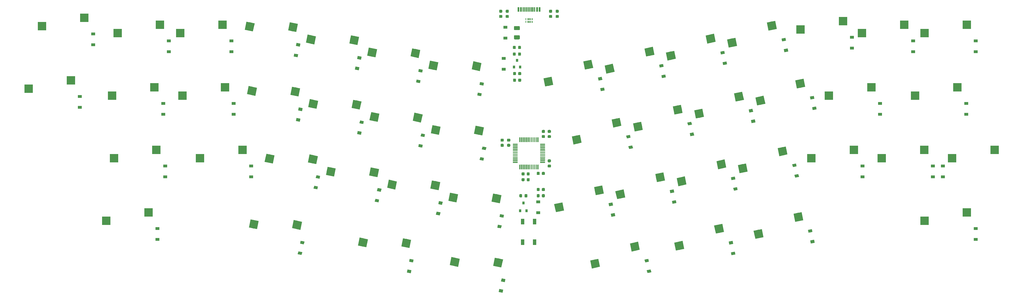
<source format=gbp>
G04 #@! TF.GenerationSoftware,KiCad,Pcbnew,(5.1.4)-1*
G04 #@! TF.CreationDate,2020-05-05T21:19:16+09:00*
G04 #@! TF.ProjectId,Vision,56697369-6f6e-42e6-9b69-6361645f7063,rev?*
G04 #@! TF.SameCoordinates,Original*
G04 #@! TF.FileFunction,Paste,Bot*
G04 #@! TF.FilePolarity,Positive*
%FSLAX46Y46*%
G04 Gerber Fmt 4.6, Leading zero omitted, Abs format (unit mm)*
G04 Created by KiCad (PCBNEW (5.1.4)-1) date 2020-05-05 21:19:16*
%MOMM*%
%LPD*%
G04 APERTURE LIST*
%ADD10C,0.100000*%
%ADD11C,0.875000*%
%ADD12R,2.550000X2.500000*%
%ADD13C,2.500000*%
%ADD14C,0.200000*%
%ADD15C,0.400000*%
%ADD16C,0.300000*%
%ADD17R,0.800000X0.900000*%
%ADD18R,1.100000X1.800000*%
%ADD19C,1.250000*%
%ADD20R,1.200000X0.900000*%
%ADD21C,0.900000*%
%ADD22R,0.300000X1.450000*%
%ADD23R,0.600000X1.450000*%
G04 APERTURE END LIST*
D10*
G36*
X214627691Y-137126053D02*
G01*
X214648926Y-137129203D01*
X214669750Y-137134419D01*
X214689962Y-137141651D01*
X214709368Y-137150830D01*
X214727781Y-137161866D01*
X214745024Y-137174654D01*
X214760930Y-137189070D01*
X214775346Y-137204976D01*
X214788134Y-137222219D01*
X214799170Y-137240632D01*
X214808349Y-137260038D01*
X214815581Y-137280250D01*
X214820797Y-137301074D01*
X214823947Y-137322309D01*
X214825000Y-137343750D01*
X214825000Y-137856250D01*
X214823947Y-137877691D01*
X214820797Y-137898926D01*
X214815581Y-137919750D01*
X214808349Y-137939962D01*
X214799170Y-137959368D01*
X214788134Y-137977781D01*
X214775346Y-137995024D01*
X214760930Y-138010930D01*
X214745024Y-138025346D01*
X214727781Y-138038134D01*
X214709368Y-138049170D01*
X214689962Y-138058349D01*
X214669750Y-138065581D01*
X214648926Y-138070797D01*
X214627691Y-138073947D01*
X214606250Y-138075000D01*
X214168750Y-138075000D01*
X214147309Y-138073947D01*
X214126074Y-138070797D01*
X214105250Y-138065581D01*
X214085038Y-138058349D01*
X214065632Y-138049170D01*
X214047219Y-138038134D01*
X214029976Y-138025346D01*
X214014070Y-138010930D01*
X213999654Y-137995024D01*
X213986866Y-137977781D01*
X213975830Y-137959368D01*
X213966651Y-137939962D01*
X213959419Y-137919750D01*
X213954203Y-137898926D01*
X213951053Y-137877691D01*
X213950000Y-137856250D01*
X213950000Y-137343750D01*
X213951053Y-137322309D01*
X213954203Y-137301074D01*
X213959419Y-137280250D01*
X213966651Y-137260038D01*
X213975830Y-137240632D01*
X213986866Y-137222219D01*
X213999654Y-137204976D01*
X214014070Y-137189070D01*
X214029976Y-137174654D01*
X214047219Y-137161866D01*
X214065632Y-137150830D01*
X214085038Y-137141651D01*
X214105250Y-137134419D01*
X214126074Y-137129203D01*
X214147309Y-137126053D01*
X214168750Y-137125000D01*
X214606250Y-137125000D01*
X214627691Y-137126053D01*
X214627691Y-137126053D01*
G37*
D11*
X214387500Y-137600000D03*
D10*
G36*
X213052691Y-137126053D02*
G01*
X213073926Y-137129203D01*
X213094750Y-137134419D01*
X213114962Y-137141651D01*
X213134368Y-137150830D01*
X213152781Y-137161866D01*
X213170024Y-137174654D01*
X213185930Y-137189070D01*
X213200346Y-137204976D01*
X213213134Y-137222219D01*
X213224170Y-137240632D01*
X213233349Y-137260038D01*
X213240581Y-137280250D01*
X213245797Y-137301074D01*
X213248947Y-137322309D01*
X213250000Y-137343750D01*
X213250000Y-137856250D01*
X213248947Y-137877691D01*
X213245797Y-137898926D01*
X213240581Y-137919750D01*
X213233349Y-137939962D01*
X213224170Y-137959368D01*
X213213134Y-137977781D01*
X213200346Y-137995024D01*
X213185930Y-138010930D01*
X213170024Y-138025346D01*
X213152781Y-138038134D01*
X213134368Y-138049170D01*
X213114962Y-138058349D01*
X213094750Y-138065581D01*
X213073926Y-138070797D01*
X213052691Y-138073947D01*
X213031250Y-138075000D01*
X212593750Y-138075000D01*
X212572309Y-138073947D01*
X212551074Y-138070797D01*
X212530250Y-138065581D01*
X212510038Y-138058349D01*
X212490632Y-138049170D01*
X212472219Y-138038134D01*
X212454976Y-138025346D01*
X212439070Y-138010930D01*
X212424654Y-137995024D01*
X212411866Y-137977781D01*
X212400830Y-137959368D01*
X212391651Y-137939962D01*
X212384419Y-137919750D01*
X212379203Y-137898926D01*
X212376053Y-137877691D01*
X212375000Y-137856250D01*
X212375000Y-137343750D01*
X212376053Y-137322309D01*
X212379203Y-137301074D01*
X212384419Y-137280250D01*
X212391651Y-137260038D01*
X212400830Y-137240632D01*
X212411866Y-137222219D01*
X212424654Y-137204976D01*
X212439070Y-137189070D01*
X212454976Y-137174654D01*
X212472219Y-137161866D01*
X212490632Y-137150830D01*
X212510038Y-137141651D01*
X212530250Y-137134419D01*
X212551074Y-137129203D01*
X212572309Y-137126053D01*
X212593750Y-137125000D01*
X213031250Y-137125000D01*
X213052691Y-137126053D01*
X213052691Y-137126053D01*
G37*
D11*
X212812500Y-137600000D03*
D10*
G36*
X201677691Y-89351053D02*
G01*
X201698926Y-89354203D01*
X201719750Y-89359419D01*
X201739962Y-89366651D01*
X201759368Y-89375830D01*
X201777781Y-89386866D01*
X201795024Y-89399654D01*
X201810930Y-89414070D01*
X201825346Y-89429976D01*
X201838134Y-89447219D01*
X201849170Y-89465632D01*
X201858349Y-89485038D01*
X201865581Y-89505250D01*
X201870797Y-89526074D01*
X201873947Y-89547309D01*
X201875000Y-89568750D01*
X201875000Y-90006250D01*
X201873947Y-90027691D01*
X201870797Y-90048926D01*
X201865581Y-90069750D01*
X201858349Y-90089962D01*
X201849170Y-90109368D01*
X201838134Y-90127781D01*
X201825346Y-90145024D01*
X201810930Y-90160930D01*
X201795024Y-90175346D01*
X201777781Y-90188134D01*
X201759368Y-90199170D01*
X201739962Y-90208349D01*
X201719750Y-90215581D01*
X201698926Y-90220797D01*
X201677691Y-90223947D01*
X201656250Y-90225000D01*
X201143750Y-90225000D01*
X201122309Y-90223947D01*
X201101074Y-90220797D01*
X201080250Y-90215581D01*
X201060038Y-90208349D01*
X201040632Y-90199170D01*
X201022219Y-90188134D01*
X201004976Y-90175346D01*
X200989070Y-90160930D01*
X200974654Y-90145024D01*
X200961866Y-90127781D01*
X200950830Y-90109368D01*
X200941651Y-90089962D01*
X200934419Y-90069750D01*
X200929203Y-90048926D01*
X200926053Y-90027691D01*
X200925000Y-90006250D01*
X200925000Y-89568750D01*
X200926053Y-89547309D01*
X200929203Y-89526074D01*
X200934419Y-89505250D01*
X200941651Y-89485038D01*
X200950830Y-89465632D01*
X200961866Y-89447219D01*
X200974654Y-89429976D01*
X200989070Y-89414070D01*
X201004976Y-89399654D01*
X201022219Y-89386866D01*
X201040632Y-89375830D01*
X201060038Y-89366651D01*
X201080250Y-89359419D01*
X201101074Y-89354203D01*
X201122309Y-89351053D01*
X201143750Y-89350000D01*
X201656250Y-89350000D01*
X201677691Y-89351053D01*
X201677691Y-89351053D01*
G37*
D11*
X201400000Y-89787500D03*
D10*
G36*
X201677691Y-87776053D02*
G01*
X201698926Y-87779203D01*
X201719750Y-87784419D01*
X201739962Y-87791651D01*
X201759368Y-87800830D01*
X201777781Y-87811866D01*
X201795024Y-87824654D01*
X201810930Y-87839070D01*
X201825346Y-87854976D01*
X201838134Y-87872219D01*
X201849170Y-87890632D01*
X201858349Y-87910038D01*
X201865581Y-87930250D01*
X201870797Y-87951074D01*
X201873947Y-87972309D01*
X201875000Y-87993750D01*
X201875000Y-88431250D01*
X201873947Y-88452691D01*
X201870797Y-88473926D01*
X201865581Y-88494750D01*
X201858349Y-88514962D01*
X201849170Y-88534368D01*
X201838134Y-88552781D01*
X201825346Y-88570024D01*
X201810930Y-88585930D01*
X201795024Y-88600346D01*
X201777781Y-88613134D01*
X201759368Y-88624170D01*
X201739962Y-88633349D01*
X201719750Y-88640581D01*
X201698926Y-88645797D01*
X201677691Y-88648947D01*
X201656250Y-88650000D01*
X201143750Y-88650000D01*
X201122309Y-88648947D01*
X201101074Y-88645797D01*
X201080250Y-88640581D01*
X201060038Y-88633349D01*
X201040632Y-88624170D01*
X201022219Y-88613134D01*
X201004976Y-88600346D01*
X200989070Y-88585930D01*
X200974654Y-88570024D01*
X200961866Y-88552781D01*
X200950830Y-88534368D01*
X200941651Y-88514962D01*
X200934419Y-88494750D01*
X200929203Y-88473926D01*
X200926053Y-88452691D01*
X200925000Y-88431250D01*
X200925000Y-87993750D01*
X200926053Y-87972309D01*
X200929203Y-87951074D01*
X200934419Y-87930250D01*
X200941651Y-87910038D01*
X200950830Y-87890632D01*
X200961866Y-87872219D01*
X200974654Y-87854976D01*
X200989070Y-87839070D01*
X201004976Y-87824654D01*
X201022219Y-87811866D01*
X201040632Y-87800830D01*
X201060038Y-87791651D01*
X201080250Y-87784419D01*
X201101074Y-87779203D01*
X201122309Y-87776053D01*
X201143750Y-87775000D01*
X201656250Y-87775000D01*
X201677691Y-87776053D01*
X201677691Y-87776053D01*
G37*
D11*
X201400000Y-88212500D03*
D10*
G36*
X214627691Y-142026053D02*
G01*
X214648926Y-142029203D01*
X214669750Y-142034419D01*
X214689962Y-142041651D01*
X214709368Y-142050830D01*
X214727781Y-142061866D01*
X214745024Y-142074654D01*
X214760930Y-142089070D01*
X214775346Y-142104976D01*
X214788134Y-142122219D01*
X214799170Y-142140632D01*
X214808349Y-142160038D01*
X214815581Y-142180250D01*
X214820797Y-142201074D01*
X214823947Y-142222309D01*
X214825000Y-142243750D01*
X214825000Y-142756250D01*
X214823947Y-142777691D01*
X214820797Y-142798926D01*
X214815581Y-142819750D01*
X214808349Y-142839962D01*
X214799170Y-142859368D01*
X214788134Y-142877781D01*
X214775346Y-142895024D01*
X214760930Y-142910930D01*
X214745024Y-142925346D01*
X214727781Y-142938134D01*
X214709368Y-142949170D01*
X214689962Y-142958349D01*
X214669750Y-142965581D01*
X214648926Y-142970797D01*
X214627691Y-142973947D01*
X214606250Y-142975000D01*
X214168750Y-142975000D01*
X214147309Y-142973947D01*
X214126074Y-142970797D01*
X214105250Y-142965581D01*
X214085038Y-142958349D01*
X214065632Y-142949170D01*
X214047219Y-142938134D01*
X214029976Y-142925346D01*
X214014070Y-142910930D01*
X213999654Y-142895024D01*
X213986866Y-142877781D01*
X213975830Y-142859368D01*
X213966651Y-142839962D01*
X213959419Y-142819750D01*
X213954203Y-142798926D01*
X213951053Y-142777691D01*
X213950000Y-142756250D01*
X213950000Y-142243750D01*
X213951053Y-142222309D01*
X213954203Y-142201074D01*
X213959419Y-142180250D01*
X213966651Y-142160038D01*
X213975830Y-142140632D01*
X213986866Y-142122219D01*
X213999654Y-142104976D01*
X214014070Y-142089070D01*
X214029976Y-142074654D01*
X214047219Y-142061866D01*
X214065632Y-142050830D01*
X214085038Y-142041651D01*
X214105250Y-142034419D01*
X214126074Y-142029203D01*
X214147309Y-142026053D01*
X214168750Y-142025000D01*
X214606250Y-142025000D01*
X214627691Y-142026053D01*
X214627691Y-142026053D01*
G37*
D11*
X214387500Y-142500000D03*
D10*
G36*
X213052691Y-142026053D02*
G01*
X213073926Y-142029203D01*
X213094750Y-142034419D01*
X213114962Y-142041651D01*
X213134368Y-142050830D01*
X213152781Y-142061866D01*
X213170024Y-142074654D01*
X213185930Y-142089070D01*
X213200346Y-142104976D01*
X213213134Y-142122219D01*
X213224170Y-142140632D01*
X213233349Y-142160038D01*
X213240581Y-142180250D01*
X213245797Y-142201074D01*
X213248947Y-142222309D01*
X213250000Y-142243750D01*
X213250000Y-142756250D01*
X213248947Y-142777691D01*
X213245797Y-142798926D01*
X213240581Y-142819750D01*
X213233349Y-142839962D01*
X213224170Y-142859368D01*
X213213134Y-142877781D01*
X213200346Y-142895024D01*
X213185930Y-142910930D01*
X213170024Y-142925346D01*
X213152781Y-142938134D01*
X213134368Y-142949170D01*
X213114962Y-142958349D01*
X213094750Y-142965581D01*
X213073926Y-142970797D01*
X213052691Y-142973947D01*
X213031250Y-142975000D01*
X212593750Y-142975000D01*
X212572309Y-142973947D01*
X212551074Y-142970797D01*
X212530250Y-142965581D01*
X212510038Y-142958349D01*
X212490632Y-142949170D01*
X212472219Y-142938134D01*
X212454976Y-142925346D01*
X212439070Y-142910930D01*
X212424654Y-142895024D01*
X212411866Y-142877781D01*
X212400830Y-142859368D01*
X212391651Y-142839962D01*
X212384419Y-142819750D01*
X212379203Y-142798926D01*
X212376053Y-142777691D01*
X212375000Y-142756250D01*
X212375000Y-142243750D01*
X212376053Y-142222309D01*
X212379203Y-142201074D01*
X212384419Y-142180250D01*
X212391651Y-142160038D01*
X212400830Y-142140632D01*
X212411866Y-142122219D01*
X212424654Y-142104976D01*
X212439070Y-142089070D01*
X212454976Y-142074654D01*
X212472219Y-142061866D01*
X212490632Y-142050830D01*
X212510038Y-142041651D01*
X212530250Y-142034419D01*
X212551074Y-142029203D01*
X212572309Y-142026053D01*
X212593750Y-142025000D01*
X213031250Y-142025000D01*
X213052691Y-142026053D01*
X213052691Y-142026053D01*
G37*
D11*
X212812500Y-142500000D03*
D10*
G36*
X216877691Y-87776053D02*
G01*
X216898926Y-87779203D01*
X216919750Y-87784419D01*
X216939962Y-87791651D01*
X216959368Y-87800830D01*
X216977781Y-87811866D01*
X216995024Y-87824654D01*
X217010930Y-87839070D01*
X217025346Y-87854976D01*
X217038134Y-87872219D01*
X217049170Y-87890632D01*
X217058349Y-87910038D01*
X217065581Y-87930250D01*
X217070797Y-87951074D01*
X217073947Y-87972309D01*
X217075000Y-87993750D01*
X217075000Y-88431250D01*
X217073947Y-88452691D01*
X217070797Y-88473926D01*
X217065581Y-88494750D01*
X217058349Y-88514962D01*
X217049170Y-88534368D01*
X217038134Y-88552781D01*
X217025346Y-88570024D01*
X217010930Y-88585930D01*
X216995024Y-88600346D01*
X216977781Y-88613134D01*
X216959368Y-88624170D01*
X216939962Y-88633349D01*
X216919750Y-88640581D01*
X216898926Y-88645797D01*
X216877691Y-88648947D01*
X216856250Y-88650000D01*
X216343750Y-88650000D01*
X216322309Y-88648947D01*
X216301074Y-88645797D01*
X216280250Y-88640581D01*
X216260038Y-88633349D01*
X216240632Y-88624170D01*
X216222219Y-88613134D01*
X216204976Y-88600346D01*
X216189070Y-88585930D01*
X216174654Y-88570024D01*
X216161866Y-88552781D01*
X216150830Y-88534368D01*
X216141651Y-88514962D01*
X216134419Y-88494750D01*
X216129203Y-88473926D01*
X216126053Y-88452691D01*
X216125000Y-88431250D01*
X216125000Y-87993750D01*
X216126053Y-87972309D01*
X216129203Y-87951074D01*
X216134419Y-87930250D01*
X216141651Y-87910038D01*
X216150830Y-87890632D01*
X216161866Y-87872219D01*
X216174654Y-87854976D01*
X216189070Y-87839070D01*
X216204976Y-87824654D01*
X216222219Y-87811866D01*
X216240632Y-87800830D01*
X216260038Y-87791651D01*
X216280250Y-87784419D01*
X216301074Y-87779203D01*
X216322309Y-87776053D01*
X216343750Y-87775000D01*
X216856250Y-87775000D01*
X216877691Y-87776053D01*
X216877691Y-87776053D01*
G37*
D11*
X216600000Y-88212500D03*
D10*
G36*
X216877691Y-89351053D02*
G01*
X216898926Y-89354203D01*
X216919750Y-89359419D01*
X216939962Y-89366651D01*
X216959368Y-89375830D01*
X216977781Y-89386866D01*
X216995024Y-89399654D01*
X217010930Y-89414070D01*
X217025346Y-89429976D01*
X217038134Y-89447219D01*
X217049170Y-89465632D01*
X217058349Y-89485038D01*
X217065581Y-89505250D01*
X217070797Y-89526074D01*
X217073947Y-89547309D01*
X217075000Y-89568750D01*
X217075000Y-90006250D01*
X217073947Y-90027691D01*
X217070797Y-90048926D01*
X217065581Y-90069750D01*
X217058349Y-90089962D01*
X217049170Y-90109368D01*
X217038134Y-90127781D01*
X217025346Y-90145024D01*
X217010930Y-90160930D01*
X216995024Y-90175346D01*
X216977781Y-90188134D01*
X216959368Y-90199170D01*
X216939962Y-90208349D01*
X216919750Y-90215581D01*
X216898926Y-90220797D01*
X216877691Y-90223947D01*
X216856250Y-90225000D01*
X216343750Y-90225000D01*
X216322309Y-90223947D01*
X216301074Y-90220797D01*
X216280250Y-90215581D01*
X216260038Y-90208349D01*
X216240632Y-90199170D01*
X216222219Y-90188134D01*
X216204976Y-90175346D01*
X216189070Y-90160930D01*
X216174654Y-90145024D01*
X216161866Y-90127781D01*
X216150830Y-90109368D01*
X216141651Y-90089962D01*
X216134419Y-90069750D01*
X216129203Y-90048926D01*
X216126053Y-90027691D01*
X216125000Y-90006250D01*
X216125000Y-89568750D01*
X216126053Y-89547309D01*
X216129203Y-89526074D01*
X216134419Y-89505250D01*
X216141651Y-89485038D01*
X216150830Y-89465632D01*
X216161866Y-89447219D01*
X216174654Y-89429976D01*
X216189070Y-89414070D01*
X216204976Y-89399654D01*
X216222219Y-89386866D01*
X216240632Y-89375830D01*
X216260038Y-89366651D01*
X216280250Y-89359419D01*
X216301074Y-89354203D01*
X216322309Y-89351053D01*
X216343750Y-89350000D01*
X216856250Y-89350000D01*
X216877691Y-89351053D01*
X216877691Y-89351053D01*
G37*
D11*
X216600000Y-89787500D03*
D10*
G36*
X203677691Y-89351053D02*
G01*
X203698926Y-89354203D01*
X203719750Y-89359419D01*
X203739962Y-89366651D01*
X203759368Y-89375830D01*
X203777781Y-89386866D01*
X203795024Y-89399654D01*
X203810930Y-89414070D01*
X203825346Y-89429976D01*
X203838134Y-89447219D01*
X203849170Y-89465632D01*
X203858349Y-89485038D01*
X203865581Y-89505250D01*
X203870797Y-89526074D01*
X203873947Y-89547309D01*
X203875000Y-89568750D01*
X203875000Y-90006250D01*
X203873947Y-90027691D01*
X203870797Y-90048926D01*
X203865581Y-90069750D01*
X203858349Y-90089962D01*
X203849170Y-90109368D01*
X203838134Y-90127781D01*
X203825346Y-90145024D01*
X203810930Y-90160930D01*
X203795024Y-90175346D01*
X203777781Y-90188134D01*
X203759368Y-90199170D01*
X203739962Y-90208349D01*
X203719750Y-90215581D01*
X203698926Y-90220797D01*
X203677691Y-90223947D01*
X203656250Y-90225000D01*
X203143750Y-90225000D01*
X203122309Y-90223947D01*
X203101074Y-90220797D01*
X203080250Y-90215581D01*
X203060038Y-90208349D01*
X203040632Y-90199170D01*
X203022219Y-90188134D01*
X203004976Y-90175346D01*
X202989070Y-90160930D01*
X202974654Y-90145024D01*
X202961866Y-90127781D01*
X202950830Y-90109368D01*
X202941651Y-90089962D01*
X202934419Y-90069750D01*
X202929203Y-90048926D01*
X202926053Y-90027691D01*
X202925000Y-90006250D01*
X202925000Y-89568750D01*
X202926053Y-89547309D01*
X202929203Y-89526074D01*
X202934419Y-89505250D01*
X202941651Y-89485038D01*
X202950830Y-89465632D01*
X202961866Y-89447219D01*
X202974654Y-89429976D01*
X202989070Y-89414070D01*
X203004976Y-89399654D01*
X203022219Y-89386866D01*
X203040632Y-89375830D01*
X203060038Y-89366651D01*
X203080250Y-89359419D01*
X203101074Y-89354203D01*
X203122309Y-89351053D01*
X203143750Y-89350000D01*
X203656250Y-89350000D01*
X203677691Y-89351053D01*
X203677691Y-89351053D01*
G37*
D11*
X203400000Y-89787500D03*
D10*
G36*
X203677691Y-87776053D02*
G01*
X203698926Y-87779203D01*
X203719750Y-87784419D01*
X203739962Y-87791651D01*
X203759368Y-87800830D01*
X203777781Y-87811866D01*
X203795024Y-87824654D01*
X203810930Y-87839070D01*
X203825346Y-87854976D01*
X203838134Y-87872219D01*
X203849170Y-87890632D01*
X203858349Y-87910038D01*
X203865581Y-87930250D01*
X203870797Y-87951074D01*
X203873947Y-87972309D01*
X203875000Y-87993750D01*
X203875000Y-88431250D01*
X203873947Y-88452691D01*
X203870797Y-88473926D01*
X203865581Y-88494750D01*
X203858349Y-88514962D01*
X203849170Y-88534368D01*
X203838134Y-88552781D01*
X203825346Y-88570024D01*
X203810930Y-88585930D01*
X203795024Y-88600346D01*
X203777781Y-88613134D01*
X203759368Y-88624170D01*
X203739962Y-88633349D01*
X203719750Y-88640581D01*
X203698926Y-88645797D01*
X203677691Y-88648947D01*
X203656250Y-88650000D01*
X203143750Y-88650000D01*
X203122309Y-88648947D01*
X203101074Y-88645797D01*
X203080250Y-88640581D01*
X203060038Y-88633349D01*
X203040632Y-88624170D01*
X203022219Y-88613134D01*
X203004976Y-88600346D01*
X202989070Y-88585930D01*
X202974654Y-88570024D01*
X202961866Y-88552781D01*
X202950830Y-88534368D01*
X202941651Y-88514962D01*
X202934419Y-88494750D01*
X202929203Y-88473926D01*
X202926053Y-88452691D01*
X202925000Y-88431250D01*
X202925000Y-87993750D01*
X202926053Y-87972309D01*
X202929203Y-87951074D01*
X202934419Y-87930250D01*
X202941651Y-87910038D01*
X202950830Y-87890632D01*
X202961866Y-87872219D01*
X202974654Y-87854976D01*
X202989070Y-87839070D01*
X203004976Y-87824654D01*
X203022219Y-87811866D01*
X203040632Y-87800830D01*
X203060038Y-87791651D01*
X203080250Y-87784419D01*
X203101074Y-87779203D01*
X203122309Y-87776053D01*
X203143750Y-87775000D01*
X203656250Y-87775000D01*
X203677691Y-87776053D01*
X203677691Y-87776053D01*
G37*
D11*
X203400000Y-88212500D03*
D10*
G36*
X205852691Y-108726053D02*
G01*
X205873926Y-108729203D01*
X205894750Y-108734419D01*
X205914962Y-108741651D01*
X205934368Y-108750830D01*
X205952781Y-108761866D01*
X205970024Y-108774654D01*
X205985930Y-108789070D01*
X206000346Y-108804976D01*
X206013134Y-108822219D01*
X206024170Y-108840632D01*
X206033349Y-108860038D01*
X206040581Y-108880250D01*
X206045797Y-108901074D01*
X206048947Y-108922309D01*
X206050000Y-108943750D01*
X206050000Y-109456250D01*
X206048947Y-109477691D01*
X206045797Y-109498926D01*
X206040581Y-109519750D01*
X206033349Y-109539962D01*
X206024170Y-109559368D01*
X206013134Y-109577781D01*
X206000346Y-109595024D01*
X205985930Y-109610930D01*
X205970024Y-109625346D01*
X205952781Y-109638134D01*
X205934368Y-109649170D01*
X205914962Y-109658349D01*
X205894750Y-109665581D01*
X205873926Y-109670797D01*
X205852691Y-109673947D01*
X205831250Y-109675000D01*
X205393750Y-109675000D01*
X205372309Y-109673947D01*
X205351074Y-109670797D01*
X205330250Y-109665581D01*
X205310038Y-109658349D01*
X205290632Y-109649170D01*
X205272219Y-109638134D01*
X205254976Y-109625346D01*
X205239070Y-109610930D01*
X205224654Y-109595024D01*
X205211866Y-109577781D01*
X205200830Y-109559368D01*
X205191651Y-109539962D01*
X205184419Y-109519750D01*
X205179203Y-109498926D01*
X205176053Y-109477691D01*
X205175000Y-109456250D01*
X205175000Y-108943750D01*
X205176053Y-108922309D01*
X205179203Y-108901074D01*
X205184419Y-108880250D01*
X205191651Y-108860038D01*
X205200830Y-108840632D01*
X205211866Y-108822219D01*
X205224654Y-108804976D01*
X205239070Y-108789070D01*
X205254976Y-108774654D01*
X205272219Y-108761866D01*
X205290632Y-108750830D01*
X205310038Y-108741651D01*
X205330250Y-108734419D01*
X205351074Y-108729203D01*
X205372309Y-108726053D01*
X205393750Y-108725000D01*
X205831250Y-108725000D01*
X205852691Y-108726053D01*
X205852691Y-108726053D01*
G37*
D11*
X205612500Y-109200000D03*
D10*
G36*
X207427691Y-108726053D02*
G01*
X207448926Y-108729203D01*
X207469750Y-108734419D01*
X207489962Y-108741651D01*
X207509368Y-108750830D01*
X207527781Y-108761866D01*
X207545024Y-108774654D01*
X207560930Y-108789070D01*
X207575346Y-108804976D01*
X207588134Y-108822219D01*
X207599170Y-108840632D01*
X207608349Y-108860038D01*
X207615581Y-108880250D01*
X207620797Y-108901074D01*
X207623947Y-108922309D01*
X207625000Y-108943750D01*
X207625000Y-109456250D01*
X207623947Y-109477691D01*
X207620797Y-109498926D01*
X207615581Y-109519750D01*
X207608349Y-109539962D01*
X207599170Y-109559368D01*
X207588134Y-109577781D01*
X207575346Y-109595024D01*
X207560930Y-109610930D01*
X207545024Y-109625346D01*
X207527781Y-109638134D01*
X207509368Y-109649170D01*
X207489962Y-109658349D01*
X207469750Y-109665581D01*
X207448926Y-109670797D01*
X207427691Y-109673947D01*
X207406250Y-109675000D01*
X206968750Y-109675000D01*
X206947309Y-109673947D01*
X206926074Y-109670797D01*
X206905250Y-109665581D01*
X206885038Y-109658349D01*
X206865632Y-109649170D01*
X206847219Y-109638134D01*
X206829976Y-109625346D01*
X206814070Y-109610930D01*
X206799654Y-109595024D01*
X206786866Y-109577781D01*
X206775830Y-109559368D01*
X206766651Y-109539962D01*
X206759419Y-109519750D01*
X206754203Y-109498926D01*
X206751053Y-109477691D01*
X206750000Y-109456250D01*
X206750000Y-108943750D01*
X206751053Y-108922309D01*
X206754203Y-108901074D01*
X206759419Y-108880250D01*
X206766651Y-108860038D01*
X206775830Y-108840632D01*
X206786866Y-108822219D01*
X206799654Y-108804976D01*
X206814070Y-108789070D01*
X206829976Y-108774654D01*
X206847219Y-108761866D01*
X206865632Y-108750830D01*
X206885038Y-108741651D01*
X206905250Y-108734419D01*
X206926074Y-108729203D01*
X206947309Y-108726053D01*
X206968750Y-108725000D01*
X207406250Y-108725000D01*
X207427691Y-108726053D01*
X207427691Y-108726053D01*
G37*
D11*
X207187500Y-109200000D03*
D10*
G36*
X205787693Y-98776646D02*
G01*
X205808928Y-98779796D01*
X205829752Y-98785012D01*
X205849964Y-98792244D01*
X205869370Y-98801423D01*
X205887783Y-98812459D01*
X205905026Y-98825247D01*
X205920932Y-98839663D01*
X205935348Y-98855569D01*
X205948136Y-98872812D01*
X205959172Y-98891225D01*
X205968351Y-98910631D01*
X205975583Y-98930843D01*
X205980799Y-98951667D01*
X205983949Y-98972902D01*
X205985002Y-98994343D01*
X205985002Y-99506843D01*
X205983949Y-99528284D01*
X205980799Y-99549519D01*
X205975583Y-99570343D01*
X205968351Y-99590555D01*
X205959172Y-99609961D01*
X205948136Y-99628374D01*
X205935348Y-99645617D01*
X205920932Y-99661523D01*
X205905026Y-99675939D01*
X205887783Y-99688727D01*
X205869370Y-99699763D01*
X205849964Y-99708942D01*
X205829752Y-99716174D01*
X205808928Y-99721390D01*
X205787693Y-99724540D01*
X205766252Y-99725593D01*
X205328752Y-99725593D01*
X205307311Y-99724540D01*
X205286076Y-99721390D01*
X205265252Y-99716174D01*
X205245040Y-99708942D01*
X205225634Y-99699763D01*
X205207221Y-99688727D01*
X205189978Y-99675939D01*
X205174072Y-99661523D01*
X205159656Y-99645617D01*
X205146868Y-99628374D01*
X205135832Y-99609961D01*
X205126653Y-99590555D01*
X205119421Y-99570343D01*
X205114205Y-99549519D01*
X205111055Y-99528284D01*
X205110002Y-99506843D01*
X205110002Y-98994343D01*
X205111055Y-98972902D01*
X205114205Y-98951667D01*
X205119421Y-98930843D01*
X205126653Y-98910631D01*
X205135832Y-98891225D01*
X205146868Y-98872812D01*
X205159656Y-98855569D01*
X205174072Y-98839663D01*
X205189978Y-98825247D01*
X205207221Y-98812459D01*
X205225634Y-98801423D01*
X205245040Y-98792244D01*
X205265252Y-98785012D01*
X205286076Y-98779796D01*
X205307311Y-98776646D01*
X205328752Y-98775593D01*
X205766252Y-98775593D01*
X205787693Y-98776646D01*
X205787693Y-98776646D01*
G37*
D11*
X205547502Y-99250593D03*
D10*
G36*
X207362693Y-98776646D02*
G01*
X207383928Y-98779796D01*
X207404752Y-98785012D01*
X207424964Y-98792244D01*
X207444370Y-98801423D01*
X207462783Y-98812459D01*
X207480026Y-98825247D01*
X207495932Y-98839663D01*
X207510348Y-98855569D01*
X207523136Y-98872812D01*
X207534172Y-98891225D01*
X207543351Y-98910631D01*
X207550583Y-98930843D01*
X207555799Y-98951667D01*
X207558949Y-98972902D01*
X207560002Y-98994343D01*
X207560002Y-99506843D01*
X207558949Y-99528284D01*
X207555799Y-99549519D01*
X207550583Y-99570343D01*
X207543351Y-99590555D01*
X207534172Y-99609961D01*
X207523136Y-99628374D01*
X207510348Y-99645617D01*
X207495932Y-99661523D01*
X207480026Y-99675939D01*
X207462783Y-99688727D01*
X207444370Y-99699763D01*
X207424964Y-99708942D01*
X207404752Y-99716174D01*
X207383928Y-99721390D01*
X207362693Y-99724540D01*
X207341252Y-99725593D01*
X206903752Y-99725593D01*
X206882311Y-99724540D01*
X206861076Y-99721390D01*
X206840252Y-99716174D01*
X206820040Y-99708942D01*
X206800634Y-99699763D01*
X206782221Y-99688727D01*
X206764978Y-99675939D01*
X206749072Y-99661523D01*
X206734656Y-99645617D01*
X206721868Y-99628374D01*
X206710832Y-99609961D01*
X206701653Y-99590555D01*
X206694421Y-99570343D01*
X206689205Y-99549519D01*
X206686055Y-99528284D01*
X206685002Y-99506843D01*
X206685002Y-98994343D01*
X206686055Y-98972902D01*
X206689205Y-98951667D01*
X206694421Y-98930843D01*
X206701653Y-98910631D01*
X206710832Y-98891225D01*
X206721868Y-98872812D01*
X206734656Y-98855569D01*
X206749072Y-98839663D01*
X206764978Y-98825247D01*
X206782221Y-98812459D01*
X206800634Y-98801423D01*
X206820040Y-98792244D01*
X206840252Y-98785012D01*
X206861076Y-98779796D01*
X206882311Y-98776646D01*
X206903752Y-98775593D01*
X207341252Y-98775593D01*
X207362693Y-98776646D01*
X207362693Y-98776646D01*
G37*
D11*
X207122502Y-99250593D03*
D12*
X122797000Y-130410592D03*
X109870000Y-132950592D03*
D13*
X228042012Y-104489136D03*
D10*
G36*
X227054763Y-105976908D02*
G01*
X226534984Y-103531539D01*
X229029261Y-103001364D01*
X229549040Y-105446733D01*
X227054763Y-105976908D01*
X227054763Y-105976908D01*
G37*
D13*
X215925594Y-109661305D03*
D10*
G36*
X214938345Y-111149077D02*
G01*
X214418566Y-108703708D01*
X216912843Y-108173533D01*
X217432622Y-110618902D01*
X214938345Y-111149077D01*
X214938345Y-111149077D01*
G37*
D13*
X144225530Y-133296222D03*
D10*
G36*
X142718502Y-134253819D02*
G01*
X143238281Y-131808450D01*
X145732558Y-132338625D01*
X145212779Y-134783994D01*
X142718502Y-134253819D01*
X142718502Y-134253819D01*
G37*
D13*
X131052920Y-133093043D03*
D10*
G36*
X129545892Y-134050640D02*
G01*
X130065671Y-131605271D01*
X132559948Y-132135446D01*
X132040169Y-134580815D01*
X129545892Y-134050640D01*
X129545892Y-134050640D01*
G37*
D13*
X267871725Y-154451590D03*
D10*
G36*
X266884476Y-155939362D02*
G01*
X266364697Y-153493993D01*
X268858974Y-152963818D01*
X269378753Y-155409187D01*
X266884476Y-155939362D01*
X266884476Y-155939362D01*
G37*
D13*
X255755307Y-159623759D03*
D10*
G36*
X254768058Y-161111531D02*
G01*
X254248279Y-158666162D01*
X256742556Y-158135987D01*
X257262335Y-160581356D01*
X254768058Y-161111531D01*
X254768058Y-161111531D01*
G37*
D13*
X200604552Y-164755541D03*
D10*
G36*
X199097524Y-165713138D02*
G01*
X199617303Y-163267769D01*
X202111580Y-163797944D01*
X201591801Y-166243313D01*
X199097524Y-165713138D01*
X199097524Y-165713138D01*
G37*
D13*
X187431942Y-164552362D03*
D10*
G36*
X185924914Y-165509959D02*
G01*
X186444693Y-163064590D01*
X188938970Y-163594765D01*
X188419191Y-166040134D01*
X185924914Y-165509959D01*
X185924914Y-165509959D01*
G37*
D13*
X138175531Y-93056222D03*
D10*
G36*
X136668503Y-94013819D02*
G01*
X137188282Y-91568450D01*
X139682559Y-92098625D01*
X139162780Y-94543994D01*
X136668503Y-94013819D01*
X136668503Y-94013819D01*
G37*
D13*
X125002921Y-92853043D03*
D10*
G36*
X123495893Y-93810640D02*
G01*
X124015672Y-91365271D01*
X126509949Y-91895446D01*
X125990170Y-94340815D01*
X123495893Y-93810640D01*
X123495893Y-93810640D01*
G37*
D13*
X181492954Y-141217657D03*
D10*
G36*
X179985926Y-142175254D02*
G01*
X180505705Y-139729885D01*
X182999982Y-140260060D01*
X182480203Y-142705429D01*
X179985926Y-142175254D01*
X179985926Y-142175254D01*
G37*
D13*
X168320344Y-141014478D03*
D10*
G36*
X166813316Y-141972075D02*
G01*
X167333095Y-139526706D01*
X169827372Y-140056881D01*
X169307593Y-142502250D01*
X166813316Y-141972075D01*
X166813316Y-141972075D01*
G37*
D13*
X246675724Y-100528418D03*
D10*
G36*
X245688475Y-102016190D02*
G01*
X245168696Y-99570821D01*
X247662973Y-99040646D01*
X248182752Y-101486015D01*
X245688475Y-102016190D01*
X245688475Y-102016190D01*
G37*
D13*
X234559306Y-105700587D03*
D10*
G36*
X233572057Y-107188359D02*
G01*
X233052278Y-104742990D01*
X235546555Y-104212815D01*
X236066334Y-106658184D01*
X233572057Y-107188359D01*
X233572057Y-107188359D01*
G37*
D12*
X96015751Y-111360593D03*
X83088751Y-113900593D03*
D13*
X194076666Y-104938376D03*
D10*
G36*
X192569638Y-105895973D02*
G01*
X193089417Y-103450604D01*
X195583694Y-103980779D01*
X195063915Y-106426148D01*
X192569638Y-105895973D01*
X192569638Y-105895973D01*
G37*
D13*
X180904056Y-104735197D03*
D10*
G36*
X179397028Y-105692794D02*
G01*
X179916807Y-103247425D01*
X182411084Y-103777600D01*
X181891305Y-106222969D01*
X179397028Y-105692794D01*
X179397028Y-105692794D01*
G37*
D13*
X242250372Y-159897577D03*
D10*
G36*
X241263123Y-161385349D02*
G01*
X240743344Y-158939980D01*
X243237621Y-158409805D01*
X243757400Y-160855174D01*
X241263123Y-161385349D01*
X241263123Y-161385349D01*
G37*
D13*
X230133954Y-165069746D03*
D10*
G36*
X229146705Y-166557518D02*
G01*
X228626926Y-164112149D01*
X231121203Y-163581974D01*
X231640982Y-166027343D01*
X229146705Y-166557518D01*
X229146705Y-166557518D01*
G37*
D13*
X172653980Y-158814463D03*
D10*
G36*
X171146952Y-159772060D02*
G01*
X171666731Y-157326691D01*
X174161008Y-157856866D01*
X173641229Y-160302235D01*
X171146952Y-159772060D01*
X171146952Y-159772060D01*
G37*
D13*
X159481370Y-158611284D03*
D10*
G36*
X157974342Y-159568881D02*
G01*
X158494121Y-157123512D01*
X160988398Y-157653687D01*
X160468619Y-160099056D01*
X157974342Y-159568881D01*
X157974342Y-159568881D01*
G37*
D12*
X330318251Y-130410592D03*
X317391251Y-132950592D03*
X96603251Y-130410592D03*
X83676251Y-132950592D03*
D13*
X138875529Y-112686223D03*
D10*
G36*
X137368501Y-113643820D02*
G01*
X137888280Y-111198451D01*
X140382557Y-111728626D01*
X139862778Y-114173995D01*
X137368501Y-113643820D01*
X137368501Y-113643820D01*
G37*
D13*
X125702919Y-112483044D03*
D10*
G36*
X124195891Y-113440641D02*
G01*
X124715670Y-110995272D01*
X127209947Y-111525447D01*
X126690168Y-113970816D01*
X124195891Y-113440641D01*
X124195891Y-113440641D01*
G37*
D13*
X175442954Y-100977658D03*
D10*
G36*
X173935926Y-101935255D02*
G01*
X174455705Y-99489886D01*
X176949982Y-100020061D01*
X176430203Y-102465430D01*
X173935926Y-101935255D01*
X173935926Y-101935255D01*
G37*
D13*
X162270344Y-100774479D03*
D10*
G36*
X160763316Y-101732076D02*
G01*
X161283095Y-99286707D01*
X163777372Y-99816882D01*
X163257593Y-102262251D01*
X160763316Y-101732076D01*
X160763316Y-101732076D01*
G37*
D12*
X116747000Y-92310592D03*
X103820000Y-94850592D03*
X61750002Y-92710593D03*
X74677002Y-90170593D03*
X70607000Y-109220593D03*
X57680000Y-111760593D03*
X305627001Y-91250593D03*
X292700001Y-93790593D03*
D13*
X283943148Y-92606983D03*
D10*
G36*
X282955899Y-94094755D02*
G01*
X282436120Y-91649386D01*
X284930397Y-91119211D01*
X285450176Y-93564580D01*
X282955899Y-94094755D01*
X282955899Y-94094755D01*
G37*
D13*
X271826730Y-97779152D03*
D10*
G36*
X270839481Y-99266924D02*
G01*
X270319702Y-96821555D01*
X272813979Y-96291380D01*
X273333758Y-98736749D01*
X270839481Y-99266924D01*
X270839481Y-99266924D01*
G37*
D13*
X249935724Y-138788417D03*
D10*
G36*
X248948475Y-140276189D02*
G01*
X248428696Y-137830820D01*
X250922973Y-137300645D01*
X251442752Y-139746014D01*
X248948475Y-140276189D01*
X248948475Y-140276189D01*
G37*
D13*
X237819306Y-143960586D03*
D10*
G36*
X236832057Y-145448358D02*
G01*
X236312278Y-143002989D01*
X238806555Y-142472814D01*
X239326334Y-144918183D01*
X236832057Y-145448358D01*
X236832057Y-145448358D01*
G37*
D13*
X268569435Y-134827699D03*
D10*
G36*
X267582186Y-136315471D02*
G01*
X267062407Y-133870102D01*
X269556684Y-133339927D01*
X270076463Y-135785296D01*
X267582186Y-136315471D01*
X267582186Y-136315471D01*
G37*
D13*
X256453017Y-139999868D03*
D10*
G36*
X255465768Y-141487640D02*
G01*
X254945989Y-139042271D01*
X257440266Y-138512096D01*
X257960045Y-140957465D01*
X255465768Y-141487640D01*
X255465768Y-141487640D01*
G37*
D13*
X292563147Y-110256983D03*
D10*
G36*
X291575898Y-111744755D02*
G01*
X291056119Y-109299386D01*
X293550396Y-108769211D01*
X294070175Y-111214580D01*
X291575898Y-111744755D01*
X291575898Y-111744755D01*
G37*
D13*
X280446729Y-115429152D03*
D10*
G36*
X279459480Y-116916924D02*
G01*
X278939701Y-114471555D01*
X281433978Y-113941380D01*
X281953757Y-116386749D01*
X279459480Y-116916924D01*
X279459480Y-116916924D01*
G37*
D13*
X273929436Y-114217700D03*
D10*
G36*
X272942187Y-115705472D02*
G01*
X272422408Y-113260103D01*
X274916685Y-112729928D01*
X275436464Y-115175297D01*
X272942187Y-115705472D01*
X272942187Y-115705472D01*
G37*
D13*
X261813018Y-119389869D03*
D10*
G36*
X260825769Y-120877641D02*
G01*
X260305990Y-118432272D01*
X262800267Y-117902097D01*
X263320046Y-120347466D01*
X260825769Y-120877641D01*
X260825769Y-120877641D01*
G37*
D13*
X255295724Y-118178418D03*
D10*
G36*
X254308475Y-119666190D02*
G01*
X253788696Y-117220821D01*
X256282973Y-116690646D01*
X256802752Y-119136015D01*
X254308475Y-119666190D01*
X254308475Y-119666190D01*
G37*
D13*
X243179306Y-123350587D03*
D10*
G36*
X242192057Y-124838359D02*
G01*
X241672278Y-122392990D01*
X244166555Y-121862815D01*
X244686334Y-124308184D01*
X242192057Y-124838359D01*
X242192057Y-124838359D01*
G37*
D13*
X265309436Y-96567700D03*
D10*
G36*
X264322187Y-98055472D02*
G01*
X263802408Y-95610103D01*
X266296685Y-95079928D01*
X266816464Y-97525297D01*
X264322187Y-98055472D01*
X264322187Y-98055472D01*
G37*
D13*
X253193018Y-101739869D03*
D10*
G36*
X252205769Y-103227641D02*
G01*
X251685990Y-100782272D01*
X254180267Y-100252097D01*
X254700046Y-102697466D01*
X252205769Y-103227641D01*
X252205769Y-103227641D01*
G37*
D13*
X236662012Y-122139134D03*
D10*
G36*
X235674763Y-123626906D02*
G01*
X235154984Y-121181537D01*
X237649261Y-120651362D01*
X238169040Y-123096731D01*
X235674763Y-123626906D01*
X235674763Y-123626906D01*
G37*
D13*
X224545594Y-127311303D03*
D10*
G36*
X223558345Y-128799075D02*
G01*
X223038566Y-126353706D01*
X225532843Y-125823531D01*
X226052622Y-128268900D01*
X223558345Y-128799075D01*
X223558345Y-128799075D01*
G37*
D13*
X194776666Y-124568374D03*
D10*
G36*
X193269638Y-125525971D02*
G01*
X193789417Y-123080602D01*
X196283694Y-123610777D01*
X195763915Y-126056146D01*
X193269638Y-125525971D01*
X193269638Y-125525971D01*
G37*
D13*
X181604056Y-124365195D03*
D10*
G36*
X180097028Y-125322792D02*
G01*
X180616807Y-122877423D01*
X183111084Y-123407598D01*
X182591305Y-125852967D01*
X180097028Y-125322792D01*
X180097028Y-125322792D01*
G37*
D12*
X351749501Y-130410592D03*
X338822501Y-132950592D03*
D13*
X176142954Y-120607658D03*
D10*
G36*
X174635926Y-121565255D02*
G01*
X175155705Y-119119886D01*
X177649982Y-119650061D01*
X177130203Y-122095430D01*
X174635926Y-121565255D01*
X174635926Y-121565255D01*
G37*
D13*
X162970344Y-120404479D03*
D10*
G36*
X161463316Y-121362076D02*
G01*
X161983095Y-118916707D01*
X164477372Y-119446882D01*
X163957593Y-121892251D01*
X161463316Y-121362076D01*
X161463316Y-121362076D01*
G37*
D12*
X97697001Y-92310593D03*
X84770001Y-94850593D03*
X340440751Y-111360593D03*
X327513751Y-113900593D03*
D13*
X156809242Y-97016940D03*
D10*
G36*
X155302214Y-97974537D02*
G01*
X155821993Y-95529168D01*
X158316270Y-96059343D01*
X157796491Y-98504712D01*
X155302214Y-97974537D01*
X155302214Y-97974537D01*
G37*
D13*
X143636632Y-96813761D03*
D10*
G36*
X142129604Y-97771358D02*
G01*
X142649383Y-95325989D01*
X145143660Y-95856164D01*
X144623881Y-98301533D01*
X142129604Y-97771358D01*
X142129604Y-97771358D01*
G37*
D12*
X343307001Y-92310593D03*
X330380001Y-94850593D03*
D13*
X157509242Y-116646940D03*
D10*
G36*
X156002214Y-117604537D02*
G01*
X156521993Y-115159168D01*
X159016270Y-115689343D01*
X158496491Y-118134712D01*
X156002214Y-117604537D01*
X156002214Y-117604537D01*
G37*
D13*
X144336632Y-116443761D03*
D10*
G36*
X142829604Y-117401358D02*
G01*
X143349383Y-114955989D01*
X145843660Y-115486164D01*
X145323881Y-117931533D01*
X142829604Y-117401358D01*
X142829604Y-117401358D01*
G37*
D12*
X343306500Y-149460591D03*
X330379500Y-152000591D03*
X94222001Y-149460592D03*
X81295001Y-152000592D03*
D13*
X162859242Y-137256939D03*
D10*
G36*
X161352214Y-138214536D02*
G01*
X161871993Y-135769167D01*
X164366270Y-136299342D01*
X163846491Y-138744711D01*
X161352214Y-138214536D01*
X161352214Y-138214536D01*
G37*
D13*
X149686632Y-137053760D03*
D10*
G36*
X148179604Y-138011357D02*
G01*
X148699383Y-135565988D01*
X151193660Y-136096163D01*
X150673881Y-138541532D01*
X148179604Y-138011357D01*
X148179604Y-138011357D01*
G37*
D12*
X324257001Y-92310592D03*
X311330001Y-94850592D03*
D13*
X231302012Y-142749135D03*
D10*
G36*
X230314763Y-144236907D02*
G01*
X229794984Y-141791538D01*
X232289261Y-141261363D01*
X232809040Y-143706732D01*
X230314763Y-144236907D01*
X230314763Y-144236907D01*
G37*
D13*
X219185594Y-147921304D03*
D10*
G36*
X218198345Y-149409076D02*
G01*
X217678566Y-146963707D01*
X220172843Y-146433532D01*
X220692622Y-148878901D01*
X218198345Y-149409076D01*
X218198345Y-149409076D01*
G37*
D13*
X200126666Y-145178375D03*
D10*
G36*
X198619638Y-146135972D02*
G01*
X199139417Y-143690603D01*
X201633694Y-144220778D01*
X201113915Y-146666147D01*
X198619638Y-146135972D01*
X198619638Y-146135972D01*
G37*
D13*
X186954056Y-144975196D03*
D10*
G36*
X185447028Y-145932793D02*
G01*
X185966807Y-143487424D01*
X188461084Y-144017599D01*
X187941305Y-146462968D01*
X185447028Y-145932793D01*
X185447028Y-145932793D01*
G37*
D13*
X292013148Y-150856981D03*
D10*
G36*
X291025899Y-152344753D02*
G01*
X290506120Y-149899384D01*
X293000397Y-149369209D01*
X293520176Y-151814578D01*
X291025899Y-152344753D01*
X291025899Y-152344753D01*
G37*
D13*
X279896730Y-156029150D03*
D10*
G36*
X278909481Y-157516922D02*
G01*
X278389702Y-155071553D01*
X280883979Y-154541378D01*
X281403758Y-156986747D01*
X278909481Y-157516922D01*
X278909481Y-157516922D01*
G37*
D13*
X139415531Y-153286222D03*
D10*
G36*
X137908503Y-154243819D02*
G01*
X138428282Y-151798450D01*
X140922559Y-152328625D01*
X140402780Y-154773994D01*
X137908503Y-154243819D01*
X137908503Y-154243819D01*
G37*
D13*
X126242921Y-153083043D03*
D10*
G36*
X124735893Y-154040640D02*
G01*
X125255672Y-151595271D01*
X127749949Y-152125446D01*
X127230170Y-154570815D01*
X124735893Y-154040640D01*
X124735893Y-154040640D01*
G37*
D12*
X117447001Y-111360593D03*
X104520001Y-113900593D03*
X314247001Y-111360593D03*
X301320001Y-113900593D03*
X308887001Y-130410592D03*
X295960001Y-132950592D03*
D13*
X287203148Y-130866981D03*
D10*
G36*
X286215899Y-132354753D02*
G01*
X285696120Y-129909384D01*
X288190397Y-129379209D01*
X288710176Y-131824578D01*
X286215899Y-132354753D01*
X286215899Y-132354753D01*
G37*
D13*
X275086730Y-136039150D03*
D10*
G36*
X274099481Y-137526922D02*
G01*
X273579702Y-135081553D01*
X276073979Y-134551378D01*
X276593758Y-136996747D01*
X274099481Y-137526922D01*
X274099481Y-137526922D01*
G37*
G36*
X211054901Y-90339314D02*
G01*
X211059755Y-90340034D01*
X211064514Y-90341226D01*
X211069134Y-90342879D01*
X211073570Y-90344977D01*
X211077779Y-90347500D01*
X211081720Y-90350422D01*
X211085355Y-90353718D01*
X211088651Y-90357353D01*
X211091573Y-90361294D01*
X211094096Y-90365503D01*
X211096194Y-90369939D01*
X211097847Y-90374559D01*
X211099039Y-90379318D01*
X211099759Y-90384172D01*
X211100000Y-90389073D01*
X211100000Y-90854073D01*
X211099759Y-90858974D01*
X211099039Y-90863828D01*
X211097847Y-90868587D01*
X211096194Y-90873207D01*
X211094096Y-90877643D01*
X211091573Y-90881852D01*
X211088651Y-90885793D01*
X211085355Y-90889428D01*
X211081720Y-90892724D01*
X211077779Y-90895646D01*
X211073570Y-90898169D01*
X211069134Y-90900267D01*
X211064514Y-90901920D01*
X211059755Y-90903112D01*
X211054901Y-90903832D01*
X211050000Y-90904073D01*
X210950000Y-90904073D01*
X210945099Y-90903832D01*
X210940245Y-90903112D01*
X210935486Y-90901920D01*
X210930866Y-90900267D01*
X210926430Y-90898169D01*
X210922221Y-90895646D01*
X210918280Y-90892724D01*
X210914645Y-90889428D01*
X210911349Y-90885793D01*
X210908427Y-90881852D01*
X210905904Y-90877643D01*
X210903806Y-90873207D01*
X210902153Y-90868587D01*
X210900961Y-90863828D01*
X210900241Y-90858974D01*
X210900000Y-90854073D01*
X210900000Y-90389073D01*
X210900241Y-90384172D01*
X210900961Y-90379318D01*
X210902153Y-90374559D01*
X210903806Y-90369939D01*
X210905904Y-90365503D01*
X210908427Y-90361294D01*
X210911349Y-90357353D01*
X210914645Y-90353718D01*
X210918280Y-90350422D01*
X210922221Y-90347500D01*
X210926430Y-90344977D01*
X210930866Y-90342879D01*
X210935486Y-90341226D01*
X210940245Y-90340034D01*
X210945099Y-90339314D01*
X210950000Y-90339073D01*
X211050000Y-90339073D01*
X211054901Y-90339314D01*
X211054901Y-90339314D01*
G37*
D14*
X211000000Y-90621573D03*
D10*
G36*
X210554901Y-90339314D02*
G01*
X210559755Y-90340034D01*
X210564514Y-90341226D01*
X210569134Y-90342879D01*
X210573570Y-90344977D01*
X210577779Y-90347500D01*
X210581720Y-90350422D01*
X210585355Y-90353718D01*
X210588651Y-90357353D01*
X210591573Y-90361294D01*
X210594096Y-90365503D01*
X210596194Y-90369939D01*
X210597847Y-90374559D01*
X210599039Y-90379318D01*
X210599759Y-90384172D01*
X210600000Y-90389073D01*
X210600000Y-90854073D01*
X210599759Y-90858974D01*
X210599039Y-90863828D01*
X210597847Y-90868587D01*
X210596194Y-90873207D01*
X210594096Y-90877643D01*
X210591573Y-90881852D01*
X210588651Y-90885793D01*
X210585355Y-90889428D01*
X210581720Y-90892724D01*
X210577779Y-90895646D01*
X210573570Y-90898169D01*
X210569134Y-90900267D01*
X210564514Y-90901920D01*
X210559755Y-90903112D01*
X210554901Y-90903832D01*
X210550000Y-90904073D01*
X210450000Y-90904073D01*
X210445099Y-90903832D01*
X210440245Y-90903112D01*
X210435486Y-90901920D01*
X210430866Y-90900267D01*
X210426430Y-90898169D01*
X210422221Y-90895646D01*
X210418280Y-90892724D01*
X210414645Y-90889428D01*
X210411349Y-90885793D01*
X210408427Y-90881852D01*
X210405904Y-90877643D01*
X210403806Y-90873207D01*
X210402153Y-90868587D01*
X210400961Y-90863828D01*
X210400241Y-90858974D01*
X210400000Y-90854073D01*
X210400000Y-90389073D01*
X210400241Y-90384172D01*
X210400961Y-90379318D01*
X210402153Y-90374559D01*
X210403806Y-90369939D01*
X210405904Y-90365503D01*
X210408427Y-90361294D01*
X210411349Y-90357353D01*
X210414645Y-90353718D01*
X210418280Y-90350422D01*
X210422221Y-90347500D01*
X210426430Y-90344977D01*
X210430866Y-90342879D01*
X210435486Y-90341226D01*
X210440245Y-90340034D01*
X210445099Y-90339314D01*
X210450000Y-90339073D01*
X210550000Y-90339073D01*
X210554901Y-90339314D01*
X210554901Y-90339314D01*
G37*
D14*
X210500000Y-90621573D03*
D10*
G36*
X210109802Y-90339555D02*
G01*
X210119509Y-90340994D01*
X210129028Y-90343379D01*
X210138268Y-90346685D01*
X210147140Y-90350881D01*
X210155557Y-90355926D01*
X210163439Y-90361772D01*
X210170711Y-90368362D01*
X210177301Y-90375634D01*
X210183147Y-90383516D01*
X210188192Y-90391933D01*
X210192388Y-90400805D01*
X210195694Y-90410045D01*
X210198079Y-90419564D01*
X210199518Y-90429271D01*
X210200000Y-90439073D01*
X210200000Y-90804073D01*
X210199518Y-90813875D01*
X210198079Y-90823582D01*
X210195694Y-90833101D01*
X210192388Y-90842341D01*
X210188192Y-90851213D01*
X210183147Y-90859630D01*
X210177301Y-90867512D01*
X210170711Y-90874784D01*
X210163439Y-90881374D01*
X210155557Y-90887220D01*
X210147140Y-90892265D01*
X210138268Y-90896461D01*
X210129028Y-90899767D01*
X210119509Y-90902152D01*
X210109802Y-90903591D01*
X210100000Y-90904073D01*
X209900000Y-90904073D01*
X209890198Y-90903591D01*
X209880491Y-90902152D01*
X209870972Y-90899767D01*
X209861732Y-90896461D01*
X209852860Y-90892265D01*
X209844443Y-90887220D01*
X209836561Y-90881374D01*
X209829289Y-90874784D01*
X209822699Y-90867512D01*
X209816853Y-90859630D01*
X209811808Y-90851213D01*
X209807612Y-90842341D01*
X209804306Y-90833101D01*
X209801921Y-90823582D01*
X209800482Y-90813875D01*
X209800000Y-90804073D01*
X209800000Y-90439073D01*
X209800482Y-90429271D01*
X209801921Y-90419564D01*
X209804306Y-90410045D01*
X209807612Y-90400805D01*
X209811808Y-90391933D01*
X209816853Y-90383516D01*
X209822699Y-90375634D01*
X209829289Y-90368362D01*
X209836561Y-90361772D01*
X209844443Y-90355926D01*
X209852860Y-90350881D01*
X209861732Y-90346685D01*
X209870972Y-90343379D01*
X209880491Y-90340994D01*
X209890198Y-90339555D01*
X209900000Y-90339073D01*
X210100000Y-90339073D01*
X210109802Y-90339555D01*
X210109802Y-90339555D01*
G37*
D15*
X210000000Y-90621573D03*
D10*
G36*
X209554901Y-90339314D02*
G01*
X209559755Y-90340034D01*
X209564514Y-90341226D01*
X209569134Y-90342879D01*
X209573570Y-90344977D01*
X209577779Y-90347500D01*
X209581720Y-90350422D01*
X209585355Y-90353718D01*
X209588651Y-90357353D01*
X209591573Y-90361294D01*
X209594096Y-90365503D01*
X209596194Y-90369939D01*
X209597847Y-90374559D01*
X209599039Y-90379318D01*
X209599759Y-90384172D01*
X209600000Y-90389073D01*
X209600000Y-90854073D01*
X209599759Y-90858974D01*
X209599039Y-90863828D01*
X209597847Y-90868587D01*
X209596194Y-90873207D01*
X209594096Y-90877643D01*
X209591573Y-90881852D01*
X209588651Y-90885793D01*
X209585355Y-90889428D01*
X209581720Y-90892724D01*
X209577779Y-90895646D01*
X209573570Y-90898169D01*
X209569134Y-90900267D01*
X209564514Y-90901920D01*
X209559755Y-90903112D01*
X209554901Y-90903832D01*
X209550000Y-90904073D01*
X209450000Y-90904073D01*
X209445099Y-90903832D01*
X209440245Y-90903112D01*
X209435486Y-90901920D01*
X209430866Y-90900267D01*
X209426430Y-90898169D01*
X209422221Y-90895646D01*
X209418280Y-90892724D01*
X209414645Y-90889428D01*
X209411349Y-90885793D01*
X209408427Y-90881852D01*
X209405904Y-90877643D01*
X209403806Y-90873207D01*
X209402153Y-90868587D01*
X209400961Y-90863828D01*
X209400241Y-90858974D01*
X209400000Y-90854073D01*
X209400000Y-90389073D01*
X209400241Y-90384172D01*
X209400961Y-90379318D01*
X209402153Y-90374559D01*
X209403806Y-90369939D01*
X209405904Y-90365503D01*
X209408427Y-90361294D01*
X209411349Y-90357353D01*
X209414645Y-90353718D01*
X209418280Y-90350422D01*
X209422221Y-90347500D01*
X209426430Y-90344977D01*
X209430866Y-90342879D01*
X209435486Y-90341226D01*
X209440245Y-90340034D01*
X209445099Y-90339314D01*
X209450000Y-90339073D01*
X209550000Y-90339073D01*
X209554901Y-90339314D01*
X209554901Y-90339314D01*
G37*
D14*
X209500000Y-90621573D03*
D10*
G36*
X209054901Y-90339314D02*
G01*
X209059755Y-90340034D01*
X209064514Y-90341226D01*
X209069134Y-90342879D01*
X209073570Y-90344977D01*
X209077779Y-90347500D01*
X209081720Y-90350422D01*
X209085355Y-90353718D01*
X209088651Y-90357353D01*
X209091573Y-90361294D01*
X209094096Y-90365503D01*
X209096194Y-90369939D01*
X209097847Y-90374559D01*
X209099039Y-90379318D01*
X209099759Y-90384172D01*
X209100000Y-90389073D01*
X209100000Y-90854073D01*
X209099759Y-90858974D01*
X209099039Y-90863828D01*
X209097847Y-90868587D01*
X209096194Y-90873207D01*
X209094096Y-90877643D01*
X209091573Y-90881852D01*
X209088651Y-90885793D01*
X209085355Y-90889428D01*
X209081720Y-90892724D01*
X209077779Y-90895646D01*
X209073570Y-90898169D01*
X209069134Y-90900267D01*
X209064514Y-90901920D01*
X209059755Y-90903112D01*
X209054901Y-90903832D01*
X209050000Y-90904073D01*
X208950000Y-90904073D01*
X208945099Y-90903832D01*
X208940245Y-90903112D01*
X208935486Y-90901920D01*
X208930866Y-90900267D01*
X208926430Y-90898169D01*
X208922221Y-90895646D01*
X208918280Y-90892724D01*
X208914645Y-90889428D01*
X208911349Y-90885793D01*
X208908427Y-90881852D01*
X208905904Y-90877643D01*
X208903806Y-90873207D01*
X208902153Y-90868587D01*
X208900961Y-90863828D01*
X208900241Y-90858974D01*
X208900000Y-90854073D01*
X208900000Y-90389073D01*
X208900241Y-90384172D01*
X208900961Y-90379318D01*
X208902153Y-90374559D01*
X208903806Y-90369939D01*
X208905904Y-90365503D01*
X208908427Y-90361294D01*
X208911349Y-90357353D01*
X208914645Y-90353718D01*
X208918280Y-90350422D01*
X208922221Y-90347500D01*
X208926430Y-90344977D01*
X208930866Y-90342879D01*
X208935486Y-90341226D01*
X208940245Y-90340034D01*
X208945099Y-90339314D01*
X208950000Y-90339073D01*
X209050000Y-90339073D01*
X209054901Y-90339314D01*
X209054901Y-90339314D01*
G37*
D14*
X209000000Y-90621573D03*
D10*
G36*
X209054901Y-91174314D02*
G01*
X209059755Y-91175034D01*
X209064514Y-91176226D01*
X209069134Y-91177879D01*
X209073570Y-91179977D01*
X209077779Y-91182500D01*
X209081720Y-91185422D01*
X209085355Y-91188718D01*
X209088651Y-91192353D01*
X209091573Y-91196294D01*
X209094096Y-91200503D01*
X209096194Y-91204939D01*
X209097847Y-91209559D01*
X209099039Y-91214318D01*
X209099759Y-91219172D01*
X209100000Y-91224073D01*
X209100000Y-91689073D01*
X209099759Y-91693974D01*
X209099039Y-91698828D01*
X209097847Y-91703587D01*
X209096194Y-91708207D01*
X209094096Y-91712643D01*
X209091573Y-91716852D01*
X209088651Y-91720793D01*
X209085355Y-91724428D01*
X209081720Y-91727724D01*
X209077779Y-91730646D01*
X209073570Y-91733169D01*
X209069134Y-91735267D01*
X209064514Y-91736920D01*
X209059755Y-91738112D01*
X209054901Y-91738832D01*
X209050000Y-91739073D01*
X208950000Y-91739073D01*
X208945099Y-91738832D01*
X208940245Y-91738112D01*
X208935486Y-91736920D01*
X208930866Y-91735267D01*
X208926430Y-91733169D01*
X208922221Y-91730646D01*
X208918280Y-91727724D01*
X208914645Y-91724428D01*
X208911349Y-91720793D01*
X208908427Y-91716852D01*
X208905904Y-91712643D01*
X208903806Y-91708207D01*
X208902153Y-91703587D01*
X208900961Y-91698828D01*
X208900241Y-91693974D01*
X208900000Y-91689073D01*
X208900000Y-91224073D01*
X208900241Y-91219172D01*
X208900961Y-91214318D01*
X208902153Y-91209559D01*
X208903806Y-91204939D01*
X208905904Y-91200503D01*
X208908427Y-91196294D01*
X208911349Y-91192353D01*
X208914645Y-91188718D01*
X208918280Y-91185422D01*
X208922221Y-91182500D01*
X208926430Y-91179977D01*
X208930866Y-91177879D01*
X208935486Y-91176226D01*
X208940245Y-91175034D01*
X208945099Y-91174314D01*
X208950000Y-91174073D01*
X209050000Y-91174073D01*
X209054901Y-91174314D01*
X209054901Y-91174314D01*
G37*
D14*
X209000000Y-91456573D03*
D10*
G36*
X209554901Y-91174314D02*
G01*
X209559755Y-91175034D01*
X209564514Y-91176226D01*
X209569134Y-91177879D01*
X209573570Y-91179977D01*
X209577779Y-91182500D01*
X209581720Y-91185422D01*
X209585355Y-91188718D01*
X209588651Y-91192353D01*
X209591573Y-91196294D01*
X209594096Y-91200503D01*
X209596194Y-91204939D01*
X209597847Y-91209559D01*
X209599039Y-91214318D01*
X209599759Y-91219172D01*
X209600000Y-91224073D01*
X209600000Y-91689073D01*
X209599759Y-91693974D01*
X209599039Y-91698828D01*
X209597847Y-91703587D01*
X209596194Y-91708207D01*
X209594096Y-91712643D01*
X209591573Y-91716852D01*
X209588651Y-91720793D01*
X209585355Y-91724428D01*
X209581720Y-91727724D01*
X209577779Y-91730646D01*
X209573570Y-91733169D01*
X209569134Y-91735267D01*
X209564514Y-91736920D01*
X209559755Y-91738112D01*
X209554901Y-91738832D01*
X209550000Y-91739073D01*
X209450000Y-91739073D01*
X209445099Y-91738832D01*
X209440245Y-91738112D01*
X209435486Y-91736920D01*
X209430866Y-91735267D01*
X209426430Y-91733169D01*
X209422221Y-91730646D01*
X209418280Y-91727724D01*
X209414645Y-91724428D01*
X209411349Y-91720793D01*
X209408427Y-91716852D01*
X209405904Y-91712643D01*
X209403806Y-91708207D01*
X209402153Y-91703587D01*
X209400961Y-91698828D01*
X209400241Y-91693974D01*
X209400000Y-91689073D01*
X209400000Y-91224073D01*
X209400241Y-91219172D01*
X209400961Y-91214318D01*
X209402153Y-91209559D01*
X209403806Y-91204939D01*
X209405904Y-91200503D01*
X209408427Y-91196294D01*
X209411349Y-91192353D01*
X209414645Y-91188718D01*
X209418280Y-91185422D01*
X209422221Y-91182500D01*
X209426430Y-91179977D01*
X209430866Y-91177879D01*
X209435486Y-91176226D01*
X209440245Y-91175034D01*
X209445099Y-91174314D01*
X209450000Y-91174073D01*
X209550000Y-91174073D01*
X209554901Y-91174314D01*
X209554901Y-91174314D01*
G37*
D14*
X209500000Y-91456573D03*
D10*
G36*
X210109802Y-91174555D02*
G01*
X210119509Y-91175994D01*
X210129028Y-91178379D01*
X210138268Y-91181685D01*
X210147140Y-91185881D01*
X210155557Y-91190926D01*
X210163439Y-91196772D01*
X210170711Y-91203362D01*
X210177301Y-91210634D01*
X210183147Y-91218516D01*
X210188192Y-91226933D01*
X210192388Y-91235805D01*
X210195694Y-91245045D01*
X210198079Y-91254564D01*
X210199518Y-91264271D01*
X210200000Y-91274073D01*
X210200000Y-91639073D01*
X210199518Y-91648875D01*
X210198079Y-91658582D01*
X210195694Y-91668101D01*
X210192388Y-91677341D01*
X210188192Y-91686213D01*
X210183147Y-91694630D01*
X210177301Y-91702512D01*
X210170711Y-91709784D01*
X210163439Y-91716374D01*
X210155557Y-91722220D01*
X210147140Y-91727265D01*
X210138268Y-91731461D01*
X210129028Y-91734767D01*
X210119509Y-91737152D01*
X210109802Y-91738591D01*
X210100000Y-91739073D01*
X209900000Y-91739073D01*
X209890198Y-91738591D01*
X209880491Y-91737152D01*
X209870972Y-91734767D01*
X209861732Y-91731461D01*
X209852860Y-91727265D01*
X209844443Y-91722220D01*
X209836561Y-91716374D01*
X209829289Y-91709784D01*
X209822699Y-91702512D01*
X209816853Y-91694630D01*
X209811808Y-91686213D01*
X209807612Y-91677341D01*
X209804306Y-91668101D01*
X209801921Y-91658582D01*
X209800482Y-91648875D01*
X209800000Y-91639073D01*
X209800000Y-91274073D01*
X209800482Y-91264271D01*
X209801921Y-91254564D01*
X209804306Y-91245045D01*
X209807612Y-91235805D01*
X209811808Y-91226933D01*
X209816853Y-91218516D01*
X209822699Y-91210634D01*
X209829289Y-91203362D01*
X209836561Y-91196772D01*
X209844443Y-91190926D01*
X209852860Y-91185881D01*
X209861732Y-91181685D01*
X209870972Y-91178379D01*
X209880491Y-91175994D01*
X209890198Y-91174555D01*
X209900000Y-91174073D01*
X210100000Y-91174073D01*
X210109802Y-91174555D01*
X210109802Y-91174555D01*
G37*
D15*
X210000000Y-91456573D03*
D10*
G36*
X210554901Y-91174314D02*
G01*
X210559755Y-91175034D01*
X210564514Y-91176226D01*
X210569134Y-91177879D01*
X210573570Y-91179977D01*
X210577779Y-91182500D01*
X210581720Y-91185422D01*
X210585355Y-91188718D01*
X210588651Y-91192353D01*
X210591573Y-91196294D01*
X210594096Y-91200503D01*
X210596194Y-91204939D01*
X210597847Y-91209559D01*
X210599039Y-91214318D01*
X210599759Y-91219172D01*
X210600000Y-91224073D01*
X210600000Y-91689073D01*
X210599759Y-91693974D01*
X210599039Y-91698828D01*
X210597847Y-91703587D01*
X210596194Y-91708207D01*
X210594096Y-91712643D01*
X210591573Y-91716852D01*
X210588651Y-91720793D01*
X210585355Y-91724428D01*
X210581720Y-91727724D01*
X210577779Y-91730646D01*
X210573570Y-91733169D01*
X210569134Y-91735267D01*
X210564514Y-91736920D01*
X210559755Y-91738112D01*
X210554901Y-91738832D01*
X210550000Y-91739073D01*
X210450000Y-91739073D01*
X210445099Y-91738832D01*
X210440245Y-91738112D01*
X210435486Y-91736920D01*
X210430866Y-91735267D01*
X210426430Y-91733169D01*
X210422221Y-91730646D01*
X210418280Y-91727724D01*
X210414645Y-91724428D01*
X210411349Y-91720793D01*
X210408427Y-91716852D01*
X210405904Y-91712643D01*
X210403806Y-91708207D01*
X210402153Y-91703587D01*
X210400961Y-91698828D01*
X210400241Y-91693974D01*
X210400000Y-91689073D01*
X210400000Y-91224073D01*
X210400241Y-91219172D01*
X210400961Y-91214318D01*
X210402153Y-91209559D01*
X210403806Y-91204939D01*
X210405904Y-91200503D01*
X210408427Y-91196294D01*
X210411349Y-91192353D01*
X210414645Y-91188718D01*
X210418280Y-91185422D01*
X210422221Y-91182500D01*
X210426430Y-91179977D01*
X210430866Y-91177879D01*
X210435486Y-91176226D01*
X210440245Y-91175034D01*
X210445099Y-91174314D01*
X210450000Y-91174073D01*
X210550000Y-91174073D01*
X210554901Y-91174314D01*
X210554901Y-91174314D01*
G37*
D14*
X210500000Y-91456573D03*
D10*
G36*
X211054901Y-91174314D02*
G01*
X211059755Y-91175034D01*
X211064514Y-91176226D01*
X211069134Y-91177879D01*
X211073570Y-91179977D01*
X211077779Y-91182500D01*
X211081720Y-91185422D01*
X211085355Y-91188718D01*
X211088651Y-91192353D01*
X211091573Y-91196294D01*
X211094096Y-91200503D01*
X211096194Y-91204939D01*
X211097847Y-91209559D01*
X211099039Y-91214318D01*
X211099759Y-91219172D01*
X211100000Y-91224073D01*
X211100000Y-91689073D01*
X211099759Y-91693974D01*
X211099039Y-91698828D01*
X211097847Y-91703587D01*
X211096194Y-91708207D01*
X211094096Y-91712643D01*
X211091573Y-91716852D01*
X211088651Y-91720793D01*
X211085355Y-91724428D01*
X211081720Y-91727724D01*
X211077779Y-91730646D01*
X211073570Y-91733169D01*
X211069134Y-91735267D01*
X211064514Y-91736920D01*
X211059755Y-91738112D01*
X211054901Y-91738832D01*
X211050000Y-91739073D01*
X210950000Y-91739073D01*
X210945099Y-91738832D01*
X210940245Y-91738112D01*
X210935486Y-91736920D01*
X210930866Y-91735267D01*
X210926430Y-91733169D01*
X210922221Y-91730646D01*
X210918280Y-91727724D01*
X210914645Y-91724428D01*
X210911349Y-91720793D01*
X210908427Y-91716852D01*
X210905904Y-91712643D01*
X210903806Y-91708207D01*
X210902153Y-91703587D01*
X210900961Y-91698828D01*
X210900241Y-91693974D01*
X210900000Y-91689073D01*
X210900000Y-91224073D01*
X210900241Y-91219172D01*
X210900961Y-91214318D01*
X210902153Y-91209559D01*
X210903806Y-91204939D01*
X210905904Y-91200503D01*
X210908427Y-91196294D01*
X210911349Y-91192353D01*
X210914645Y-91188718D01*
X210918280Y-91185422D01*
X210922221Y-91182500D01*
X210926430Y-91179977D01*
X210930866Y-91177879D01*
X210935486Y-91176226D01*
X210940245Y-91175034D01*
X210945099Y-91174314D01*
X210950000Y-91174073D01*
X211050000Y-91174073D01*
X211054901Y-91174314D01*
X211054901Y-91174314D01*
G37*
D14*
X211000000Y-91456573D03*
D10*
G36*
X214832351Y-134091474D02*
G01*
X214839632Y-134092554D01*
X214846771Y-134094342D01*
X214853701Y-134096822D01*
X214860355Y-134099969D01*
X214866668Y-134103753D01*
X214872579Y-134108137D01*
X214878033Y-134113080D01*
X214882976Y-134118534D01*
X214887360Y-134124445D01*
X214891144Y-134130758D01*
X214894291Y-134137412D01*
X214896771Y-134144342D01*
X214898559Y-134151481D01*
X214899639Y-134158762D01*
X214900000Y-134166113D01*
X214900000Y-134316113D01*
X214899639Y-134323464D01*
X214898559Y-134330745D01*
X214896771Y-134337884D01*
X214894291Y-134344814D01*
X214891144Y-134351468D01*
X214887360Y-134357781D01*
X214882976Y-134363692D01*
X214878033Y-134369146D01*
X214872579Y-134374089D01*
X214866668Y-134378473D01*
X214860355Y-134382257D01*
X214853701Y-134385404D01*
X214846771Y-134387884D01*
X214839632Y-134389672D01*
X214832351Y-134390752D01*
X214825000Y-134391113D01*
X213500000Y-134391113D01*
X213492649Y-134390752D01*
X213485368Y-134389672D01*
X213478229Y-134387884D01*
X213471299Y-134385404D01*
X213464645Y-134382257D01*
X213458332Y-134378473D01*
X213452421Y-134374089D01*
X213446967Y-134369146D01*
X213442024Y-134363692D01*
X213437640Y-134357781D01*
X213433856Y-134351468D01*
X213430709Y-134344814D01*
X213428229Y-134337884D01*
X213426441Y-134330745D01*
X213425361Y-134323464D01*
X213425000Y-134316113D01*
X213425000Y-134166113D01*
X213425361Y-134158762D01*
X213426441Y-134151481D01*
X213428229Y-134144342D01*
X213430709Y-134137412D01*
X213433856Y-134130758D01*
X213437640Y-134124445D01*
X213442024Y-134118534D01*
X213446967Y-134113080D01*
X213452421Y-134108137D01*
X213458332Y-134103753D01*
X213464645Y-134099969D01*
X213471299Y-134096822D01*
X213478229Y-134094342D01*
X213485368Y-134092554D01*
X213492649Y-134091474D01*
X213500000Y-134091113D01*
X214825000Y-134091113D01*
X214832351Y-134091474D01*
X214832351Y-134091474D01*
G37*
D16*
X214162500Y-134241113D03*
D10*
G36*
X214832351Y-133591474D02*
G01*
X214839632Y-133592554D01*
X214846771Y-133594342D01*
X214853701Y-133596822D01*
X214860355Y-133599969D01*
X214866668Y-133603753D01*
X214872579Y-133608137D01*
X214878033Y-133613080D01*
X214882976Y-133618534D01*
X214887360Y-133624445D01*
X214891144Y-133630758D01*
X214894291Y-133637412D01*
X214896771Y-133644342D01*
X214898559Y-133651481D01*
X214899639Y-133658762D01*
X214900000Y-133666113D01*
X214900000Y-133816113D01*
X214899639Y-133823464D01*
X214898559Y-133830745D01*
X214896771Y-133837884D01*
X214894291Y-133844814D01*
X214891144Y-133851468D01*
X214887360Y-133857781D01*
X214882976Y-133863692D01*
X214878033Y-133869146D01*
X214872579Y-133874089D01*
X214866668Y-133878473D01*
X214860355Y-133882257D01*
X214853701Y-133885404D01*
X214846771Y-133887884D01*
X214839632Y-133889672D01*
X214832351Y-133890752D01*
X214825000Y-133891113D01*
X213500000Y-133891113D01*
X213492649Y-133890752D01*
X213485368Y-133889672D01*
X213478229Y-133887884D01*
X213471299Y-133885404D01*
X213464645Y-133882257D01*
X213458332Y-133878473D01*
X213452421Y-133874089D01*
X213446967Y-133869146D01*
X213442024Y-133863692D01*
X213437640Y-133857781D01*
X213433856Y-133851468D01*
X213430709Y-133844814D01*
X213428229Y-133837884D01*
X213426441Y-133830745D01*
X213425361Y-133823464D01*
X213425000Y-133816113D01*
X213425000Y-133666113D01*
X213425361Y-133658762D01*
X213426441Y-133651481D01*
X213428229Y-133644342D01*
X213430709Y-133637412D01*
X213433856Y-133630758D01*
X213437640Y-133624445D01*
X213442024Y-133618534D01*
X213446967Y-133613080D01*
X213452421Y-133608137D01*
X213458332Y-133603753D01*
X213464645Y-133599969D01*
X213471299Y-133596822D01*
X213478229Y-133594342D01*
X213485368Y-133592554D01*
X213492649Y-133591474D01*
X213500000Y-133591113D01*
X214825000Y-133591113D01*
X214832351Y-133591474D01*
X214832351Y-133591474D01*
G37*
D16*
X214162500Y-133741113D03*
D10*
G36*
X214832351Y-133091474D02*
G01*
X214839632Y-133092554D01*
X214846771Y-133094342D01*
X214853701Y-133096822D01*
X214860355Y-133099969D01*
X214866668Y-133103753D01*
X214872579Y-133108137D01*
X214878033Y-133113080D01*
X214882976Y-133118534D01*
X214887360Y-133124445D01*
X214891144Y-133130758D01*
X214894291Y-133137412D01*
X214896771Y-133144342D01*
X214898559Y-133151481D01*
X214899639Y-133158762D01*
X214900000Y-133166113D01*
X214900000Y-133316113D01*
X214899639Y-133323464D01*
X214898559Y-133330745D01*
X214896771Y-133337884D01*
X214894291Y-133344814D01*
X214891144Y-133351468D01*
X214887360Y-133357781D01*
X214882976Y-133363692D01*
X214878033Y-133369146D01*
X214872579Y-133374089D01*
X214866668Y-133378473D01*
X214860355Y-133382257D01*
X214853701Y-133385404D01*
X214846771Y-133387884D01*
X214839632Y-133389672D01*
X214832351Y-133390752D01*
X214825000Y-133391113D01*
X213500000Y-133391113D01*
X213492649Y-133390752D01*
X213485368Y-133389672D01*
X213478229Y-133387884D01*
X213471299Y-133385404D01*
X213464645Y-133382257D01*
X213458332Y-133378473D01*
X213452421Y-133374089D01*
X213446967Y-133369146D01*
X213442024Y-133363692D01*
X213437640Y-133357781D01*
X213433856Y-133351468D01*
X213430709Y-133344814D01*
X213428229Y-133337884D01*
X213426441Y-133330745D01*
X213425361Y-133323464D01*
X213425000Y-133316113D01*
X213425000Y-133166113D01*
X213425361Y-133158762D01*
X213426441Y-133151481D01*
X213428229Y-133144342D01*
X213430709Y-133137412D01*
X213433856Y-133130758D01*
X213437640Y-133124445D01*
X213442024Y-133118534D01*
X213446967Y-133113080D01*
X213452421Y-133108137D01*
X213458332Y-133103753D01*
X213464645Y-133099969D01*
X213471299Y-133096822D01*
X213478229Y-133094342D01*
X213485368Y-133092554D01*
X213492649Y-133091474D01*
X213500000Y-133091113D01*
X214825000Y-133091113D01*
X214832351Y-133091474D01*
X214832351Y-133091474D01*
G37*
D16*
X214162500Y-133241113D03*
D10*
G36*
X214832351Y-132591474D02*
G01*
X214839632Y-132592554D01*
X214846771Y-132594342D01*
X214853701Y-132596822D01*
X214860355Y-132599969D01*
X214866668Y-132603753D01*
X214872579Y-132608137D01*
X214878033Y-132613080D01*
X214882976Y-132618534D01*
X214887360Y-132624445D01*
X214891144Y-132630758D01*
X214894291Y-132637412D01*
X214896771Y-132644342D01*
X214898559Y-132651481D01*
X214899639Y-132658762D01*
X214900000Y-132666113D01*
X214900000Y-132816113D01*
X214899639Y-132823464D01*
X214898559Y-132830745D01*
X214896771Y-132837884D01*
X214894291Y-132844814D01*
X214891144Y-132851468D01*
X214887360Y-132857781D01*
X214882976Y-132863692D01*
X214878033Y-132869146D01*
X214872579Y-132874089D01*
X214866668Y-132878473D01*
X214860355Y-132882257D01*
X214853701Y-132885404D01*
X214846771Y-132887884D01*
X214839632Y-132889672D01*
X214832351Y-132890752D01*
X214825000Y-132891113D01*
X213500000Y-132891113D01*
X213492649Y-132890752D01*
X213485368Y-132889672D01*
X213478229Y-132887884D01*
X213471299Y-132885404D01*
X213464645Y-132882257D01*
X213458332Y-132878473D01*
X213452421Y-132874089D01*
X213446967Y-132869146D01*
X213442024Y-132863692D01*
X213437640Y-132857781D01*
X213433856Y-132851468D01*
X213430709Y-132844814D01*
X213428229Y-132837884D01*
X213426441Y-132830745D01*
X213425361Y-132823464D01*
X213425000Y-132816113D01*
X213425000Y-132666113D01*
X213425361Y-132658762D01*
X213426441Y-132651481D01*
X213428229Y-132644342D01*
X213430709Y-132637412D01*
X213433856Y-132630758D01*
X213437640Y-132624445D01*
X213442024Y-132618534D01*
X213446967Y-132613080D01*
X213452421Y-132608137D01*
X213458332Y-132603753D01*
X213464645Y-132599969D01*
X213471299Y-132596822D01*
X213478229Y-132594342D01*
X213485368Y-132592554D01*
X213492649Y-132591474D01*
X213500000Y-132591113D01*
X214825000Y-132591113D01*
X214832351Y-132591474D01*
X214832351Y-132591474D01*
G37*
D16*
X214162500Y-132741113D03*
D10*
G36*
X214832351Y-132091474D02*
G01*
X214839632Y-132092554D01*
X214846771Y-132094342D01*
X214853701Y-132096822D01*
X214860355Y-132099969D01*
X214866668Y-132103753D01*
X214872579Y-132108137D01*
X214878033Y-132113080D01*
X214882976Y-132118534D01*
X214887360Y-132124445D01*
X214891144Y-132130758D01*
X214894291Y-132137412D01*
X214896771Y-132144342D01*
X214898559Y-132151481D01*
X214899639Y-132158762D01*
X214900000Y-132166113D01*
X214900000Y-132316113D01*
X214899639Y-132323464D01*
X214898559Y-132330745D01*
X214896771Y-132337884D01*
X214894291Y-132344814D01*
X214891144Y-132351468D01*
X214887360Y-132357781D01*
X214882976Y-132363692D01*
X214878033Y-132369146D01*
X214872579Y-132374089D01*
X214866668Y-132378473D01*
X214860355Y-132382257D01*
X214853701Y-132385404D01*
X214846771Y-132387884D01*
X214839632Y-132389672D01*
X214832351Y-132390752D01*
X214825000Y-132391113D01*
X213500000Y-132391113D01*
X213492649Y-132390752D01*
X213485368Y-132389672D01*
X213478229Y-132387884D01*
X213471299Y-132385404D01*
X213464645Y-132382257D01*
X213458332Y-132378473D01*
X213452421Y-132374089D01*
X213446967Y-132369146D01*
X213442024Y-132363692D01*
X213437640Y-132357781D01*
X213433856Y-132351468D01*
X213430709Y-132344814D01*
X213428229Y-132337884D01*
X213426441Y-132330745D01*
X213425361Y-132323464D01*
X213425000Y-132316113D01*
X213425000Y-132166113D01*
X213425361Y-132158762D01*
X213426441Y-132151481D01*
X213428229Y-132144342D01*
X213430709Y-132137412D01*
X213433856Y-132130758D01*
X213437640Y-132124445D01*
X213442024Y-132118534D01*
X213446967Y-132113080D01*
X213452421Y-132108137D01*
X213458332Y-132103753D01*
X213464645Y-132099969D01*
X213471299Y-132096822D01*
X213478229Y-132094342D01*
X213485368Y-132092554D01*
X213492649Y-132091474D01*
X213500000Y-132091113D01*
X214825000Y-132091113D01*
X214832351Y-132091474D01*
X214832351Y-132091474D01*
G37*
D16*
X214162500Y-132241113D03*
D10*
G36*
X214832351Y-131591474D02*
G01*
X214839632Y-131592554D01*
X214846771Y-131594342D01*
X214853701Y-131596822D01*
X214860355Y-131599969D01*
X214866668Y-131603753D01*
X214872579Y-131608137D01*
X214878033Y-131613080D01*
X214882976Y-131618534D01*
X214887360Y-131624445D01*
X214891144Y-131630758D01*
X214894291Y-131637412D01*
X214896771Y-131644342D01*
X214898559Y-131651481D01*
X214899639Y-131658762D01*
X214900000Y-131666113D01*
X214900000Y-131816113D01*
X214899639Y-131823464D01*
X214898559Y-131830745D01*
X214896771Y-131837884D01*
X214894291Y-131844814D01*
X214891144Y-131851468D01*
X214887360Y-131857781D01*
X214882976Y-131863692D01*
X214878033Y-131869146D01*
X214872579Y-131874089D01*
X214866668Y-131878473D01*
X214860355Y-131882257D01*
X214853701Y-131885404D01*
X214846771Y-131887884D01*
X214839632Y-131889672D01*
X214832351Y-131890752D01*
X214825000Y-131891113D01*
X213500000Y-131891113D01*
X213492649Y-131890752D01*
X213485368Y-131889672D01*
X213478229Y-131887884D01*
X213471299Y-131885404D01*
X213464645Y-131882257D01*
X213458332Y-131878473D01*
X213452421Y-131874089D01*
X213446967Y-131869146D01*
X213442024Y-131863692D01*
X213437640Y-131857781D01*
X213433856Y-131851468D01*
X213430709Y-131844814D01*
X213428229Y-131837884D01*
X213426441Y-131830745D01*
X213425361Y-131823464D01*
X213425000Y-131816113D01*
X213425000Y-131666113D01*
X213425361Y-131658762D01*
X213426441Y-131651481D01*
X213428229Y-131644342D01*
X213430709Y-131637412D01*
X213433856Y-131630758D01*
X213437640Y-131624445D01*
X213442024Y-131618534D01*
X213446967Y-131613080D01*
X213452421Y-131608137D01*
X213458332Y-131603753D01*
X213464645Y-131599969D01*
X213471299Y-131596822D01*
X213478229Y-131594342D01*
X213485368Y-131592554D01*
X213492649Y-131591474D01*
X213500000Y-131591113D01*
X214825000Y-131591113D01*
X214832351Y-131591474D01*
X214832351Y-131591474D01*
G37*
D16*
X214162500Y-131741113D03*
D10*
G36*
X214832351Y-131091474D02*
G01*
X214839632Y-131092554D01*
X214846771Y-131094342D01*
X214853701Y-131096822D01*
X214860355Y-131099969D01*
X214866668Y-131103753D01*
X214872579Y-131108137D01*
X214878033Y-131113080D01*
X214882976Y-131118534D01*
X214887360Y-131124445D01*
X214891144Y-131130758D01*
X214894291Y-131137412D01*
X214896771Y-131144342D01*
X214898559Y-131151481D01*
X214899639Y-131158762D01*
X214900000Y-131166113D01*
X214900000Y-131316113D01*
X214899639Y-131323464D01*
X214898559Y-131330745D01*
X214896771Y-131337884D01*
X214894291Y-131344814D01*
X214891144Y-131351468D01*
X214887360Y-131357781D01*
X214882976Y-131363692D01*
X214878033Y-131369146D01*
X214872579Y-131374089D01*
X214866668Y-131378473D01*
X214860355Y-131382257D01*
X214853701Y-131385404D01*
X214846771Y-131387884D01*
X214839632Y-131389672D01*
X214832351Y-131390752D01*
X214825000Y-131391113D01*
X213500000Y-131391113D01*
X213492649Y-131390752D01*
X213485368Y-131389672D01*
X213478229Y-131387884D01*
X213471299Y-131385404D01*
X213464645Y-131382257D01*
X213458332Y-131378473D01*
X213452421Y-131374089D01*
X213446967Y-131369146D01*
X213442024Y-131363692D01*
X213437640Y-131357781D01*
X213433856Y-131351468D01*
X213430709Y-131344814D01*
X213428229Y-131337884D01*
X213426441Y-131330745D01*
X213425361Y-131323464D01*
X213425000Y-131316113D01*
X213425000Y-131166113D01*
X213425361Y-131158762D01*
X213426441Y-131151481D01*
X213428229Y-131144342D01*
X213430709Y-131137412D01*
X213433856Y-131130758D01*
X213437640Y-131124445D01*
X213442024Y-131118534D01*
X213446967Y-131113080D01*
X213452421Y-131108137D01*
X213458332Y-131103753D01*
X213464645Y-131099969D01*
X213471299Y-131096822D01*
X213478229Y-131094342D01*
X213485368Y-131092554D01*
X213492649Y-131091474D01*
X213500000Y-131091113D01*
X214825000Y-131091113D01*
X214832351Y-131091474D01*
X214832351Y-131091474D01*
G37*
D16*
X214162500Y-131241113D03*
D10*
G36*
X214832351Y-130591474D02*
G01*
X214839632Y-130592554D01*
X214846771Y-130594342D01*
X214853701Y-130596822D01*
X214860355Y-130599969D01*
X214866668Y-130603753D01*
X214872579Y-130608137D01*
X214878033Y-130613080D01*
X214882976Y-130618534D01*
X214887360Y-130624445D01*
X214891144Y-130630758D01*
X214894291Y-130637412D01*
X214896771Y-130644342D01*
X214898559Y-130651481D01*
X214899639Y-130658762D01*
X214900000Y-130666113D01*
X214900000Y-130816113D01*
X214899639Y-130823464D01*
X214898559Y-130830745D01*
X214896771Y-130837884D01*
X214894291Y-130844814D01*
X214891144Y-130851468D01*
X214887360Y-130857781D01*
X214882976Y-130863692D01*
X214878033Y-130869146D01*
X214872579Y-130874089D01*
X214866668Y-130878473D01*
X214860355Y-130882257D01*
X214853701Y-130885404D01*
X214846771Y-130887884D01*
X214839632Y-130889672D01*
X214832351Y-130890752D01*
X214825000Y-130891113D01*
X213500000Y-130891113D01*
X213492649Y-130890752D01*
X213485368Y-130889672D01*
X213478229Y-130887884D01*
X213471299Y-130885404D01*
X213464645Y-130882257D01*
X213458332Y-130878473D01*
X213452421Y-130874089D01*
X213446967Y-130869146D01*
X213442024Y-130863692D01*
X213437640Y-130857781D01*
X213433856Y-130851468D01*
X213430709Y-130844814D01*
X213428229Y-130837884D01*
X213426441Y-130830745D01*
X213425361Y-130823464D01*
X213425000Y-130816113D01*
X213425000Y-130666113D01*
X213425361Y-130658762D01*
X213426441Y-130651481D01*
X213428229Y-130644342D01*
X213430709Y-130637412D01*
X213433856Y-130630758D01*
X213437640Y-130624445D01*
X213442024Y-130618534D01*
X213446967Y-130613080D01*
X213452421Y-130608137D01*
X213458332Y-130603753D01*
X213464645Y-130599969D01*
X213471299Y-130596822D01*
X213478229Y-130594342D01*
X213485368Y-130592554D01*
X213492649Y-130591474D01*
X213500000Y-130591113D01*
X214825000Y-130591113D01*
X214832351Y-130591474D01*
X214832351Y-130591474D01*
G37*
D16*
X214162500Y-130741113D03*
D10*
G36*
X214832351Y-130091474D02*
G01*
X214839632Y-130092554D01*
X214846771Y-130094342D01*
X214853701Y-130096822D01*
X214860355Y-130099969D01*
X214866668Y-130103753D01*
X214872579Y-130108137D01*
X214878033Y-130113080D01*
X214882976Y-130118534D01*
X214887360Y-130124445D01*
X214891144Y-130130758D01*
X214894291Y-130137412D01*
X214896771Y-130144342D01*
X214898559Y-130151481D01*
X214899639Y-130158762D01*
X214900000Y-130166113D01*
X214900000Y-130316113D01*
X214899639Y-130323464D01*
X214898559Y-130330745D01*
X214896771Y-130337884D01*
X214894291Y-130344814D01*
X214891144Y-130351468D01*
X214887360Y-130357781D01*
X214882976Y-130363692D01*
X214878033Y-130369146D01*
X214872579Y-130374089D01*
X214866668Y-130378473D01*
X214860355Y-130382257D01*
X214853701Y-130385404D01*
X214846771Y-130387884D01*
X214839632Y-130389672D01*
X214832351Y-130390752D01*
X214825000Y-130391113D01*
X213500000Y-130391113D01*
X213492649Y-130390752D01*
X213485368Y-130389672D01*
X213478229Y-130387884D01*
X213471299Y-130385404D01*
X213464645Y-130382257D01*
X213458332Y-130378473D01*
X213452421Y-130374089D01*
X213446967Y-130369146D01*
X213442024Y-130363692D01*
X213437640Y-130357781D01*
X213433856Y-130351468D01*
X213430709Y-130344814D01*
X213428229Y-130337884D01*
X213426441Y-130330745D01*
X213425361Y-130323464D01*
X213425000Y-130316113D01*
X213425000Y-130166113D01*
X213425361Y-130158762D01*
X213426441Y-130151481D01*
X213428229Y-130144342D01*
X213430709Y-130137412D01*
X213433856Y-130130758D01*
X213437640Y-130124445D01*
X213442024Y-130118534D01*
X213446967Y-130113080D01*
X213452421Y-130108137D01*
X213458332Y-130103753D01*
X213464645Y-130099969D01*
X213471299Y-130096822D01*
X213478229Y-130094342D01*
X213485368Y-130092554D01*
X213492649Y-130091474D01*
X213500000Y-130091113D01*
X214825000Y-130091113D01*
X214832351Y-130091474D01*
X214832351Y-130091474D01*
G37*
D16*
X214162500Y-130241113D03*
D10*
G36*
X214832351Y-129591474D02*
G01*
X214839632Y-129592554D01*
X214846771Y-129594342D01*
X214853701Y-129596822D01*
X214860355Y-129599969D01*
X214866668Y-129603753D01*
X214872579Y-129608137D01*
X214878033Y-129613080D01*
X214882976Y-129618534D01*
X214887360Y-129624445D01*
X214891144Y-129630758D01*
X214894291Y-129637412D01*
X214896771Y-129644342D01*
X214898559Y-129651481D01*
X214899639Y-129658762D01*
X214900000Y-129666113D01*
X214900000Y-129816113D01*
X214899639Y-129823464D01*
X214898559Y-129830745D01*
X214896771Y-129837884D01*
X214894291Y-129844814D01*
X214891144Y-129851468D01*
X214887360Y-129857781D01*
X214882976Y-129863692D01*
X214878033Y-129869146D01*
X214872579Y-129874089D01*
X214866668Y-129878473D01*
X214860355Y-129882257D01*
X214853701Y-129885404D01*
X214846771Y-129887884D01*
X214839632Y-129889672D01*
X214832351Y-129890752D01*
X214825000Y-129891113D01*
X213500000Y-129891113D01*
X213492649Y-129890752D01*
X213485368Y-129889672D01*
X213478229Y-129887884D01*
X213471299Y-129885404D01*
X213464645Y-129882257D01*
X213458332Y-129878473D01*
X213452421Y-129874089D01*
X213446967Y-129869146D01*
X213442024Y-129863692D01*
X213437640Y-129857781D01*
X213433856Y-129851468D01*
X213430709Y-129844814D01*
X213428229Y-129837884D01*
X213426441Y-129830745D01*
X213425361Y-129823464D01*
X213425000Y-129816113D01*
X213425000Y-129666113D01*
X213425361Y-129658762D01*
X213426441Y-129651481D01*
X213428229Y-129644342D01*
X213430709Y-129637412D01*
X213433856Y-129630758D01*
X213437640Y-129624445D01*
X213442024Y-129618534D01*
X213446967Y-129613080D01*
X213452421Y-129608137D01*
X213458332Y-129603753D01*
X213464645Y-129599969D01*
X213471299Y-129596822D01*
X213478229Y-129594342D01*
X213485368Y-129592554D01*
X213492649Y-129591474D01*
X213500000Y-129591113D01*
X214825000Y-129591113D01*
X214832351Y-129591474D01*
X214832351Y-129591474D01*
G37*
D16*
X214162500Y-129741113D03*
D10*
G36*
X214832351Y-129091474D02*
G01*
X214839632Y-129092554D01*
X214846771Y-129094342D01*
X214853701Y-129096822D01*
X214860355Y-129099969D01*
X214866668Y-129103753D01*
X214872579Y-129108137D01*
X214878033Y-129113080D01*
X214882976Y-129118534D01*
X214887360Y-129124445D01*
X214891144Y-129130758D01*
X214894291Y-129137412D01*
X214896771Y-129144342D01*
X214898559Y-129151481D01*
X214899639Y-129158762D01*
X214900000Y-129166113D01*
X214900000Y-129316113D01*
X214899639Y-129323464D01*
X214898559Y-129330745D01*
X214896771Y-129337884D01*
X214894291Y-129344814D01*
X214891144Y-129351468D01*
X214887360Y-129357781D01*
X214882976Y-129363692D01*
X214878033Y-129369146D01*
X214872579Y-129374089D01*
X214866668Y-129378473D01*
X214860355Y-129382257D01*
X214853701Y-129385404D01*
X214846771Y-129387884D01*
X214839632Y-129389672D01*
X214832351Y-129390752D01*
X214825000Y-129391113D01*
X213500000Y-129391113D01*
X213492649Y-129390752D01*
X213485368Y-129389672D01*
X213478229Y-129387884D01*
X213471299Y-129385404D01*
X213464645Y-129382257D01*
X213458332Y-129378473D01*
X213452421Y-129374089D01*
X213446967Y-129369146D01*
X213442024Y-129363692D01*
X213437640Y-129357781D01*
X213433856Y-129351468D01*
X213430709Y-129344814D01*
X213428229Y-129337884D01*
X213426441Y-129330745D01*
X213425361Y-129323464D01*
X213425000Y-129316113D01*
X213425000Y-129166113D01*
X213425361Y-129158762D01*
X213426441Y-129151481D01*
X213428229Y-129144342D01*
X213430709Y-129137412D01*
X213433856Y-129130758D01*
X213437640Y-129124445D01*
X213442024Y-129118534D01*
X213446967Y-129113080D01*
X213452421Y-129108137D01*
X213458332Y-129103753D01*
X213464645Y-129099969D01*
X213471299Y-129096822D01*
X213478229Y-129094342D01*
X213485368Y-129092554D01*
X213492649Y-129091474D01*
X213500000Y-129091113D01*
X214825000Y-129091113D01*
X214832351Y-129091474D01*
X214832351Y-129091474D01*
G37*
D16*
X214162500Y-129241113D03*
D10*
G36*
X214832351Y-128591474D02*
G01*
X214839632Y-128592554D01*
X214846771Y-128594342D01*
X214853701Y-128596822D01*
X214860355Y-128599969D01*
X214866668Y-128603753D01*
X214872579Y-128608137D01*
X214878033Y-128613080D01*
X214882976Y-128618534D01*
X214887360Y-128624445D01*
X214891144Y-128630758D01*
X214894291Y-128637412D01*
X214896771Y-128644342D01*
X214898559Y-128651481D01*
X214899639Y-128658762D01*
X214900000Y-128666113D01*
X214900000Y-128816113D01*
X214899639Y-128823464D01*
X214898559Y-128830745D01*
X214896771Y-128837884D01*
X214894291Y-128844814D01*
X214891144Y-128851468D01*
X214887360Y-128857781D01*
X214882976Y-128863692D01*
X214878033Y-128869146D01*
X214872579Y-128874089D01*
X214866668Y-128878473D01*
X214860355Y-128882257D01*
X214853701Y-128885404D01*
X214846771Y-128887884D01*
X214839632Y-128889672D01*
X214832351Y-128890752D01*
X214825000Y-128891113D01*
X213500000Y-128891113D01*
X213492649Y-128890752D01*
X213485368Y-128889672D01*
X213478229Y-128887884D01*
X213471299Y-128885404D01*
X213464645Y-128882257D01*
X213458332Y-128878473D01*
X213452421Y-128874089D01*
X213446967Y-128869146D01*
X213442024Y-128863692D01*
X213437640Y-128857781D01*
X213433856Y-128851468D01*
X213430709Y-128844814D01*
X213428229Y-128837884D01*
X213426441Y-128830745D01*
X213425361Y-128823464D01*
X213425000Y-128816113D01*
X213425000Y-128666113D01*
X213425361Y-128658762D01*
X213426441Y-128651481D01*
X213428229Y-128644342D01*
X213430709Y-128637412D01*
X213433856Y-128630758D01*
X213437640Y-128624445D01*
X213442024Y-128618534D01*
X213446967Y-128613080D01*
X213452421Y-128608137D01*
X213458332Y-128603753D01*
X213464645Y-128599969D01*
X213471299Y-128596822D01*
X213478229Y-128594342D01*
X213485368Y-128592554D01*
X213492649Y-128591474D01*
X213500000Y-128591113D01*
X214825000Y-128591113D01*
X214832351Y-128591474D01*
X214832351Y-128591474D01*
G37*
D16*
X214162500Y-128741113D03*
D10*
G36*
X212832351Y-126591474D02*
G01*
X212839632Y-126592554D01*
X212846771Y-126594342D01*
X212853701Y-126596822D01*
X212860355Y-126599969D01*
X212866668Y-126603753D01*
X212872579Y-126608137D01*
X212878033Y-126613080D01*
X212882976Y-126618534D01*
X212887360Y-126624445D01*
X212891144Y-126630758D01*
X212894291Y-126637412D01*
X212896771Y-126644342D01*
X212898559Y-126651481D01*
X212899639Y-126658762D01*
X212900000Y-126666113D01*
X212900000Y-127991113D01*
X212899639Y-127998464D01*
X212898559Y-128005745D01*
X212896771Y-128012884D01*
X212894291Y-128019814D01*
X212891144Y-128026468D01*
X212887360Y-128032781D01*
X212882976Y-128038692D01*
X212878033Y-128044146D01*
X212872579Y-128049089D01*
X212866668Y-128053473D01*
X212860355Y-128057257D01*
X212853701Y-128060404D01*
X212846771Y-128062884D01*
X212839632Y-128064672D01*
X212832351Y-128065752D01*
X212825000Y-128066113D01*
X212675000Y-128066113D01*
X212667649Y-128065752D01*
X212660368Y-128064672D01*
X212653229Y-128062884D01*
X212646299Y-128060404D01*
X212639645Y-128057257D01*
X212633332Y-128053473D01*
X212627421Y-128049089D01*
X212621967Y-128044146D01*
X212617024Y-128038692D01*
X212612640Y-128032781D01*
X212608856Y-128026468D01*
X212605709Y-128019814D01*
X212603229Y-128012884D01*
X212601441Y-128005745D01*
X212600361Y-127998464D01*
X212600000Y-127991113D01*
X212600000Y-126666113D01*
X212600361Y-126658762D01*
X212601441Y-126651481D01*
X212603229Y-126644342D01*
X212605709Y-126637412D01*
X212608856Y-126630758D01*
X212612640Y-126624445D01*
X212617024Y-126618534D01*
X212621967Y-126613080D01*
X212627421Y-126608137D01*
X212633332Y-126603753D01*
X212639645Y-126599969D01*
X212646299Y-126596822D01*
X212653229Y-126594342D01*
X212660368Y-126592554D01*
X212667649Y-126591474D01*
X212675000Y-126591113D01*
X212825000Y-126591113D01*
X212832351Y-126591474D01*
X212832351Y-126591474D01*
G37*
D16*
X212750000Y-127328613D03*
D10*
G36*
X212332351Y-126591474D02*
G01*
X212339632Y-126592554D01*
X212346771Y-126594342D01*
X212353701Y-126596822D01*
X212360355Y-126599969D01*
X212366668Y-126603753D01*
X212372579Y-126608137D01*
X212378033Y-126613080D01*
X212382976Y-126618534D01*
X212387360Y-126624445D01*
X212391144Y-126630758D01*
X212394291Y-126637412D01*
X212396771Y-126644342D01*
X212398559Y-126651481D01*
X212399639Y-126658762D01*
X212400000Y-126666113D01*
X212400000Y-127991113D01*
X212399639Y-127998464D01*
X212398559Y-128005745D01*
X212396771Y-128012884D01*
X212394291Y-128019814D01*
X212391144Y-128026468D01*
X212387360Y-128032781D01*
X212382976Y-128038692D01*
X212378033Y-128044146D01*
X212372579Y-128049089D01*
X212366668Y-128053473D01*
X212360355Y-128057257D01*
X212353701Y-128060404D01*
X212346771Y-128062884D01*
X212339632Y-128064672D01*
X212332351Y-128065752D01*
X212325000Y-128066113D01*
X212175000Y-128066113D01*
X212167649Y-128065752D01*
X212160368Y-128064672D01*
X212153229Y-128062884D01*
X212146299Y-128060404D01*
X212139645Y-128057257D01*
X212133332Y-128053473D01*
X212127421Y-128049089D01*
X212121967Y-128044146D01*
X212117024Y-128038692D01*
X212112640Y-128032781D01*
X212108856Y-128026468D01*
X212105709Y-128019814D01*
X212103229Y-128012884D01*
X212101441Y-128005745D01*
X212100361Y-127998464D01*
X212100000Y-127991113D01*
X212100000Y-126666113D01*
X212100361Y-126658762D01*
X212101441Y-126651481D01*
X212103229Y-126644342D01*
X212105709Y-126637412D01*
X212108856Y-126630758D01*
X212112640Y-126624445D01*
X212117024Y-126618534D01*
X212121967Y-126613080D01*
X212127421Y-126608137D01*
X212133332Y-126603753D01*
X212139645Y-126599969D01*
X212146299Y-126596822D01*
X212153229Y-126594342D01*
X212160368Y-126592554D01*
X212167649Y-126591474D01*
X212175000Y-126591113D01*
X212325000Y-126591113D01*
X212332351Y-126591474D01*
X212332351Y-126591474D01*
G37*
D16*
X212250000Y-127328613D03*
D10*
G36*
X211832351Y-126591474D02*
G01*
X211839632Y-126592554D01*
X211846771Y-126594342D01*
X211853701Y-126596822D01*
X211860355Y-126599969D01*
X211866668Y-126603753D01*
X211872579Y-126608137D01*
X211878033Y-126613080D01*
X211882976Y-126618534D01*
X211887360Y-126624445D01*
X211891144Y-126630758D01*
X211894291Y-126637412D01*
X211896771Y-126644342D01*
X211898559Y-126651481D01*
X211899639Y-126658762D01*
X211900000Y-126666113D01*
X211900000Y-127991113D01*
X211899639Y-127998464D01*
X211898559Y-128005745D01*
X211896771Y-128012884D01*
X211894291Y-128019814D01*
X211891144Y-128026468D01*
X211887360Y-128032781D01*
X211882976Y-128038692D01*
X211878033Y-128044146D01*
X211872579Y-128049089D01*
X211866668Y-128053473D01*
X211860355Y-128057257D01*
X211853701Y-128060404D01*
X211846771Y-128062884D01*
X211839632Y-128064672D01*
X211832351Y-128065752D01*
X211825000Y-128066113D01*
X211675000Y-128066113D01*
X211667649Y-128065752D01*
X211660368Y-128064672D01*
X211653229Y-128062884D01*
X211646299Y-128060404D01*
X211639645Y-128057257D01*
X211633332Y-128053473D01*
X211627421Y-128049089D01*
X211621967Y-128044146D01*
X211617024Y-128038692D01*
X211612640Y-128032781D01*
X211608856Y-128026468D01*
X211605709Y-128019814D01*
X211603229Y-128012884D01*
X211601441Y-128005745D01*
X211600361Y-127998464D01*
X211600000Y-127991113D01*
X211600000Y-126666113D01*
X211600361Y-126658762D01*
X211601441Y-126651481D01*
X211603229Y-126644342D01*
X211605709Y-126637412D01*
X211608856Y-126630758D01*
X211612640Y-126624445D01*
X211617024Y-126618534D01*
X211621967Y-126613080D01*
X211627421Y-126608137D01*
X211633332Y-126603753D01*
X211639645Y-126599969D01*
X211646299Y-126596822D01*
X211653229Y-126594342D01*
X211660368Y-126592554D01*
X211667649Y-126591474D01*
X211675000Y-126591113D01*
X211825000Y-126591113D01*
X211832351Y-126591474D01*
X211832351Y-126591474D01*
G37*
D16*
X211750000Y-127328613D03*
D10*
G36*
X211332351Y-126591474D02*
G01*
X211339632Y-126592554D01*
X211346771Y-126594342D01*
X211353701Y-126596822D01*
X211360355Y-126599969D01*
X211366668Y-126603753D01*
X211372579Y-126608137D01*
X211378033Y-126613080D01*
X211382976Y-126618534D01*
X211387360Y-126624445D01*
X211391144Y-126630758D01*
X211394291Y-126637412D01*
X211396771Y-126644342D01*
X211398559Y-126651481D01*
X211399639Y-126658762D01*
X211400000Y-126666113D01*
X211400000Y-127991113D01*
X211399639Y-127998464D01*
X211398559Y-128005745D01*
X211396771Y-128012884D01*
X211394291Y-128019814D01*
X211391144Y-128026468D01*
X211387360Y-128032781D01*
X211382976Y-128038692D01*
X211378033Y-128044146D01*
X211372579Y-128049089D01*
X211366668Y-128053473D01*
X211360355Y-128057257D01*
X211353701Y-128060404D01*
X211346771Y-128062884D01*
X211339632Y-128064672D01*
X211332351Y-128065752D01*
X211325000Y-128066113D01*
X211175000Y-128066113D01*
X211167649Y-128065752D01*
X211160368Y-128064672D01*
X211153229Y-128062884D01*
X211146299Y-128060404D01*
X211139645Y-128057257D01*
X211133332Y-128053473D01*
X211127421Y-128049089D01*
X211121967Y-128044146D01*
X211117024Y-128038692D01*
X211112640Y-128032781D01*
X211108856Y-128026468D01*
X211105709Y-128019814D01*
X211103229Y-128012884D01*
X211101441Y-128005745D01*
X211100361Y-127998464D01*
X211100000Y-127991113D01*
X211100000Y-126666113D01*
X211100361Y-126658762D01*
X211101441Y-126651481D01*
X211103229Y-126644342D01*
X211105709Y-126637412D01*
X211108856Y-126630758D01*
X211112640Y-126624445D01*
X211117024Y-126618534D01*
X211121967Y-126613080D01*
X211127421Y-126608137D01*
X211133332Y-126603753D01*
X211139645Y-126599969D01*
X211146299Y-126596822D01*
X211153229Y-126594342D01*
X211160368Y-126592554D01*
X211167649Y-126591474D01*
X211175000Y-126591113D01*
X211325000Y-126591113D01*
X211332351Y-126591474D01*
X211332351Y-126591474D01*
G37*
D16*
X211250000Y-127328613D03*
D10*
G36*
X210832351Y-126591474D02*
G01*
X210839632Y-126592554D01*
X210846771Y-126594342D01*
X210853701Y-126596822D01*
X210860355Y-126599969D01*
X210866668Y-126603753D01*
X210872579Y-126608137D01*
X210878033Y-126613080D01*
X210882976Y-126618534D01*
X210887360Y-126624445D01*
X210891144Y-126630758D01*
X210894291Y-126637412D01*
X210896771Y-126644342D01*
X210898559Y-126651481D01*
X210899639Y-126658762D01*
X210900000Y-126666113D01*
X210900000Y-127991113D01*
X210899639Y-127998464D01*
X210898559Y-128005745D01*
X210896771Y-128012884D01*
X210894291Y-128019814D01*
X210891144Y-128026468D01*
X210887360Y-128032781D01*
X210882976Y-128038692D01*
X210878033Y-128044146D01*
X210872579Y-128049089D01*
X210866668Y-128053473D01*
X210860355Y-128057257D01*
X210853701Y-128060404D01*
X210846771Y-128062884D01*
X210839632Y-128064672D01*
X210832351Y-128065752D01*
X210825000Y-128066113D01*
X210675000Y-128066113D01*
X210667649Y-128065752D01*
X210660368Y-128064672D01*
X210653229Y-128062884D01*
X210646299Y-128060404D01*
X210639645Y-128057257D01*
X210633332Y-128053473D01*
X210627421Y-128049089D01*
X210621967Y-128044146D01*
X210617024Y-128038692D01*
X210612640Y-128032781D01*
X210608856Y-128026468D01*
X210605709Y-128019814D01*
X210603229Y-128012884D01*
X210601441Y-128005745D01*
X210600361Y-127998464D01*
X210600000Y-127991113D01*
X210600000Y-126666113D01*
X210600361Y-126658762D01*
X210601441Y-126651481D01*
X210603229Y-126644342D01*
X210605709Y-126637412D01*
X210608856Y-126630758D01*
X210612640Y-126624445D01*
X210617024Y-126618534D01*
X210621967Y-126613080D01*
X210627421Y-126608137D01*
X210633332Y-126603753D01*
X210639645Y-126599969D01*
X210646299Y-126596822D01*
X210653229Y-126594342D01*
X210660368Y-126592554D01*
X210667649Y-126591474D01*
X210675000Y-126591113D01*
X210825000Y-126591113D01*
X210832351Y-126591474D01*
X210832351Y-126591474D01*
G37*
D16*
X210750000Y-127328613D03*
D10*
G36*
X210332351Y-126591474D02*
G01*
X210339632Y-126592554D01*
X210346771Y-126594342D01*
X210353701Y-126596822D01*
X210360355Y-126599969D01*
X210366668Y-126603753D01*
X210372579Y-126608137D01*
X210378033Y-126613080D01*
X210382976Y-126618534D01*
X210387360Y-126624445D01*
X210391144Y-126630758D01*
X210394291Y-126637412D01*
X210396771Y-126644342D01*
X210398559Y-126651481D01*
X210399639Y-126658762D01*
X210400000Y-126666113D01*
X210400000Y-127991113D01*
X210399639Y-127998464D01*
X210398559Y-128005745D01*
X210396771Y-128012884D01*
X210394291Y-128019814D01*
X210391144Y-128026468D01*
X210387360Y-128032781D01*
X210382976Y-128038692D01*
X210378033Y-128044146D01*
X210372579Y-128049089D01*
X210366668Y-128053473D01*
X210360355Y-128057257D01*
X210353701Y-128060404D01*
X210346771Y-128062884D01*
X210339632Y-128064672D01*
X210332351Y-128065752D01*
X210325000Y-128066113D01*
X210175000Y-128066113D01*
X210167649Y-128065752D01*
X210160368Y-128064672D01*
X210153229Y-128062884D01*
X210146299Y-128060404D01*
X210139645Y-128057257D01*
X210133332Y-128053473D01*
X210127421Y-128049089D01*
X210121967Y-128044146D01*
X210117024Y-128038692D01*
X210112640Y-128032781D01*
X210108856Y-128026468D01*
X210105709Y-128019814D01*
X210103229Y-128012884D01*
X210101441Y-128005745D01*
X210100361Y-127998464D01*
X210100000Y-127991113D01*
X210100000Y-126666113D01*
X210100361Y-126658762D01*
X210101441Y-126651481D01*
X210103229Y-126644342D01*
X210105709Y-126637412D01*
X210108856Y-126630758D01*
X210112640Y-126624445D01*
X210117024Y-126618534D01*
X210121967Y-126613080D01*
X210127421Y-126608137D01*
X210133332Y-126603753D01*
X210139645Y-126599969D01*
X210146299Y-126596822D01*
X210153229Y-126594342D01*
X210160368Y-126592554D01*
X210167649Y-126591474D01*
X210175000Y-126591113D01*
X210325000Y-126591113D01*
X210332351Y-126591474D01*
X210332351Y-126591474D01*
G37*
D16*
X210250000Y-127328613D03*
D10*
G36*
X209832351Y-126591474D02*
G01*
X209839632Y-126592554D01*
X209846771Y-126594342D01*
X209853701Y-126596822D01*
X209860355Y-126599969D01*
X209866668Y-126603753D01*
X209872579Y-126608137D01*
X209878033Y-126613080D01*
X209882976Y-126618534D01*
X209887360Y-126624445D01*
X209891144Y-126630758D01*
X209894291Y-126637412D01*
X209896771Y-126644342D01*
X209898559Y-126651481D01*
X209899639Y-126658762D01*
X209900000Y-126666113D01*
X209900000Y-127991113D01*
X209899639Y-127998464D01*
X209898559Y-128005745D01*
X209896771Y-128012884D01*
X209894291Y-128019814D01*
X209891144Y-128026468D01*
X209887360Y-128032781D01*
X209882976Y-128038692D01*
X209878033Y-128044146D01*
X209872579Y-128049089D01*
X209866668Y-128053473D01*
X209860355Y-128057257D01*
X209853701Y-128060404D01*
X209846771Y-128062884D01*
X209839632Y-128064672D01*
X209832351Y-128065752D01*
X209825000Y-128066113D01*
X209675000Y-128066113D01*
X209667649Y-128065752D01*
X209660368Y-128064672D01*
X209653229Y-128062884D01*
X209646299Y-128060404D01*
X209639645Y-128057257D01*
X209633332Y-128053473D01*
X209627421Y-128049089D01*
X209621967Y-128044146D01*
X209617024Y-128038692D01*
X209612640Y-128032781D01*
X209608856Y-128026468D01*
X209605709Y-128019814D01*
X209603229Y-128012884D01*
X209601441Y-128005745D01*
X209600361Y-127998464D01*
X209600000Y-127991113D01*
X209600000Y-126666113D01*
X209600361Y-126658762D01*
X209601441Y-126651481D01*
X209603229Y-126644342D01*
X209605709Y-126637412D01*
X209608856Y-126630758D01*
X209612640Y-126624445D01*
X209617024Y-126618534D01*
X209621967Y-126613080D01*
X209627421Y-126608137D01*
X209633332Y-126603753D01*
X209639645Y-126599969D01*
X209646299Y-126596822D01*
X209653229Y-126594342D01*
X209660368Y-126592554D01*
X209667649Y-126591474D01*
X209675000Y-126591113D01*
X209825000Y-126591113D01*
X209832351Y-126591474D01*
X209832351Y-126591474D01*
G37*
D16*
X209750000Y-127328613D03*
D10*
G36*
X209332351Y-126591474D02*
G01*
X209339632Y-126592554D01*
X209346771Y-126594342D01*
X209353701Y-126596822D01*
X209360355Y-126599969D01*
X209366668Y-126603753D01*
X209372579Y-126608137D01*
X209378033Y-126613080D01*
X209382976Y-126618534D01*
X209387360Y-126624445D01*
X209391144Y-126630758D01*
X209394291Y-126637412D01*
X209396771Y-126644342D01*
X209398559Y-126651481D01*
X209399639Y-126658762D01*
X209400000Y-126666113D01*
X209400000Y-127991113D01*
X209399639Y-127998464D01*
X209398559Y-128005745D01*
X209396771Y-128012884D01*
X209394291Y-128019814D01*
X209391144Y-128026468D01*
X209387360Y-128032781D01*
X209382976Y-128038692D01*
X209378033Y-128044146D01*
X209372579Y-128049089D01*
X209366668Y-128053473D01*
X209360355Y-128057257D01*
X209353701Y-128060404D01*
X209346771Y-128062884D01*
X209339632Y-128064672D01*
X209332351Y-128065752D01*
X209325000Y-128066113D01*
X209175000Y-128066113D01*
X209167649Y-128065752D01*
X209160368Y-128064672D01*
X209153229Y-128062884D01*
X209146299Y-128060404D01*
X209139645Y-128057257D01*
X209133332Y-128053473D01*
X209127421Y-128049089D01*
X209121967Y-128044146D01*
X209117024Y-128038692D01*
X209112640Y-128032781D01*
X209108856Y-128026468D01*
X209105709Y-128019814D01*
X209103229Y-128012884D01*
X209101441Y-128005745D01*
X209100361Y-127998464D01*
X209100000Y-127991113D01*
X209100000Y-126666113D01*
X209100361Y-126658762D01*
X209101441Y-126651481D01*
X209103229Y-126644342D01*
X209105709Y-126637412D01*
X209108856Y-126630758D01*
X209112640Y-126624445D01*
X209117024Y-126618534D01*
X209121967Y-126613080D01*
X209127421Y-126608137D01*
X209133332Y-126603753D01*
X209139645Y-126599969D01*
X209146299Y-126596822D01*
X209153229Y-126594342D01*
X209160368Y-126592554D01*
X209167649Y-126591474D01*
X209175000Y-126591113D01*
X209325000Y-126591113D01*
X209332351Y-126591474D01*
X209332351Y-126591474D01*
G37*
D16*
X209250000Y-127328613D03*
D10*
G36*
X208832351Y-126591474D02*
G01*
X208839632Y-126592554D01*
X208846771Y-126594342D01*
X208853701Y-126596822D01*
X208860355Y-126599969D01*
X208866668Y-126603753D01*
X208872579Y-126608137D01*
X208878033Y-126613080D01*
X208882976Y-126618534D01*
X208887360Y-126624445D01*
X208891144Y-126630758D01*
X208894291Y-126637412D01*
X208896771Y-126644342D01*
X208898559Y-126651481D01*
X208899639Y-126658762D01*
X208900000Y-126666113D01*
X208900000Y-127991113D01*
X208899639Y-127998464D01*
X208898559Y-128005745D01*
X208896771Y-128012884D01*
X208894291Y-128019814D01*
X208891144Y-128026468D01*
X208887360Y-128032781D01*
X208882976Y-128038692D01*
X208878033Y-128044146D01*
X208872579Y-128049089D01*
X208866668Y-128053473D01*
X208860355Y-128057257D01*
X208853701Y-128060404D01*
X208846771Y-128062884D01*
X208839632Y-128064672D01*
X208832351Y-128065752D01*
X208825000Y-128066113D01*
X208675000Y-128066113D01*
X208667649Y-128065752D01*
X208660368Y-128064672D01*
X208653229Y-128062884D01*
X208646299Y-128060404D01*
X208639645Y-128057257D01*
X208633332Y-128053473D01*
X208627421Y-128049089D01*
X208621967Y-128044146D01*
X208617024Y-128038692D01*
X208612640Y-128032781D01*
X208608856Y-128026468D01*
X208605709Y-128019814D01*
X208603229Y-128012884D01*
X208601441Y-128005745D01*
X208600361Y-127998464D01*
X208600000Y-127991113D01*
X208600000Y-126666113D01*
X208600361Y-126658762D01*
X208601441Y-126651481D01*
X208603229Y-126644342D01*
X208605709Y-126637412D01*
X208608856Y-126630758D01*
X208612640Y-126624445D01*
X208617024Y-126618534D01*
X208621967Y-126613080D01*
X208627421Y-126608137D01*
X208633332Y-126603753D01*
X208639645Y-126599969D01*
X208646299Y-126596822D01*
X208653229Y-126594342D01*
X208660368Y-126592554D01*
X208667649Y-126591474D01*
X208675000Y-126591113D01*
X208825000Y-126591113D01*
X208832351Y-126591474D01*
X208832351Y-126591474D01*
G37*
D16*
X208750000Y-127328613D03*
D10*
G36*
X208332351Y-126591474D02*
G01*
X208339632Y-126592554D01*
X208346771Y-126594342D01*
X208353701Y-126596822D01*
X208360355Y-126599969D01*
X208366668Y-126603753D01*
X208372579Y-126608137D01*
X208378033Y-126613080D01*
X208382976Y-126618534D01*
X208387360Y-126624445D01*
X208391144Y-126630758D01*
X208394291Y-126637412D01*
X208396771Y-126644342D01*
X208398559Y-126651481D01*
X208399639Y-126658762D01*
X208400000Y-126666113D01*
X208400000Y-127991113D01*
X208399639Y-127998464D01*
X208398559Y-128005745D01*
X208396771Y-128012884D01*
X208394291Y-128019814D01*
X208391144Y-128026468D01*
X208387360Y-128032781D01*
X208382976Y-128038692D01*
X208378033Y-128044146D01*
X208372579Y-128049089D01*
X208366668Y-128053473D01*
X208360355Y-128057257D01*
X208353701Y-128060404D01*
X208346771Y-128062884D01*
X208339632Y-128064672D01*
X208332351Y-128065752D01*
X208325000Y-128066113D01*
X208175000Y-128066113D01*
X208167649Y-128065752D01*
X208160368Y-128064672D01*
X208153229Y-128062884D01*
X208146299Y-128060404D01*
X208139645Y-128057257D01*
X208133332Y-128053473D01*
X208127421Y-128049089D01*
X208121967Y-128044146D01*
X208117024Y-128038692D01*
X208112640Y-128032781D01*
X208108856Y-128026468D01*
X208105709Y-128019814D01*
X208103229Y-128012884D01*
X208101441Y-128005745D01*
X208100361Y-127998464D01*
X208100000Y-127991113D01*
X208100000Y-126666113D01*
X208100361Y-126658762D01*
X208101441Y-126651481D01*
X208103229Y-126644342D01*
X208105709Y-126637412D01*
X208108856Y-126630758D01*
X208112640Y-126624445D01*
X208117024Y-126618534D01*
X208121967Y-126613080D01*
X208127421Y-126608137D01*
X208133332Y-126603753D01*
X208139645Y-126599969D01*
X208146299Y-126596822D01*
X208153229Y-126594342D01*
X208160368Y-126592554D01*
X208167649Y-126591474D01*
X208175000Y-126591113D01*
X208325000Y-126591113D01*
X208332351Y-126591474D01*
X208332351Y-126591474D01*
G37*
D16*
X208250000Y-127328613D03*
D10*
G36*
X207832351Y-126591474D02*
G01*
X207839632Y-126592554D01*
X207846771Y-126594342D01*
X207853701Y-126596822D01*
X207860355Y-126599969D01*
X207866668Y-126603753D01*
X207872579Y-126608137D01*
X207878033Y-126613080D01*
X207882976Y-126618534D01*
X207887360Y-126624445D01*
X207891144Y-126630758D01*
X207894291Y-126637412D01*
X207896771Y-126644342D01*
X207898559Y-126651481D01*
X207899639Y-126658762D01*
X207900000Y-126666113D01*
X207900000Y-127991113D01*
X207899639Y-127998464D01*
X207898559Y-128005745D01*
X207896771Y-128012884D01*
X207894291Y-128019814D01*
X207891144Y-128026468D01*
X207887360Y-128032781D01*
X207882976Y-128038692D01*
X207878033Y-128044146D01*
X207872579Y-128049089D01*
X207866668Y-128053473D01*
X207860355Y-128057257D01*
X207853701Y-128060404D01*
X207846771Y-128062884D01*
X207839632Y-128064672D01*
X207832351Y-128065752D01*
X207825000Y-128066113D01*
X207675000Y-128066113D01*
X207667649Y-128065752D01*
X207660368Y-128064672D01*
X207653229Y-128062884D01*
X207646299Y-128060404D01*
X207639645Y-128057257D01*
X207633332Y-128053473D01*
X207627421Y-128049089D01*
X207621967Y-128044146D01*
X207617024Y-128038692D01*
X207612640Y-128032781D01*
X207608856Y-128026468D01*
X207605709Y-128019814D01*
X207603229Y-128012884D01*
X207601441Y-128005745D01*
X207600361Y-127998464D01*
X207600000Y-127991113D01*
X207600000Y-126666113D01*
X207600361Y-126658762D01*
X207601441Y-126651481D01*
X207603229Y-126644342D01*
X207605709Y-126637412D01*
X207608856Y-126630758D01*
X207612640Y-126624445D01*
X207617024Y-126618534D01*
X207621967Y-126613080D01*
X207627421Y-126608137D01*
X207633332Y-126603753D01*
X207639645Y-126599969D01*
X207646299Y-126596822D01*
X207653229Y-126594342D01*
X207660368Y-126592554D01*
X207667649Y-126591474D01*
X207675000Y-126591113D01*
X207825000Y-126591113D01*
X207832351Y-126591474D01*
X207832351Y-126591474D01*
G37*
D16*
X207750000Y-127328613D03*
D10*
G36*
X207332351Y-126591474D02*
G01*
X207339632Y-126592554D01*
X207346771Y-126594342D01*
X207353701Y-126596822D01*
X207360355Y-126599969D01*
X207366668Y-126603753D01*
X207372579Y-126608137D01*
X207378033Y-126613080D01*
X207382976Y-126618534D01*
X207387360Y-126624445D01*
X207391144Y-126630758D01*
X207394291Y-126637412D01*
X207396771Y-126644342D01*
X207398559Y-126651481D01*
X207399639Y-126658762D01*
X207400000Y-126666113D01*
X207400000Y-127991113D01*
X207399639Y-127998464D01*
X207398559Y-128005745D01*
X207396771Y-128012884D01*
X207394291Y-128019814D01*
X207391144Y-128026468D01*
X207387360Y-128032781D01*
X207382976Y-128038692D01*
X207378033Y-128044146D01*
X207372579Y-128049089D01*
X207366668Y-128053473D01*
X207360355Y-128057257D01*
X207353701Y-128060404D01*
X207346771Y-128062884D01*
X207339632Y-128064672D01*
X207332351Y-128065752D01*
X207325000Y-128066113D01*
X207175000Y-128066113D01*
X207167649Y-128065752D01*
X207160368Y-128064672D01*
X207153229Y-128062884D01*
X207146299Y-128060404D01*
X207139645Y-128057257D01*
X207133332Y-128053473D01*
X207127421Y-128049089D01*
X207121967Y-128044146D01*
X207117024Y-128038692D01*
X207112640Y-128032781D01*
X207108856Y-128026468D01*
X207105709Y-128019814D01*
X207103229Y-128012884D01*
X207101441Y-128005745D01*
X207100361Y-127998464D01*
X207100000Y-127991113D01*
X207100000Y-126666113D01*
X207100361Y-126658762D01*
X207101441Y-126651481D01*
X207103229Y-126644342D01*
X207105709Y-126637412D01*
X207108856Y-126630758D01*
X207112640Y-126624445D01*
X207117024Y-126618534D01*
X207121967Y-126613080D01*
X207127421Y-126608137D01*
X207133332Y-126603753D01*
X207139645Y-126599969D01*
X207146299Y-126596822D01*
X207153229Y-126594342D01*
X207160368Y-126592554D01*
X207167649Y-126591474D01*
X207175000Y-126591113D01*
X207325000Y-126591113D01*
X207332351Y-126591474D01*
X207332351Y-126591474D01*
G37*
D16*
X207250000Y-127328613D03*
D10*
G36*
X206507351Y-128591474D02*
G01*
X206514632Y-128592554D01*
X206521771Y-128594342D01*
X206528701Y-128596822D01*
X206535355Y-128599969D01*
X206541668Y-128603753D01*
X206547579Y-128608137D01*
X206553033Y-128613080D01*
X206557976Y-128618534D01*
X206562360Y-128624445D01*
X206566144Y-128630758D01*
X206569291Y-128637412D01*
X206571771Y-128644342D01*
X206573559Y-128651481D01*
X206574639Y-128658762D01*
X206575000Y-128666113D01*
X206575000Y-128816113D01*
X206574639Y-128823464D01*
X206573559Y-128830745D01*
X206571771Y-128837884D01*
X206569291Y-128844814D01*
X206566144Y-128851468D01*
X206562360Y-128857781D01*
X206557976Y-128863692D01*
X206553033Y-128869146D01*
X206547579Y-128874089D01*
X206541668Y-128878473D01*
X206535355Y-128882257D01*
X206528701Y-128885404D01*
X206521771Y-128887884D01*
X206514632Y-128889672D01*
X206507351Y-128890752D01*
X206500000Y-128891113D01*
X205175000Y-128891113D01*
X205167649Y-128890752D01*
X205160368Y-128889672D01*
X205153229Y-128887884D01*
X205146299Y-128885404D01*
X205139645Y-128882257D01*
X205133332Y-128878473D01*
X205127421Y-128874089D01*
X205121967Y-128869146D01*
X205117024Y-128863692D01*
X205112640Y-128857781D01*
X205108856Y-128851468D01*
X205105709Y-128844814D01*
X205103229Y-128837884D01*
X205101441Y-128830745D01*
X205100361Y-128823464D01*
X205100000Y-128816113D01*
X205100000Y-128666113D01*
X205100361Y-128658762D01*
X205101441Y-128651481D01*
X205103229Y-128644342D01*
X205105709Y-128637412D01*
X205108856Y-128630758D01*
X205112640Y-128624445D01*
X205117024Y-128618534D01*
X205121967Y-128613080D01*
X205127421Y-128608137D01*
X205133332Y-128603753D01*
X205139645Y-128599969D01*
X205146299Y-128596822D01*
X205153229Y-128594342D01*
X205160368Y-128592554D01*
X205167649Y-128591474D01*
X205175000Y-128591113D01*
X206500000Y-128591113D01*
X206507351Y-128591474D01*
X206507351Y-128591474D01*
G37*
D16*
X205837500Y-128741113D03*
D10*
G36*
X206507351Y-129091474D02*
G01*
X206514632Y-129092554D01*
X206521771Y-129094342D01*
X206528701Y-129096822D01*
X206535355Y-129099969D01*
X206541668Y-129103753D01*
X206547579Y-129108137D01*
X206553033Y-129113080D01*
X206557976Y-129118534D01*
X206562360Y-129124445D01*
X206566144Y-129130758D01*
X206569291Y-129137412D01*
X206571771Y-129144342D01*
X206573559Y-129151481D01*
X206574639Y-129158762D01*
X206575000Y-129166113D01*
X206575000Y-129316113D01*
X206574639Y-129323464D01*
X206573559Y-129330745D01*
X206571771Y-129337884D01*
X206569291Y-129344814D01*
X206566144Y-129351468D01*
X206562360Y-129357781D01*
X206557976Y-129363692D01*
X206553033Y-129369146D01*
X206547579Y-129374089D01*
X206541668Y-129378473D01*
X206535355Y-129382257D01*
X206528701Y-129385404D01*
X206521771Y-129387884D01*
X206514632Y-129389672D01*
X206507351Y-129390752D01*
X206500000Y-129391113D01*
X205175000Y-129391113D01*
X205167649Y-129390752D01*
X205160368Y-129389672D01*
X205153229Y-129387884D01*
X205146299Y-129385404D01*
X205139645Y-129382257D01*
X205133332Y-129378473D01*
X205127421Y-129374089D01*
X205121967Y-129369146D01*
X205117024Y-129363692D01*
X205112640Y-129357781D01*
X205108856Y-129351468D01*
X205105709Y-129344814D01*
X205103229Y-129337884D01*
X205101441Y-129330745D01*
X205100361Y-129323464D01*
X205100000Y-129316113D01*
X205100000Y-129166113D01*
X205100361Y-129158762D01*
X205101441Y-129151481D01*
X205103229Y-129144342D01*
X205105709Y-129137412D01*
X205108856Y-129130758D01*
X205112640Y-129124445D01*
X205117024Y-129118534D01*
X205121967Y-129113080D01*
X205127421Y-129108137D01*
X205133332Y-129103753D01*
X205139645Y-129099969D01*
X205146299Y-129096822D01*
X205153229Y-129094342D01*
X205160368Y-129092554D01*
X205167649Y-129091474D01*
X205175000Y-129091113D01*
X206500000Y-129091113D01*
X206507351Y-129091474D01*
X206507351Y-129091474D01*
G37*
D16*
X205837500Y-129241113D03*
D10*
G36*
X206507351Y-129591474D02*
G01*
X206514632Y-129592554D01*
X206521771Y-129594342D01*
X206528701Y-129596822D01*
X206535355Y-129599969D01*
X206541668Y-129603753D01*
X206547579Y-129608137D01*
X206553033Y-129613080D01*
X206557976Y-129618534D01*
X206562360Y-129624445D01*
X206566144Y-129630758D01*
X206569291Y-129637412D01*
X206571771Y-129644342D01*
X206573559Y-129651481D01*
X206574639Y-129658762D01*
X206575000Y-129666113D01*
X206575000Y-129816113D01*
X206574639Y-129823464D01*
X206573559Y-129830745D01*
X206571771Y-129837884D01*
X206569291Y-129844814D01*
X206566144Y-129851468D01*
X206562360Y-129857781D01*
X206557976Y-129863692D01*
X206553033Y-129869146D01*
X206547579Y-129874089D01*
X206541668Y-129878473D01*
X206535355Y-129882257D01*
X206528701Y-129885404D01*
X206521771Y-129887884D01*
X206514632Y-129889672D01*
X206507351Y-129890752D01*
X206500000Y-129891113D01*
X205175000Y-129891113D01*
X205167649Y-129890752D01*
X205160368Y-129889672D01*
X205153229Y-129887884D01*
X205146299Y-129885404D01*
X205139645Y-129882257D01*
X205133332Y-129878473D01*
X205127421Y-129874089D01*
X205121967Y-129869146D01*
X205117024Y-129863692D01*
X205112640Y-129857781D01*
X205108856Y-129851468D01*
X205105709Y-129844814D01*
X205103229Y-129837884D01*
X205101441Y-129830745D01*
X205100361Y-129823464D01*
X205100000Y-129816113D01*
X205100000Y-129666113D01*
X205100361Y-129658762D01*
X205101441Y-129651481D01*
X205103229Y-129644342D01*
X205105709Y-129637412D01*
X205108856Y-129630758D01*
X205112640Y-129624445D01*
X205117024Y-129618534D01*
X205121967Y-129613080D01*
X205127421Y-129608137D01*
X205133332Y-129603753D01*
X205139645Y-129599969D01*
X205146299Y-129596822D01*
X205153229Y-129594342D01*
X205160368Y-129592554D01*
X205167649Y-129591474D01*
X205175000Y-129591113D01*
X206500000Y-129591113D01*
X206507351Y-129591474D01*
X206507351Y-129591474D01*
G37*
D16*
X205837500Y-129741113D03*
D10*
G36*
X206507351Y-130091474D02*
G01*
X206514632Y-130092554D01*
X206521771Y-130094342D01*
X206528701Y-130096822D01*
X206535355Y-130099969D01*
X206541668Y-130103753D01*
X206547579Y-130108137D01*
X206553033Y-130113080D01*
X206557976Y-130118534D01*
X206562360Y-130124445D01*
X206566144Y-130130758D01*
X206569291Y-130137412D01*
X206571771Y-130144342D01*
X206573559Y-130151481D01*
X206574639Y-130158762D01*
X206575000Y-130166113D01*
X206575000Y-130316113D01*
X206574639Y-130323464D01*
X206573559Y-130330745D01*
X206571771Y-130337884D01*
X206569291Y-130344814D01*
X206566144Y-130351468D01*
X206562360Y-130357781D01*
X206557976Y-130363692D01*
X206553033Y-130369146D01*
X206547579Y-130374089D01*
X206541668Y-130378473D01*
X206535355Y-130382257D01*
X206528701Y-130385404D01*
X206521771Y-130387884D01*
X206514632Y-130389672D01*
X206507351Y-130390752D01*
X206500000Y-130391113D01*
X205175000Y-130391113D01*
X205167649Y-130390752D01*
X205160368Y-130389672D01*
X205153229Y-130387884D01*
X205146299Y-130385404D01*
X205139645Y-130382257D01*
X205133332Y-130378473D01*
X205127421Y-130374089D01*
X205121967Y-130369146D01*
X205117024Y-130363692D01*
X205112640Y-130357781D01*
X205108856Y-130351468D01*
X205105709Y-130344814D01*
X205103229Y-130337884D01*
X205101441Y-130330745D01*
X205100361Y-130323464D01*
X205100000Y-130316113D01*
X205100000Y-130166113D01*
X205100361Y-130158762D01*
X205101441Y-130151481D01*
X205103229Y-130144342D01*
X205105709Y-130137412D01*
X205108856Y-130130758D01*
X205112640Y-130124445D01*
X205117024Y-130118534D01*
X205121967Y-130113080D01*
X205127421Y-130108137D01*
X205133332Y-130103753D01*
X205139645Y-130099969D01*
X205146299Y-130096822D01*
X205153229Y-130094342D01*
X205160368Y-130092554D01*
X205167649Y-130091474D01*
X205175000Y-130091113D01*
X206500000Y-130091113D01*
X206507351Y-130091474D01*
X206507351Y-130091474D01*
G37*
D16*
X205837500Y-130241113D03*
D10*
G36*
X206507351Y-130591474D02*
G01*
X206514632Y-130592554D01*
X206521771Y-130594342D01*
X206528701Y-130596822D01*
X206535355Y-130599969D01*
X206541668Y-130603753D01*
X206547579Y-130608137D01*
X206553033Y-130613080D01*
X206557976Y-130618534D01*
X206562360Y-130624445D01*
X206566144Y-130630758D01*
X206569291Y-130637412D01*
X206571771Y-130644342D01*
X206573559Y-130651481D01*
X206574639Y-130658762D01*
X206575000Y-130666113D01*
X206575000Y-130816113D01*
X206574639Y-130823464D01*
X206573559Y-130830745D01*
X206571771Y-130837884D01*
X206569291Y-130844814D01*
X206566144Y-130851468D01*
X206562360Y-130857781D01*
X206557976Y-130863692D01*
X206553033Y-130869146D01*
X206547579Y-130874089D01*
X206541668Y-130878473D01*
X206535355Y-130882257D01*
X206528701Y-130885404D01*
X206521771Y-130887884D01*
X206514632Y-130889672D01*
X206507351Y-130890752D01*
X206500000Y-130891113D01*
X205175000Y-130891113D01*
X205167649Y-130890752D01*
X205160368Y-130889672D01*
X205153229Y-130887884D01*
X205146299Y-130885404D01*
X205139645Y-130882257D01*
X205133332Y-130878473D01*
X205127421Y-130874089D01*
X205121967Y-130869146D01*
X205117024Y-130863692D01*
X205112640Y-130857781D01*
X205108856Y-130851468D01*
X205105709Y-130844814D01*
X205103229Y-130837884D01*
X205101441Y-130830745D01*
X205100361Y-130823464D01*
X205100000Y-130816113D01*
X205100000Y-130666113D01*
X205100361Y-130658762D01*
X205101441Y-130651481D01*
X205103229Y-130644342D01*
X205105709Y-130637412D01*
X205108856Y-130630758D01*
X205112640Y-130624445D01*
X205117024Y-130618534D01*
X205121967Y-130613080D01*
X205127421Y-130608137D01*
X205133332Y-130603753D01*
X205139645Y-130599969D01*
X205146299Y-130596822D01*
X205153229Y-130594342D01*
X205160368Y-130592554D01*
X205167649Y-130591474D01*
X205175000Y-130591113D01*
X206500000Y-130591113D01*
X206507351Y-130591474D01*
X206507351Y-130591474D01*
G37*
D16*
X205837500Y-130741113D03*
D10*
G36*
X206507351Y-131091474D02*
G01*
X206514632Y-131092554D01*
X206521771Y-131094342D01*
X206528701Y-131096822D01*
X206535355Y-131099969D01*
X206541668Y-131103753D01*
X206547579Y-131108137D01*
X206553033Y-131113080D01*
X206557976Y-131118534D01*
X206562360Y-131124445D01*
X206566144Y-131130758D01*
X206569291Y-131137412D01*
X206571771Y-131144342D01*
X206573559Y-131151481D01*
X206574639Y-131158762D01*
X206575000Y-131166113D01*
X206575000Y-131316113D01*
X206574639Y-131323464D01*
X206573559Y-131330745D01*
X206571771Y-131337884D01*
X206569291Y-131344814D01*
X206566144Y-131351468D01*
X206562360Y-131357781D01*
X206557976Y-131363692D01*
X206553033Y-131369146D01*
X206547579Y-131374089D01*
X206541668Y-131378473D01*
X206535355Y-131382257D01*
X206528701Y-131385404D01*
X206521771Y-131387884D01*
X206514632Y-131389672D01*
X206507351Y-131390752D01*
X206500000Y-131391113D01*
X205175000Y-131391113D01*
X205167649Y-131390752D01*
X205160368Y-131389672D01*
X205153229Y-131387884D01*
X205146299Y-131385404D01*
X205139645Y-131382257D01*
X205133332Y-131378473D01*
X205127421Y-131374089D01*
X205121967Y-131369146D01*
X205117024Y-131363692D01*
X205112640Y-131357781D01*
X205108856Y-131351468D01*
X205105709Y-131344814D01*
X205103229Y-131337884D01*
X205101441Y-131330745D01*
X205100361Y-131323464D01*
X205100000Y-131316113D01*
X205100000Y-131166113D01*
X205100361Y-131158762D01*
X205101441Y-131151481D01*
X205103229Y-131144342D01*
X205105709Y-131137412D01*
X205108856Y-131130758D01*
X205112640Y-131124445D01*
X205117024Y-131118534D01*
X205121967Y-131113080D01*
X205127421Y-131108137D01*
X205133332Y-131103753D01*
X205139645Y-131099969D01*
X205146299Y-131096822D01*
X205153229Y-131094342D01*
X205160368Y-131092554D01*
X205167649Y-131091474D01*
X205175000Y-131091113D01*
X206500000Y-131091113D01*
X206507351Y-131091474D01*
X206507351Y-131091474D01*
G37*
D16*
X205837500Y-131241113D03*
D10*
G36*
X206507351Y-131591474D02*
G01*
X206514632Y-131592554D01*
X206521771Y-131594342D01*
X206528701Y-131596822D01*
X206535355Y-131599969D01*
X206541668Y-131603753D01*
X206547579Y-131608137D01*
X206553033Y-131613080D01*
X206557976Y-131618534D01*
X206562360Y-131624445D01*
X206566144Y-131630758D01*
X206569291Y-131637412D01*
X206571771Y-131644342D01*
X206573559Y-131651481D01*
X206574639Y-131658762D01*
X206575000Y-131666113D01*
X206575000Y-131816113D01*
X206574639Y-131823464D01*
X206573559Y-131830745D01*
X206571771Y-131837884D01*
X206569291Y-131844814D01*
X206566144Y-131851468D01*
X206562360Y-131857781D01*
X206557976Y-131863692D01*
X206553033Y-131869146D01*
X206547579Y-131874089D01*
X206541668Y-131878473D01*
X206535355Y-131882257D01*
X206528701Y-131885404D01*
X206521771Y-131887884D01*
X206514632Y-131889672D01*
X206507351Y-131890752D01*
X206500000Y-131891113D01*
X205175000Y-131891113D01*
X205167649Y-131890752D01*
X205160368Y-131889672D01*
X205153229Y-131887884D01*
X205146299Y-131885404D01*
X205139645Y-131882257D01*
X205133332Y-131878473D01*
X205127421Y-131874089D01*
X205121967Y-131869146D01*
X205117024Y-131863692D01*
X205112640Y-131857781D01*
X205108856Y-131851468D01*
X205105709Y-131844814D01*
X205103229Y-131837884D01*
X205101441Y-131830745D01*
X205100361Y-131823464D01*
X205100000Y-131816113D01*
X205100000Y-131666113D01*
X205100361Y-131658762D01*
X205101441Y-131651481D01*
X205103229Y-131644342D01*
X205105709Y-131637412D01*
X205108856Y-131630758D01*
X205112640Y-131624445D01*
X205117024Y-131618534D01*
X205121967Y-131613080D01*
X205127421Y-131608137D01*
X205133332Y-131603753D01*
X205139645Y-131599969D01*
X205146299Y-131596822D01*
X205153229Y-131594342D01*
X205160368Y-131592554D01*
X205167649Y-131591474D01*
X205175000Y-131591113D01*
X206500000Y-131591113D01*
X206507351Y-131591474D01*
X206507351Y-131591474D01*
G37*
D16*
X205837500Y-131741113D03*
D10*
G36*
X206507351Y-132091474D02*
G01*
X206514632Y-132092554D01*
X206521771Y-132094342D01*
X206528701Y-132096822D01*
X206535355Y-132099969D01*
X206541668Y-132103753D01*
X206547579Y-132108137D01*
X206553033Y-132113080D01*
X206557976Y-132118534D01*
X206562360Y-132124445D01*
X206566144Y-132130758D01*
X206569291Y-132137412D01*
X206571771Y-132144342D01*
X206573559Y-132151481D01*
X206574639Y-132158762D01*
X206575000Y-132166113D01*
X206575000Y-132316113D01*
X206574639Y-132323464D01*
X206573559Y-132330745D01*
X206571771Y-132337884D01*
X206569291Y-132344814D01*
X206566144Y-132351468D01*
X206562360Y-132357781D01*
X206557976Y-132363692D01*
X206553033Y-132369146D01*
X206547579Y-132374089D01*
X206541668Y-132378473D01*
X206535355Y-132382257D01*
X206528701Y-132385404D01*
X206521771Y-132387884D01*
X206514632Y-132389672D01*
X206507351Y-132390752D01*
X206500000Y-132391113D01*
X205175000Y-132391113D01*
X205167649Y-132390752D01*
X205160368Y-132389672D01*
X205153229Y-132387884D01*
X205146299Y-132385404D01*
X205139645Y-132382257D01*
X205133332Y-132378473D01*
X205127421Y-132374089D01*
X205121967Y-132369146D01*
X205117024Y-132363692D01*
X205112640Y-132357781D01*
X205108856Y-132351468D01*
X205105709Y-132344814D01*
X205103229Y-132337884D01*
X205101441Y-132330745D01*
X205100361Y-132323464D01*
X205100000Y-132316113D01*
X205100000Y-132166113D01*
X205100361Y-132158762D01*
X205101441Y-132151481D01*
X205103229Y-132144342D01*
X205105709Y-132137412D01*
X205108856Y-132130758D01*
X205112640Y-132124445D01*
X205117024Y-132118534D01*
X205121967Y-132113080D01*
X205127421Y-132108137D01*
X205133332Y-132103753D01*
X205139645Y-132099969D01*
X205146299Y-132096822D01*
X205153229Y-132094342D01*
X205160368Y-132092554D01*
X205167649Y-132091474D01*
X205175000Y-132091113D01*
X206500000Y-132091113D01*
X206507351Y-132091474D01*
X206507351Y-132091474D01*
G37*
D16*
X205837500Y-132241113D03*
D10*
G36*
X206507351Y-132591474D02*
G01*
X206514632Y-132592554D01*
X206521771Y-132594342D01*
X206528701Y-132596822D01*
X206535355Y-132599969D01*
X206541668Y-132603753D01*
X206547579Y-132608137D01*
X206553033Y-132613080D01*
X206557976Y-132618534D01*
X206562360Y-132624445D01*
X206566144Y-132630758D01*
X206569291Y-132637412D01*
X206571771Y-132644342D01*
X206573559Y-132651481D01*
X206574639Y-132658762D01*
X206575000Y-132666113D01*
X206575000Y-132816113D01*
X206574639Y-132823464D01*
X206573559Y-132830745D01*
X206571771Y-132837884D01*
X206569291Y-132844814D01*
X206566144Y-132851468D01*
X206562360Y-132857781D01*
X206557976Y-132863692D01*
X206553033Y-132869146D01*
X206547579Y-132874089D01*
X206541668Y-132878473D01*
X206535355Y-132882257D01*
X206528701Y-132885404D01*
X206521771Y-132887884D01*
X206514632Y-132889672D01*
X206507351Y-132890752D01*
X206500000Y-132891113D01*
X205175000Y-132891113D01*
X205167649Y-132890752D01*
X205160368Y-132889672D01*
X205153229Y-132887884D01*
X205146299Y-132885404D01*
X205139645Y-132882257D01*
X205133332Y-132878473D01*
X205127421Y-132874089D01*
X205121967Y-132869146D01*
X205117024Y-132863692D01*
X205112640Y-132857781D01*
X205108856Y-132851468D01*
X205105709Y-132844814D01*
X205103229Y-132837884D01*
X205101441Y-132830745D01*
X205100361Y-132823464D01*
X205100000Y-132816113D01*
X205100000Y-132666113D01*
X205100361Y-132658762D01*
X205101441Y-132651481D01*
X205103229Y-132644342D01*
X205105709Y-132637412D01*
X205108856Y-132630758D01*
X205112640Y-132624445D01*
X205117024Y-132618534D01*
X205121967Y-132613080D01*
X205127421Y-132608137D01*
X205133332Y-132603753D01*
X205139645Y-132599969D01*
X205146299Y-132596822D01*
X205153229Y-132594342D01*
X205160368Y-132592554D01*
X205167649Y-132591474D01*
X205175000Y-132591113D01*
X206500000Y-132591113D01*
X206507351Y-132591474D01*
X206507351Y-132591474D01*
G37*
D16*
X205837500Y-132741113D03*
D10*
G36*
X206507351Y-133091474D02*
G01*
X206514632Y-133092554D01*
X206521771Y-133094342D01*
X206528701Y-133096822D01*
X206535355Y-133099969D01*
X206541668Y-133103753D01*
X206547579Y-133108137D01*
X206553033Y-133113080D01*
X206557976Y-133118534D01*
X206562360Y-133124445D01*
X206566144Y-133130758D01*
X206569291Y-133137412D01*
X206571771Y-133144342D01*
X206573559Y-133151481D01*
X206574639Y-133158762D01*
X206575000Y-133166113D01*
X206575000Y-133316113D01*
X206574639Y-133323464D01*
X206573559Y-133330745D01*
X206571771Y-133337884D01*
X206569291Y-133344814D01*
X206566144Y-133351468D01*
X206562360Y-133357781D01*
X206557976Y-133363692D01*
X206553033Y-133369146D01*
X206547579Y-133374089D01*
X206541668Y-133378473D01*
X206535355Y-133382257D01*
X206528701Y-133385404D01*
X206521771Y-133387884D01*
X206514632Y-133389672D01*
X206507351Y-133390752D01*
X206500000Y-133391113D01*
X205175000Y-133391113D01*
X205167649Y-133390752D01*
X205160368Y-133389672D01*
X205153229Y-133387884D01*
X205146299Y-133385404D01*
X205139645Y-133382257D01*
X205133332Y-133378473D01*
X205127421Y-133374089D01*
X205121967Y-133369146D01*
X205117024Y-133363692D01*
X205112640Y-133357781D01*
X205108856Y-133351468D01*
X205105709Y-133344814D01*
X205103229Y-133337884D01*
X205101441Y-133330745D01*
X205100361Y-133323464D01*
X205100000Y-133316113D01*
X205100000Y-133166113D01*
X205100361Y-133158762D01*
X205101441Y-133151481D01*
X205103229Y-133144342D01*
X205105709Y-133137412D01*
X205108856Y-133130758D01*
X205112640Y-133124445D01*
X205117024Y-133118534D01*
X205121967Y-133113080D01*
X205127421Y-133108137D01*
X205133332Y-133103753D01*
X205139645Y-133099969D01*
X205146299Y-133096822D01*
X205153229Y-133094342D01*
X205160368Y-133092554D01*
X205167649Y-133091474D01*
X205175000Y-133091113D01*
X206500000Y-133091113D01*
X206507351Y-133091474D01*
X206507351Y-133091474D01*
G37*
D16*
X205837500Y-133241113D03*
D10*
G36*
X206507351Y-133591474D02*
G01*
X206514632Y-133592554D01*
X206521771Y-133594342D01*
X206528701Y-133596822D01*
X206535355Y-133599969D01*
X206541668Y-133603753D01*
X206547579Y-133608137D01*
X206553033Y-133613080D01*
X206557976Y-133618534D01*
X206562360Y-133624445D01*
X206566144Y-133630758D01*
X206569291Y-133637412D01*
X206571771Y-133644342D01*
X206573559Y-133651481D01*
X206574639Y-133658762D01*
X206575000Y-133666113D01*
X206575000Y-133816113D01*
X206574639Y-133823464D01*
X206573559Y-133830745D01*
X206571771Y-133837884D01*
X206569291Y-133844814D01*
X206566144Y-133851468D01*
X206562360Y-133857781D01*
X206557976Y-133863692D01*
X206553033Y-133869146D01*
X206547579Y-133874089D01*
X206541668Y-133878473D01*
X206535355Y-133882257D01*
X206528701Y-133885404D01*
X206521771Y-133887884D01*
X206514632Y-133889672D01*
X206507351Y-133890752D01*
X206500000Y-133891113D01*
X205175000Y-133891113D01*
X205167649Y-133890752D01*
X205160368Y-133889672D01*
X205153229Y-133887884D01*
X205146299Y-133885404D01*
X205139645Y-133882257D01*
X205133332Y-133878473D01*
X205127421Y-133874089D01*
X205121967Y-133869146D01*
X205117024Y-133863692D01*
X205112640Y-133857781D01*
X205108856Y-133851468D01*
X205105709Y-133844814D01*
X205103229Y-133837884D01*
X205101441Y-133830745D01*
X205100361Y-133823464D01*
X205100000Y-133816113D01*
X205100000Y-133666113D01*
X205100361Y-133658762D01*
X205101441Y-133651481D01*
X205103229Y-133644342D01*
X205105709Y-133637412D01*
X205108856Y-133630758D01*
X205112640Y-133624445D01*
X205117024Y-133618534D01*
X205121967Y-133613080D01*
X205127421Y-133608137D01*
X205133332Y-133603753D01*
X205139645Y-133599969D01*
X205146299Y-133596822D01*
X205153229Y-133594342D01*
X205160368Y-133592554D01*
X205167649Y-133591474D01*
X205175000Y-133591113D01*
X206500000Y-133591113D01*
X206507351Y-133591474D01*
X206507351Y-133591474D01*
G37*
D16*
X205837500Y-133741113D03*
D10*
G36*
X206507351Y-134091474D02*
G01*
X206514632Y-134092554D01*
X206521771Y-134094342D01*
X206528701Y-134096822D01*
X206535355Y-134099969D01*
X206541668Y-134103753D01*
X206547579Y-134108137D01*
X206553033Y-134113080D01*
X206557976Y-134118534D01*
X206562360Y-134124445D01*
X206566144Y-134130758D01*
X206569291Y-134137412D01*
X206571771Y-134144342D01*
X206573559Y-134151481D01*
X206574639Y-134158762D01*
X206575000Y-134166113D01*
X206575000Y-134316113D01*
X206574639Y-134323464D01*
X206573559Y-134330745D01*
X206571771Y-134337884D01*
X206569291Y-134344814D01*
X206566144Y-134351468D01*
X206562360Y-134357781D01*
X206557976Y-134363692D01*
X206553033Y-134369146D01*
X206547579Y-134374089D01*
X206541668Y-134378473D01*
X206535355Y-134382257D01*
X206528701Y-134385404D01*
X206521771Y-134387884D01*
X206514632Y-134389672D01*
X206507351Y-134390752D01*
X206500000Y-134391113D01*
X205175000Y-134391113D01*
X205167649Y-134390752D01*
X205160368Y-134389672D01*
X205153229Y-134387884D01*
X205146299Y-134385404D01*
X205139645Y-134382257D01*
X205133332Y-134378473D01*
X205127421Y-134374089D01*
X205121967Y-134369146D01*
X205117024Y-134363692D01*
X205112640Y-134357781D01*
X205108856Y-134351468D01*
X205105709Y-134344814D01*
X205103229Y-134337884D01*
X205101441Y-134330745D01*
X205100361Y-134323464D01*
X205100000Y-134316113D01*
X205100000Y-134166113D01*
X205100361Y-134158762D01*
X205101441Y-134151481D01*
X205103229Y-134144342D01*
X205105709Y-134137412D01*
X205108856Y-134130758D01*
X205112640Y-134124445D01*
X205117024Y-134118534D01*
X205121967Y-134113080D01*
X205127421Y-134108137D01*
X205133332Y-134103753D01*
X205139645Y-134099969D01*
X205146299Y-134096822D01*
X205153229Y-134094342D01*
X205160368Y-134092554D01*
X205167649Y-134091474D01*
X205175000Y-134091113D01*
X206500000Y-134091113D01*
X206507351Y-134091474D01*
X206507351Y-134091474D01*
G37*
D16*
X205837500Y-134241113D03*
D10*
G36*
X207332351Y-134916474D02*
G01*
X207339632Y-134917554D01*
X207346771Y-134919342D01*
X207353701Y-134921822D01*
X207360355Y-134924969D01*
X207366668Y-134928753D01*
X207372579Y-134933137D01*
X207378033Y-134938080D01*
X207382976Y-134943534D01*
X207387360Y-134949445D01*
X207391144Y-134955758D01*
X207394291Y-134962412D01*
X207396771Y-134969342D01*
X207398559Y-134976481D01*
X207399639Y-134983762D01*
X207400000Y-134991113D01*
X207400000Y-136316113D01*
X207399639Y-136323464D01*
X207398559Y-136330745D01*
X207396771Y-136337884D01*
X207394291Y-136344814D01*
X207391144Y-136351468D01*
X207387360Y-136357781D01*
X207382976Y-136363692D01*
X207378033Y-136369146D01*
X207372579Y-136374089D01*
X207366668Y-136378473D01*
X207360355Y-136382257D01*
X207353701Y-136385404D01*
X207346771Y-136387884D01*
X207339632Y-136389672D01*
X207332351Y-136390752D01*
X207325000Y-136391113D01*
X207175000Y-136391113D01*
X207167649Y-136390752D01*
X207160368Y-136389672D01*
X207153229Y-136387884D01*
X207146299Y-136385404D01*
X207139645Y-136382257D01*
X207133332Y-136378473D01*
X207127421Y-136374089D01*
X207121967Y-136369146D01*
X207117024Y-136363692D01*
X207112640Y-136357781D01*
X207108856Y-136351468D01*
X207105709Y-136344814D01*
X207103229Y-136337884D01*
X207101441Y-136330745D01*
X207100361Y-136323464D01*
X207100000Y-136316113D01*
X207100000Y-134991113D01*
X207100361Y-134983762D01*
X207101441Y-134976481D01*
X207103229Y-134969342D01*
X207105709Y-134962412D01*
X207108856Y-134955758D01*
X207112640Y-134949445D01*
X207117024Y-134943534D01*
X207121967Y-134938080D01*
X207127421Y-134933137D01*
X207133332Y-134928753D01*
X207139645Y-134924969D01*
X207146299Y-134921822D01*
X207153229Y-134919342D01*
X207160368Y-134917554D01*
X207167649Y-134916474D01*
X207175000Y-134916113D01*
X207325000Y-134916113D01*
X207332351Y-134916474D01*
X207332351Y-134916474D01*
G37*
D16*
X207250000Y-135653613D03*
D10*
G36*
X207832351Y-134916474D02*
G01*
X207839632Y-134917554D01*
X207846771Y-134919342D01*
X207853701Y-134921822D01*
X207860355Y-134924969D01*
X207866668Y-134928753D01*
X207872579Y-134933137D01*
X207878033Y-134938080D01*
X207882976Y-134943534D01*
X207887360Y-134949445D01*
X207891144Y-134955758D01*
X207894291Y-134962412D01*
X207896771Y-134969342D01*
X207898559Y-134976481D01*
X207899639Y-134983762D01*
X207900000Y-134991113D01*
X207900000Y-136316113D01*
X207899639Y-136323464D01*
X207898559Y-136330745D01*
X207896771Y-136337884D01*
X207894291Y-136344814D01*
X207891144Y-136351468D01*
X207887360Y-136357781D01*
X207882976Y-136363692D01*
X207878033Y-136369146D01*
X207872579Y-136374089D01*
X207866668Y-136378473D01*
X207860355Y-136382257D01*
X207853701Y-136385404D01*
X207846771Y-136387884D01*
X207839632Y-136389672D01*
X207832351Y-136390752D01*
X207825000Y-136391113D01*
X207675000Y-136391113D01*
X207667649Y-136390752D01*
X207660368Y-136389672D01*
X207653229Y-136387884D01*
X207646299Y-136385404D01*
X207639645Y-136382257D01*
X207633332Y-136378473D01*
X207627421Y-136374089D01*
X207621967Y-136369146D01*
X207617024Y-136363692D01*
X207612640Y-136357781D01*
X207608856Y-136351468D01*
X207605709Y-136344814D01*
X207603229Y-136337884D01*
X207601441Y-136330745D01*
X207600361Y-136323464D01*
X207600000Y-136316113D01*
X207600000Y-134991113D01*
X207600361Y-134983762D01*
X207601441Y-134976481D01*
X207603229Y-134969342D01*
X207605709Y-134962412D01*
X207608856Y-134955758D01*
X207612640Y-134949445D01*
X207617024Y-134943534D01*
X207621967Y-134938080D01*
X207627421Y-134933137D01*
X207633332Y-134928753D01*
X207639645Y-134924969D01*
X207646299Y-134921822D01*
X207653229Y-134919342D01*
X207660368Y-134917554D01*
X207667649Y-134916474D01*
X207675000Y-134916113D01*
X207825000Y-134916113D01*
X207832351Y-134916474D01*
X207832351Y-134916474D01*
G37*
D16*
X207750000Y-135653613D03*
D10*
G36*
X208332351Y-134916474D02*
G01*
X208339632Y-134917554D01*
X208346771Y-134919342D01*
X208353701Y-134921822D01*
X208360355Y-134924969D01*
X208366668Y-134928753D01*
X208372579Y-134933137D01*
X208378033Y-134938080D01*
X208382976Y-134943534D01*
X208387360Y-134949445D01*
X208391144Y-134955758D01*
X208394291Y-134962412D01*
X208396771Y-134969342D01*
X208398559Y-134976481D01*
X208399639Y-134983762D01*
X208400000Y-134991113D01*
X208400000Y-136316113D01*
X208399639Y-136323464D01*
X208398559Y-136330745D01*
X208396771Y-136337884D01*
X208394291Y-136344814D01*
X208391144Y-136351468D01*
X208387360Y-136357781D01*
X208382976Y-136363692D01*
X208378033Y-136369146D01*
X208372579Y-136374089D01*
X208366668Y-136378473D01*
X208360355Y-136382257D01*
X208353701Y-136385404D01*
X208346771Y-136387884D01*
X208339632Y-136389672D01*
X208332351Y-136390752D01*
X208325000Y-136391113D01*
X208175000Y-136391113D01*
X208167649Y-136390752D01*
X208160368Y-136389672D01*
X208153229Y-136387884D01*
X208146299Y-136385404D01*
X208139645Y-136382257D01*
X208133332Y-136378473D01*
X208127421Y-136374089D01*
X208121967Y-136369146D01*
X208117024Y-136363692D01*
X208112640Y-136357781D01*
X208108856Y-136351468D01*
X208105709Y-136344814D01*
X208103229Y-136337884D01*
X208101441Y-136330745D01*
X208100361Y-136323464D01*
X208100000Y-136316113D01*
X208100000Y-134991113D01*
X208100361Y-134983762D01*
X208101441Y-134976481D01*
X208103229Y-134969342D01*
X208105709Y-134962412D01*
X208108856Y-134955758D01*
X208112640Y-134949445D01*
X208117024Y-134943534D01*
X208121967Y-134938080D01*
X208127421Y-134933137D01*
X208133332Y-134928753D01*
X208139645Y-134924969D01*
X208146299Y-134921822D01*
X208153229Y-134919342D01*
X208160368Y-134917554D01*
X208167649Y-134916474D01*
X208175000Y-134916113D01*
X208325000Y-134916113D01*
X208332351Y-134916474D01*
X208332351Y-134916474D01*
G37*
D16*
X208250000Y-135653613D03*
D10*
G36*
X208832351Y-134916474D02*
G01*
X208839632Y-134917554D01*
X208846771Y-134919342D01*
X208853701Y-134921822D01*
X208860355Y-134924969D01*
X208866668Y-134928753D01*
X208872579Y-134933137D01*
X208878033Y-134938080D01*
X208882976Y-134943534D01*
X208887360Y-134949445D01*
X208891144Y-134955758D01*
X208894291Y-134962412D01*
X208896771Y-134969342D01*
X208898559Y-134976481D01*
X208899639Y-134983762D01*
X208900000Y-134991113D01*
X208900000Y-136316113D01*
X208899639Y-136323464D01*
X208898559Y-136330745D01*
X208896771Y-136337884D01*
X208894291Y-136344814D01*
X208891144Y-136351468D01*
X208887360Y-136357781D01*
X208882976Y-136363692D01*
X208878033Y-136369146D01*
X208872579Y-136374089D01*
X208866668Y-136378473D01*
X208860355Y-136382257D01*
X208853701Y-136385404D01*
X208846771Y-136387884D01*
X208839632Y-136389672D01*
X208832351Y-136390752D01*
X208825000Y-136391113D01*
X208675000Y-136391113D01*
X208667649Y-136390752D01*
X208660368Y-136389672D01*
X208653229Y-136387884D01*
X208646299Y-136385404D01*
X208639645Y-136382257D01*
X208633332Y-136378473D01*
X208627421Y-136374089D01*
X208621967Y-136369146D01*
X208617024Y-136363692D01*
X208612640Y-136357781D01*
X208608856Y-136351468D01*
X208605709Y-136344814D01*
X208603229Y-136337884D01*
X208601441Y-136330745D01*
X208600361Y-136323464D01*
X208600000Y-136316113D01*
X208600000Y-134991113D01*
X208600361Y-134983762D01*
X208601441Y-134976481D01*
X208603229Y-134969342D01*
X208605709Y-134962412D01*
X208608856Y-134955758D01*
X208612640Y-134949445D01*
X208617024Y-134943534D01*
X208621967Y-134938080D01*
X208627421Y-134933137D01*
X208633332Y-134928753D01*
X208639645Y-134924969D01*
X208646299Y-134921822D01*
X208653229Y-134919342D01*
X208660368Y-134917554D01*
X208667649Y-134916474D01*
X208675000Y-134916113D01*
X208825000Y-134916113D01*
X208832351Y-134916474D01*
X208832351Y-134916474D01*
G37*
D16*
X208750000Y-135653613D03*
D10*
G36*
X209332351Y-134916474D02*
G01*
X209339632Y-134917554D01*
X209346771Y-134919342D01*
X209353701Y-134921822D01*
X209360355Y-134924969D01*
X209366668Y-134928753D01*
X209372579Y-134933137D01*
X209378033Y-134938080D01*
X209382976Y-134943534D01*
X209387360Y-134949445D01*
X209391144Y-134955758D01*
X209394291Y-134962412D01*
X209396771Y-134969342D01*
X209398559Y-134976481D01*
X209399639Y-134983762D01*
X209400000Y-134991113D01*
X209400000Y-136316113D01*
X209399639Y-136323464D01*
X209398559Y-136330745D01*
X209396771Y-136337884D01*
X209394291Y-136344814D01*
X209391144Y-136351468D01*
X209387360Y-136357781D01*
X209382976Y-136363692D01*
X209378033Y-136369146D01*
X209372579Y-136374089D01*
X209366668Y-136378473D01*
X209360355Y-136382257D01*
X209353701Y-136385404D01*
X209346771Y-136387884D01*
X209339632Y-136389672D01*
X209332351Y-136390752D01*
X209325000Y-136391113D01*
X209175000Y-136391113D01*
X209167649Y-136390752D01*
X209160368Y-136389672D01*
X209153229Y-136387884D01*
X209146299Y-136385404D01*
X209139645Y-136382257D01*
X209133332Y-136378473D01*
X209127421Y-136374089D01*
X209121967Y-136369146D01*
X209117024Y-136363692D01*
X209112640Y-136357781D01*
X209108856Y-136351468D01*
X209105709Y-136344814D01*
X209103229Y-136337884D01*
X209101441Y-136330745D01*
X209100361Y-136323464D01*
X209100000Y-136316113D01*
X209100000Y-134991113D01*
X209100361Y-134983762D01*
X209101441Y-134976481D01*
X209103229Y-134969342D01*
X209105709Y-134962412D01*
X209108856Y-134955758D01*
X209112640Y-134949445D01*
X209117024Y-134943534D01*
X209121967Y-134938080D01*
X209127421Y-134933137D01*
X209133332Y-134928753D01*
X209139645Y-134924969D01*
X209146299Y-134921822D01*
X209153229Y-134919342D01*
X209160368Y-134917554D01*
X209167649Y-134916474D01*
X209175000Y-134916113D01*
X209325000Y-134916113D01*
X209332351Y-134916474D01*
X209332351Y-134916474D01*
G37*
D16*
X209250000Y-135653613D03*
D10*
G36*
X209832351Y-134916474D02*
G01*
X209839632Y-134917554D01*
X209846771Y-134919342D01*
X209853701Y-134921822D01*
X209860355Y-134924969D01*
X209866668Y-134928753D01*
X209872579Y-134933137D01*
X209878033Y-134938080D01*
X209882976Y-134943534D01*
X209887360Y-134949445D01*
X209891144Y-134955758D01*
X209894291Y-134962412D01*
X209896771Y-134969342D01*
X209898559Y-134976481D01*
X209899639Y-134983762D01*
X209900000Y-134991113D01*
X209900000Y-136316113D01*
X209899639Y-136323464D01*
X209898559Y-136330745D01*
X209896771Y-136337884D01*
X209894291Y-136344814D01*
X209891144Y-136351468D01*
X209887360Y-136357781D01*
X209882976Y-136363692D01*
X209878033Y-136369146D01*
X209872579Y-136374089D01*
X209866668Y-136378473D01*
X209860355Y-136382257D01*
X209853701Y-136385404D01*
X209846771Y-136387884D01*
X209839632Y-136389672D01*
X209832351Y-136390752D01*
X209825000Y-136391113D01*
X209675000Y-136391113D01*
X209667649Y-136390752D01*
X209660368Y-136389672D01*
X209653229Y-136387884D01*
X209646299Y-136385404D01*
X209639645Y-136382257D01*
X209633332Y-136378473D01*
X209627421Y-136374089D01*
X209621967Y-136369146D01*
X209617024Y-136363692D01*
X209612640Y-136357781D01*
X209608856Y-136351468D01*
X209605709Y-136344814D01*
X209603229Y-136337884D01*
X209601441Y-136330745D01*
X209600361Y-136323464D01*
X209600000Y-136316113D01*
X209600000Y-134991113D01*
X209600361Y-134983762D01*
X209601441Y-134976481D01*
X209603229Y-134969342D01*
X209605709Y-134962412D01*
X209608856Y-134955758D01*
X209612640Y-134949445D01*
X209617024Y-134943534D01*
X209621967Y-134938080D01*
X209627421Y-134933137D01*
X209633332Y-134928753D01*
X209639645Y-134924969D01*
X209646299Y-134921822D01*
X209653229Y-134919342D01*
X209660368Y-134917554D01*
X209667649Y-134916474D01*
X209675000Y-134916113D01*
X209825000Y-134916113D01*
X209832351Y-134916474D01*
X209832351Y-134916474D01*
G37*
D16*
X209750000Y-135653613D03*
D10*
G36*
X210332351Y-134916474D02*
G01*
X210339632Y-134917554D01*
X210346771Y-134919342D01*
X210353701Y-134921822D01*
X210360355Y-134924969D01*
X210366668Y-134928753D01*
X210372579Y-134933137D01*
X210378033Y-134938080D01*
X210382976Y-134943534D01*
X210387360Y-134949445D01*
X210391144Y-134955758D01*
X210394291Y-134962412D01*
X210396771Y-134969342D01*
X210398559Y-134976481D01*
X210399639Y-134983762D01*
X210400000Y-134991113D01*
X210400000Y-136316113D01*
X210399639Y-136323464D01*
X210398559Y-136330745D01*
X210396771Y-136337884D01*
X210394291Y-136344814D01*
X210391144Y-136351468D01*
X210387360Y-136357781D01*
X210382976Y-136363692D01*
X210378033Y-136369146D01*
X210372579Y-136374089D01*
X210366668Y-136378473D01*
X210360355Y-136382257D01*
X210353701Y-136385404D01*
X210346771Y-136387884D01*
X210339632Y-136389672D01*
X210332351Y-136390752D01*
X210325000Y-136391113D01*
X210175000Y-136391113D01*
X210167649Y-136390752D01*
X210160368Y-136389672D01*
X210153229Y-136387884D01*
X210146299Y-136385404D01*
X210139645Y-136382257D01*
X210133332Y-136378473D01*
X210127421Y-136374089D01*
X210121967Y-136369146D01*
X210117024Y-136363692D01*
X210112640Y-136357781D01*
X210108856Y-136351468D01*
X210105709Y-136344814D01*
X210103229Y-136337884D01*
X210101441Y-136330745D01*
X210100361Y-136323464D01*
X210100000Y-136316113D01*
X210100000Y-134991113D01*
X210100361Y-134983762D01*
X210101441Y-134976481D01*
X210103229Y-134969342D01*
X210105709Y-134962412D01*
X210108856Y-134955758D01*
X210112640Y-134949445D01*
X210117024Y-134943534D01*
X210121967Y-134938080D01*
X210127421Y-134933137D01*
X210133332Y-134928753D01*
X210139645Y-134924969D01*
X210146299Y-134921822D01*
X210153229Y-134919342D01*
X210160368Y-134917554D01*
X210167649Y-134916474D01*
X210175000Y-134916113D01*
X210325000Y-134916113D01*
X210332351Y-134916474D01*
X210332351Y-134916474D01*
G37*
D16*
X210250000Y-135653613D03*
D10*
G36*
X210832351Y-134916474D02*
G01*
X210839632Y-134917554D01*
X210846771Y-134919342D01*
X210853701Y-134921822D01*
X210860355Y-134924969D01*
X210866668Y-134928753D01*
X210872579Y-134933137D01*
X210878033Y-134938080D01*
X210882976Y-134943534D01*
X210887360Y-134949445D01*
X210891144Y-134955758D01*
X210894291Y-134962412D01*
X210896771Y-134969342D01*
X210898559Y-134976481D01*
X210899639Y-134983762D01*
X210900000Y-134991113D01*
X210900000Y-136316113D01*
X210899639Y-136323464D01*
X210898559Y-136330745D01*
X210896771Y-136337884D01*
X210894291Y-136344814D01*
X210891144Y-136351468D01*
X210887360Y-136357781D01*
X210882976Y-136363692D01*
X210878033Y-136369146D01*
X210872579Y-136374089D01*
X210866668Y-136378473D01*
X210860355Y-136382257D01*
X210853701Y-136385404D01*
X210846771Y-136387884D01*
X210839632Y-136389672D01*
X210832351Y-136390752D01*
X210825000Y-136391113D01*
X210675000Y-136391113D01*
X210667649Y-136390752D01*
X210660368Y-136389672D01*
X210653229Y-136387884D01*
X210646299Y-136385404D01*
X210639645Y-136382257D01*
X210633332Y-136378473D01*
X210627421Y-136374089D01*
X210621967Y-136369146D01*
X210617024Y-136363692D01*
X210612640Y-136357781D01*
X210608856Y-136351468D01*
X210605709Y-136344814D01*
X210603229Y-136337884D01*
X210601441Y-136330745D01*
X210600361Y-136323464D01*
X210600000Y-136316113D01*
X210600000Y-134991113D01*
X210600361Y-134983762D01*
X210601441Y-134976481D01*
X210603229Y-134969342D01*
X210605709Y-134962412D01*
X210608856Y-134955758D01*
X210612640Y-134949445D01*
X210617024Y-134943534D01*
X210621967Y-134938080D01*
X210627421Y-134933137D01*
X210633332Y-134928753D01*
X210639645Y-134924969D01*
X210646299Y-134921822D01*
X210653229Y-134919342D01*
X210660368Y-134917554D01*
X210667649Y-134916474D01*
X210675000Y-134916113D01*
X210825000Y-134916113D01*
X210832351Y-134916474D01*
X210832351Y-134916474D01*
G37*
D16*
X210750000Y-135653613D03*
D10*
G36*
X211332351Y-134916474D02*
G01*
X211339632Y-134917554D01*
X211346771Y-134919342D01*
X211353701Y-134921822D01*
X211360355Y-134924969D01*
X211366668Y-134928753D01*
X211372579Y-134933137D01*
X211378033Y-134938080D01*
X211382976Y-134943534D01*
X211387360Y-134949445D01*
X211391144Y-134955758D01*
X211394291Y-134962412D01*
X211396771Y-134969342D01*
X211398559Y-134976481D01*
X211399639Y-134983762D01*
X211400000Y-134991113D01*
X211400000Y-136316113D01*
X211399639Y-136323464D01*
X211398559Y-136330745D01*
X211396771Y-136337884D01*
X211394291Y-136344814D01*
X211391144Y-136351468D01*
X211387360Y-136357781D01*
X211382976Y-136363692D01*
X211378033Y-136369146D01*
X211372579Y-136374089D01*
X211366668Y-136378473D01*
X211360355Y-136382257D01*
X211353701Y-136385404D01*
X211346771Y-136387884D01*
X211339632Y-136389672D01*
X211332351Y-136390752D01*
X211325000Y-136391113D01*
X211175000Y-136391113D01*
X211167649Y-136390752D01*
X211160368Y-136389672D01*
X211153229Y-136387884D01*
X211146299Y-136385404D01*
X211139645Y-136382257D01*
X211133332Y-136378473D01*
X211127421Y-136374089D01*
X211121967Y-136369146D01*
X211117024Y-136363692D01*
X211112640Y-136357781D01*
X211108856Y-136351468D01*
X211105709Y-136344814D01*
X211103229Y-136337884D01*
X211101441Y-136330745D01*
X211100361Y-136323464D01*
X211100000Y-136316113D01*
X211100000Y-134991113D01*
X211100361Y-134983762D01*
X211101441Y-134976481D01*
X211103229Y-134969342D01*
X211105709Y-134962412D01*
X211108856Y-134955758D01*
X211112640Y-134949445D01*
X211117024Y-134943534D01*
X211121967Y-134938080D01*
X211127421Y-134933137D01*
X211133332Y-134928753D01*
X211139645Y-134924969D01*
X211146299Y-134921822D01*
X211153229Y-134919342D01*
X211160368Y-134917554D01*
X211167649Y-134916474D01*
X211175000Y-134916113D01*
X211325000Y-134916113D01*
X211332351Y-134916474D01*
X211332351Y-134916474D01*
G37*
D16*
X211250000Y-135653613D03*
D10*
G36*
X211832351Y-134916474D02*
G01*
X211839632Y-134917554D01*
X211846771Y-134919342D01*
X211853701Y-134921822D01*
X211860355Y-134924969D01*
X211866668Y-134928753D01*
X211872579Y-134933137D01*
X211878033Y-134938080D01*
X211882976Y-134943534D01*
X211887360Y-134949445D01*
X211891144Y-134955758D01*
X211894291Y-134962412D01*
X211896771Y-134969342D01*
X211898559Y-134976481D01*
X211899639Y-134983762D01*
X211900000Y-134991113D01*
X211900000Y-136316113D01*
X211899639Y-136323464D01*
X211898559Y-136330745D01*
X211896771Y-136337884D01*
X211894291Y-136344814D01*
X211891144Y-136351468D01*
X211887360Y-136357781D01*
X211882976Y-136363692D01*
X211878033Y-136369146D01*
X211872579Y-136374089D01*
X211866668Y-136378473D01*
X211860355Y-136382257D01*
X211853701Y-136385404D01*
X211846771Y-136387884D01*
X211839632Y-136389672D01*
X211832351Y-136390752D01*
X211825000Y-136391113D01*
X211675000Y-136391113D01*
X211667649Y-136390752D01*
X211660368Y-136389672D01*
X211653229Y-136387884D01*
X211646299Y-136385404D01*
X211639645Y-136382257D01*
X211633332Y-136378473D01*
X211627421Y-136374089D01*
X211621967Y-136369146D01*
X211617024Y-136363692D01*
X211612640Y-136357781D01*
X211608856Y-136351468D01*
X211605709Y-136344814D01*
X211603229Y-136337884D01*
X211601441Y-136330745D01*
X211600361Y-136323464D01*
X211600000Y-136316113D01*
X211600000Y-134991113D01*
X211600361Y-134983762D01*
X211601441Y-134976481D01*
X211603229Y-134969342D01*
X211605709Y-134962412D01*
X211608856Y-134955758D01*
X211612640Y-134949445D01*
X211617024Y-134943534D01*
X211621967Y-134938080D01*
X211627421Y-134933137D01*
X211633332Y-134928753D01*
X211639645Y-134924969D01*
X211646299Y-134921822D01*
X211653229Y-134919342D01*
X211660368Y-134917554D01*
X211667649Y-134916474D01*
X211675000Y-134916113D01*
X211825000Y-134916113D01*
X211832351Y-134916474D01*
X211832351Y-134916474D01*
G37*
D16*
X211750000Y-135653613D03*
D10*
G36*
X212332351Y-134916474D02*
G01*
X212339632Y-134917554D01*
X212346771Y-134919342D01*
X212353701Y-134921822D01*
X212360355Y-134924969D01*
X212366668Y-134928753D01*
X212372579Y-134933137D01*
X212378033Y-134938080D01*
X212382976Y-134943534D01*
X212387360Y-134949445D01*
X212391144Y-134955758D01*
X212394291Y-134962412D01*
X212396771Y-134969342D01*
X212398559Y-134976481D01*
X212399639Y-134983762D01*
X212400000Y-134991113D01*
X212400000Y-136316113D01*
X212399639Y-136323464D01*
X212398559Y-136330745D01*
X212396771Y-136337884D01*
X212394291Y-136344814D01*
X212391144Y-136351468D01*
X212387360Y-136357781D01*
X212382976Y-136363692D01*
X212378033Y-136369146D01*
X212372579Y-136374089D01*
X212366668Y-136378473D01*
X212360355Y-136382257D01*
X212353701Y-136385404D01*
X212346771Y-136387884D01*
X212339632Y-136389672D01*
X212332351Y-136390752D01*
X212325000Y-136391113D01*
X212175000Y-136391113D01*
X212167649Y-136390752D01*
X212160368Y-136389672D01*
X212153229Y-136387884D01*
X212146299Y-136385404D01*
X212139645Y-136382257D01*
X212133332Y-136378473D01*
X212127421Y-136374089D01*
X212121967Y-136369146D01*
X212117024Y-136363692D01*
X212112640Y-136357781D01*
X212108856Y-136351468D01*
X212105709Y-136344814D01*
X212103229Y-136337884D01*
X212101441Y-136330745D01*
X212100361Y-136323464D01*
X212100000Y-136316113D01*
X212100000Y-134991113D01*
X212100361Y-134983762D01*
X212101441Y-134976481D01*
X212103229Y-134969342D01*
X212105709Y-134962412D01*
X212108856Y-134955758D01*
X212112640Y-134949445D01*
X212117024Y-134943534D01*
X212121967Y-134938080D01*
X212127421Y-134933137D01*
X212133332Y-134928753D01*
X212139645Y-134924969D01*
X212146299Y-134921822D01*
X212153229Y-134919342D01*
X212160368Y-134917554D01*
X212167649Y-134916474D01*
X212175000Y-134916113D01*
X212325000Y-134916113D01*
X212332351Y-134916474D01*
X212332351Y-134916474D01*
G37*
D16*
X212250000Y-135653613D03*
D10*
G36*
X212832351Y-134916474D02*
G01*
X212839632Y-134917554D01*
X212846771Y-134919342D01*
X212853701Y-134921822D01*
X212860355Y-134924969D01*
X212866668Y-134928753D01*
X212872579Y-134933137D01*
X212878033Y-134938080D01*
X212882976Y-134943534D01*
X212887360Y-134949445D01*
X212891144Y-134955758D01*
X212894291Y-134962412D01*
X212896771Y-134969342D01*
X212898559Y-134976481D01*
X212899639Y-134983762D01*
X212900000Y-134991113D01*
X212900000Y-136316113D01*
X212899639Y-136323464D01*
X212898559Y-136330745D01*
X212896771Y-136337884D01*
X212894291Y-136344814D01*
X212891144Y-136351468D01*
X212887360Y-136357781D01*
X212882976Y-136363692D01*
X212878033Y-136369146D01*
X212872579Y-136374089D01*
X212866668Y-136378473D01*
X212860355Y-136382257D01*
X212853701Y-136385404D01*
X212846771Y-136387884D01*
X212839632Y-136389672D01*
X212832351Y-136390752D01*
X212825000Y-136391113D01*
X212675000Y-136391113D01*
X212667649Y-136390752D01*
X212660368Y-136389672D01*
X212653229Y-136387884D01*
X212646299Y-136385404D01*
X212639645Y-136382257D01*
X212633332Y-136378473D01*
X212627421Y-136374089D01*
X212621967Y-136369146D01*
X212617024Y-136363692D01*
X212612640Y-136357781D01*
X212608856Y-136351468D01*
X212605709Y-136344814D01*
X212603229Y-136337884D01*
X212601441Y-136330745D01*
X212600361Y-136323464D01*
X212600000Y-136316113D01*
X212600000Y-134991113D01*
X212600361Y-134983762D01*
X212601441Y-134976481D01*
X212603229Y-134969342D01*
X212605709Y-134962412D01*
X212608856Y-134955758D01*
X212612640Y-134949445D01*
X212617024Y-134943534D01*
X212621967Y-134938080D01*
X212627421Y-134933137D01*
X212633332Y-134928753D01*
X212639645Y-134924969D01*
X212646299Y-134921822D01*
X212653229Y-134919342D01*
X212660368Y-134917554D01*
X212667649Y-134916474D01*
X212675000Y-134916113D01*
X212825000Y-134916113D01*
X212832351Y-134916474D01*
X212832351Y-134916474D01*
G37*
D16*
X212750000Y-135653613D03*
D17*
X206400000Y-103200000D03*
X205450000Y-105200000D03*
X207350000Y-105200000D03*
D18*
X211750000Y-158500000D03*
X211750000Y-152300000D03*
X208050000Y-158500000D03*
X208050000Y-152300000D03*
D17*
X208300000Y-146600000D03*
X207350000Y-149000000D03*
X209250000Y-149000000D03*
D10*
G36*
X206984506Y-92726797D02*
G01*
X207008775Y-92730397D01*
X207032573Y-92736358D01*
X207055673Y-92744623D01*
X207077851Y-92755113D01*
X207098895Y-92767726D01*
X207118600Y-92782340D01*
X207136779Y-92798816D01*
X207153255Y-92816995D01*
X207167869Y-92836700D01*
X207180482Y-92857744D01*
X207190972Y-92879922D01*
X207199237Y-92903022D01*
X207205198Y-92926820D01*
X207208798Y-92951089D01*
X207210002Y-92975593D01*
X207210002Y-93725593D01*
X207208798Y-93750097D01*
X207205198Y-93774366D01*
X207199237Y-93798164D01*
X207190972Y-93821264D01*
X207180482Y-93843442D01*
X207167869Y-93864486D01*
X207153255Y-93884191D01*
X207136779Y-93902370D01*
X207118600Y-93918846D01*
X207098895Y-93933460D01*
X207077851Y-93946073D01*
X207055673Y-93956563D01*
X207032573Y-93964828D01*
X207008775Y-93970789D01*
X206984506Y-93974389D01*
X206960002Y-93975593D01*
X205710002Y-93975593D01*
X205685498Y-93974389D01*
X205661229Y-93970789D01*
X205637431Y-93964828D01*
X205614331Y-93956563D01*
X205592153Y-93946073D01*
X205571109Y-93933460D01*
X205551404Y-93918846D01*
X205533225Y-93902370D01*
X205516749Y-93884191D01*
X205502135Y-93864486D01*
X205489522Y-93843442D01*
X205479032Y-93821264D01*
X205470767Y-93798164D01*
X205464806Y-93774366D01*
X205461206Y-93750097D01*
X205460002Y-93725593D01*
X205460002Y-92975593D01*
X205461206Y-92951089D01*
X205464806Y-92926820D01*
X205470767Y-92903022D01*
X205479032Y-92879922D01*
X205489522Y-92857744D01*
X205502135Y-92836700D01*
X205516749Y-92816995D01*
X205533225Y-92798816D01*
X205551404Y-92782340D01*
X205571109Y-92767726D01*
X205592153Y-92755113D01*
X205614331Y-92744623D01*
X205637431Y-92736358D01*
X205661229Y-92730397D01*
X205685498Y-92726797D01*
X205710002Y-92725593D01*
X206960002Y-92725593D01*
X206984506Y-92726797D01*
X206984506Y-92726797D01*
G37*
D19*
X206335002Y-93350593D03*
D10*
G36*
X206984506Y-95526797D02*
G01*
X207008775Y-95530397D01*
X207032573Y-95536358D01*
X207055673Y-95544623D01*
X207077851Y-95555113D01*
X207098895Y-95567726D01*
X207118600Y-95582340D01*
X207136779Y-95598816D01*
X207153255Y-95616995D01*
X207167869Y-95636700D01*
X207180482Y-95657744D01*
X207190972Y-95679922D01*
X207199237Y-95703022D01*
X207205198Y-95726820D01*
X207208798Y-95751089D01*
X207210002Y-95775593D01*
X207210002Y-96525593D01*
X207208798Y-96550097D01*
X207205198Y-96574366D01*
X207199237Y-96598164D01*
X207190972Y-96621264D01*
X207180482Y-96643442D01*
X207167869Y-96664486D01*
X207153255Y-96684191D01*
X207136779Y-96702370D01*
X207118600Y-96718846D01*
X207098895Y-96733460D01*
X207077851Y-96746073D01*
X207055673Y-96756563D01*
X207032573Y-96764828D01*
X207008775Y-96770789D01*
X206984506Y-96774389D01*
X206960002Y-96775593D01*
X205710002Y-96775593D01*
X205685498Y-96774389D01*
X205661229Y-96770789D01*
X205637431Y-96764828D01*
X205614331Y-96756563D01*
X205592153Y-96746073D01*
X205571109Y-96733460D01*
X205551404Y-96718846D01*
X205533225Y-96702370D01*
X205516749Y-96684191D01*
X205502135Y-96664486D01*
X205489522Y-96643442D01*
X205479032Y-96621264D01*
X205470767Y-96598164D01*
X205464806Y-96574366D01*
X205461206Y-96550097D01*
X205460002Y-96525593D01*
X205460002Y-95775593D01*
X205461206Y-95751089D01*
X205464806Y-95726820D01*
X205470767Y-95703022D01*
X205479032Y-95679922D01*
X205489522Y-95657744D01*
X205502135Y-95636700D01*
X205516749Y-95616995D01*
X205533225Y-95598816D01*
X205551404Y-95582340D01*
X205571109Y-95567726D01*
X205592153Y-95555113D01*
X205614331Y-95544623D01*
X205637431Y-95536358D01*
X205661229Y-95530397D01*
X205685498Y-95526797D01*
X205710002Y-95525593D01*
X206960002Y-95525593D01*
X206984506Y-95526797D01*
X206984506Y-95526797D01*
G37*
D19*
X206335002Y-96150593D03*
D20*
X212800000Y-149550000D03*
X212800000Y-146250000D03*
X202835002Y-93100593D03*
X202835002Y-96400593D03*
X202335002Y-105900593D03*
X202335002Y-102600593D03*
X345964500Y-154390591D03*
X345964500Y-157690591D03*
D21*
X295638069Y-155126619D03*
D10*
G36*
X296318518Y-155442038D02*
G01*
X295144741Y-155691532D01*
X294957620Y-154811200D01*
X296131397Y-154561706D01*
X296318518Y-155442038D01*
X296318518Y-155442038D01*
G37*
D21*
X296324177Y-158354507D03*
D10*
G36*
X297004626Y-158669926D02*
G01*
X295830849Y-158919420D01*
X295643728Y-158039088D01*
X296817505Y-157789594D01*
X297004626Y-158669926D01*
X297004626Y-158669926D01*
G37*
D21*
X271496646Y-158721228D03*
D10*
G36*
X272177095Y-159036647D02*
G01*
X271003318Y-159286141D01*
X270816197Y-158405809D01*
X271989974Y-158156315D01*
X272177095Y-159036647D01*
X272177095Y-159036647D01*
G37*
D21*
X272182754Y-161949116D03*
D10*
G36*
X272863203Y-162264535D02*
G01*
X271689426Y-162514029D01*
X271502305Y-161633697D01*
X272676082Y-161384203D01*
X272863203Y-162264535D01*
X272863203Y-162264535D01*
G37*
D21*
X245875293Y-164167215D03*
D10*
G36*
X246555742Y-164482634D02*
G01*
X245381965Y-164732128D01*
X245194844Y-163851796D01*
X246368621Y-163602302D01*
X246555742Y-164482634D01*
X246555742Y-164482634D01*
G37*
D21*
X246561401Y-167395103D03*
D10*
G36*
X247241850Y-167710522D02*
G01*
X246068073Y-167960016D01*
X245880952Y-167079684D01*
X247054729Y-166830190D01*
X247241850Y-167710522D01*
X247241850Y-167710522D01*
G37*
D21*
X202179463Y-170130437D03*
D10*
G36*
X202672791Y-170695350D02*
G01*
X201499014Y-170445856D01*
X201686135Y-169565524D01*
X202859912Y-169815018D01*
X202672791Y-170695350D01*
X202672791Y-170695350D01*
G37*
D21*
X201493355Y-173358325D03*
D10*
G36*
X201986683Y-173923238D02*
G01*
X200812906Y-173673744D01*
X201000027Y-172793412D01*
X202173804Y-173042906D01*
X201986683Y-173923238D01*
X201986683Y-173923238D01*
G37*
D21*
X174228891Y-164189359D03*
D10*
G36*
X174722219Y-164754272D02*
G01*
X173548442Y-164504778D01*
X173735563Y-163624446D01*
X174909340Y-163873940D01*
X174722219Y-164754272D01*
X174722219Y-164754272D01*
G37*
D21*
X173542783Y-167417247D03*
D10*
G36*
X174036111Y-167982160D02*
G01*
X172862334Y-167732666D01*
X173049455Y-166852334D01*
X174223232Y-167101828D01*
X174036111Y-167982160D01*
X174036111Y-167982160D01*
G37*
D21*
X140990442Y-158661118D03*
D10*
G36*
X141483770Y-159226031D02*
G01*
X140309993Y-158976537D01*
X140497114Y-158096205D01*
X141670891Y-158345699D01*
X141483770Y-159226031D01*
X141483770Y-159226031D01*
G37*
D21*
X140304334Y-161889006D03*
D10*
G36*
X140797662Y-162453919D02*
G01*
X139623885Y-162204425D01*
X139811006Y-161324093D01*
X140984783Y-161573587D01*
X140797662Y-162453919D01*
X140797662Y-162453919D01*
G37*
D20*
X96880001Y-154390592D03*
X96880001Y-157690592D03*
X336000000Y-135340592D03*
X336000000Y-138640592D03*
X332976251Y-135340592D03*
X332976251Y-138640592D03*
X311545001Y-135340592D03*
X311545001Y-138640592D03*
D21*
X290828069Y-135136619D03*
D10*
G36*
X291508518Y-135452038D02*
G01*
X290334741Y-135701532D01*
X290147620Y-134821200D01*
X291321397Y-134571706D01*
X291508518Y-135452038D01*
X291508518Y-135452038D01*
G37*
D21*
X291514177Y-138364507D03*
D10*
G36*
X292194626Y-138679926D02*
G01*
X291020849Y-138929420D01*
X290833728Y-138049088D01*
X292007505Y-137799594D01*
X292194626Y-138679926D01*
X292194626Y-138679926D01*
G37*
D21*
X272194357Y-139097337D03*
D10*
G36*
X272874806Y-139412756D02*
G01*
X271701029Y-139662250D01*
X271513908Y-138781918D01*
X272687685Y-138532424D01*
X272874806Y-139412756D01*
X272874806Y-139412756D01*
G37*
D21*
X272880465Y-142325225D03*
D10*
G36*
X273560914Y-142640644D02*
G01*
X272387137Y-142890138D01*
X272200016Y-142009806D01*
X273373793Y-141760312D01*
X273560914Y-142640644D01*
X273560914Y-142640644D01*
G37*
D21*
X253560645Y-143058055D03*
D10*
G36*
X254241094Y-143373474D02*
G01*
X253067317Y-143622968D01*
X252880196Y-142742636D01*
X254053973Y-142493142D01*
X254241094Y-143373474D01*
X254241094Y-143373474D01*
G37*
D21*
X254246753Y-146285943D03*
D10*
G36*
X254927202Y-146601362D02*
G01*
X253753425Y-146850856D01*
X253566304Y-145970524D01*
X254740081Y-145721030D01*
X254927202Y-146601362D01*
X254927202Y-146601362D01*
G37*
D21*
X234926933Y-147018773D03*
D10*
G36*
X235607382Y-147334192D02*
G01*
X234433605Y-147583686D01*
X234246484Y-146703354D01*
X235420261Y-146453860D01*
X235607382Y-147334192D01*
X235607382Y-147334192D01*
G37*
D21*
X235613041Y-150246661D03*
D10*
G36*
X236293490Y-150562080D02*
G01*
X235119713Y-150811574D01*
X234932592Y-149931242D01*
X236106369Y-149681748D01*
X236293490Y-150562080D01*
X236293490Y-150562080D01*
G37*
D21*
X201701577Y-150553271D03*
D10*
G36*
X202194905Y-151118184D02*
G01*
X201021128Y-150868690D01*
X201208249Y-149988358D01*
X202382026Y-150237852D01*
X202194905Y-151118184D01*
X202194905Y-151118184D01*
G37*
D21*
X201015469Y-153781159D03*
D10*
G36*
X201508797Y-154346072D02*
G01*
X200335020Y-154096578D01*
X200522141Y-153216246D01*
X201695918Y-153465740D01*
X201508797Y-154346072D01*
X201508797Y-154346072D01*
G37*
D21*
X183067865Y-146592553D03*
D10*
G36*
X183561193Y-147157466D02*
G01*
X182387416Y-146907972D01*
X182574537Y-146027640D01*
X183748314Y-146277134D01*
X183561193Y-147157466D01*
X183561193Y-147157466D01*
G37*
D21*
X182381757Y-149820441D03*
D10*
G36*
X182875085Y-150385354D02*
G01*
X181701308Y-150135860D01*
X181888429Y-149255528D01*
X183062206Y-149505022D01*
X182875085Y-150385354D01*
X182875085Y-150385354D01*
G37*
D21*
X164434153Y-142631835D03*
D10*
G36*
X164927481Y-143196748D02*
G01*
X163753704Y-142947254D01*
X163940825Y-142066922D01*
X165114602Y-142316416D01*
X164927481Y-143196748D01*
X164927481Y-143196748D01*
G37*
D21*
X163748045Y-145859723D03*
D10*
G36*
X164241373Y-146424636D02*
G01*
X163067596Y-146175142D01*
X163254717Y-145294810D01*
X164428494Y-145544304D01*
X164241373Y-146424636D01*
X164241373Y-146424636D01*
G37*
D21*
X145800441Y-138671118D03*
D10*
G36*
X146293769Y-139236031D02*
G01*
X145119992Y-138986537D01*
X145307113Y-138106205D01*
X146480890Y-138355699D01*
X146293769Y-139236031D01*
X146293769Y-139236031D01*
G37*
D21*
X145114333Y-141899006D03*
D10*
G36*
X145607661Y-142463919D02*
G01*
X144433884Y-142214425D01*
X144621005Y-141334093D01*
X145794782Y-141583587D01*
X145607661Y-142463919D01*
X145607661Y-142463919D01*
G37*
D20*
X125455000Y-135340592D03*
X125455000Y-138640592D03*
X99261251Y-135340592D03*
X99261251Y-138640592D03*
X343098751Y-116290593D03*
X343098751Y-119590593D03*
X316905001Y-116290593D03*
X316905001Y-119590593D03*
D21*
X296188068Y-114526621D03*
D10*
G36*
X296868517Y-114842040D02*
G01*
X295694740Y-115091534D01*
X295507619Y-114211202D01*
X296681396Y-113961708D01*
X296868517Y-114842040D01*
X296868517Y-114842040D01*
G37*
D21*
X296874176Y-117754509D03*
D10*
G36*
X297554625Y-118069928D02*
G01*
X296380848Y-118319422D01*
X296193727Y-117439090D01*
X297367504Y-117189596D01*
X297554625Y-118069928D01*
X297554625Y-118069928D01*
G37*
D21*
X277554357Y-118487338D03*
D10*
G36*
X278234806Y-118802757D02*
G01*
X277061029Y-119052251D01*
X276873908Y-118171919D01*
X278047685Y-117922425D01*
X278234806Y-118802757D01*
X278234806Y-118802757D01*
G37*
D21*
X278240465Y-121715226D03*
D10*
G36*
X278920914Y-122030645D02*
G01*
X277747137Y-122280139D01*
X277560016Y-121399807D01*
X278733793Y-121150313D01*
X278920914Y-122030645D01*
X278920914Y-122030645D01*
G37*
D21*
X258920645Y-122448056D03*
D10*
G36*
X259601094Y-122763475D02*
G01*
X258427317Y-123012969D01*
X258240196Y-122132637D01*
X259413973Y-121883143D01*
X259601094Y-122763475D01*
X259601094Y-122763475D01*
G37*
D21*
X259606753Y-125675944D03*
D10*
G36*
X260287202Y-125991363D02*
G01*
X259113425Y-126240857D01*
X258926304Y-125360525D01*
X260100081Y-125111031D01*
X260287202Y-125991363D01*
X260287202Y-125991363D01*
G37*
D21*
X240286933Y-126408773D03*
D10*
G36*
X240967382Y-126724192D02*
G01*
X239793605Y-126973686D01*
X239606484Y-126093354D01*
X240780261Y-125843860D01*
X240967382Y-126724192D01*
X240967382Y-126724192D01*
G37*
D21*
X240973041Y-129636661D03*
D10*
G36*
X241653490Y-129952080D02*
G01*
X240479713Y-130201574D01*
X240292592Y-129321242D01*
X241466369Y-129071748D01*
X241653490Y-129952080D01*
X241653490Y-129952080D01*
G37*
D21*
X196351577Y-129943271D03*
D10*
G36*
X196844905Y-130508184D02*
G01*
X195671128Y-130258690D01*
X195858249Y-129378358D01*
X197032026Y-129627852D01*
X196844905Y-130508184D01*
X196844905Y-130508184D01*
G37*
D21*
X195665469Y-133171159D03*
D10*
G36*
X196158797Y-133736072D02*
G01*
X194985020Y-133486578D01*
X195172141Y-132606246D01*
X196345918Y-132855740D01*
X196158797Y-133736072D01*
X196158797Y-133736072D01*
G37*
D21*
X177717865Y-125982554D03*
D10*
G36*
X178211193Y-126547467D02*
G01*
X177037416Y-126297973D01*
X177224537Y-125417641D01*
X178398314Y-125667135D01*
X178211193Y-126547467D01*
X178211193Y-126547467D01*
G37*
D21*
X177031757Y-129210442D03*
D10*
G36*
X177525085Y-129775355D02*
G01*
X176351308Y-129525861D01*
X176538429Y-128645529D01*
X177712206Y-128895023D01*
X177525085Y-129775355D01*
X177525085Y-129775355D01*
G37*
D21*
X159084153Y-122021836D03*
D10*
G36*
X159577481Y-122586749D02*
G01*
X158403704Y-122337255D01*
X158590825Y-121456923D01*
X159764602Y-121706417D01*
X159577481Y-122586749D01*
X159577481Y-122586749D01*
G37*
D21*
X158398045Y-125249724D03*
D10*
G36*
X158891373Y-125814637D02*
G01*
X157717596Y-125565143D01*
X157904717Y-124684811D01*
X159078494Y-124934305D01*
X158891373Y-125814637D01*
X158891373Y-125814637D01*
G37*
D21*
X140450441Y-118061119D03*
D10*
G36*
X140943769Y-118626032D02*
G01*
X139769992Y-118376538D01*
X139957113Y-117496206D01*
X141130890Y-117745700D01*
X140943769Y-118626032D01*
X140943769Y-118626032D01*
G37*
D21*
X139764333Y-121289007D03*
D10*
G36*
X140257661Y-121853920D02*
G01*
X139083884Y-121604426D01*
X139271005Y-120724094D01*
X140444782Y-120973588D01*
X140257661Y-121853920D01*
X140257661Y-121853920D01*
G37*
D20*
X120105001Y-116290593D03*
X120105001Y-119590593D03*
X98673751Y-116290593D03*
X98673751Y-119590593D03*
X73265001Y-114150593D03*
X73265001Y-117450593D03*
X345965001Y-97240593D03*
X345965001Y-100540593D03*
X326915001Y-97240592D03*
X326915001Y-100540592D03*
X308285001Y-96180593D03*
X308285001Y-99480593D03*
D21*
X287568069Y-96876621D03*
D10*
G36*
X288248518Y-97192040D02*
G01*
X287074741Y-97441534D01*
X286887620Y-96561202D01*
X288061397Y-96311708D01*
X288248518Y-97192040D01*
X288248518Y-97192040D01*
G37*
D21*
X288254177Y-100104509D03*
D10*
G36*
X288934626Y-100419928D02*
G01*
X287760849Y-100669422D01*
X287573728Y-99789090D01*
X288747505Y-99539596D01*
X288934626Y-100419928D01*
X288934626Y-100419928D01*
G37*
D21*
X268934357Y-100837338D03*
D10*
G36*
X269614806Y-101152757D02*
G01*
X268441029Y-101402251D01*
X268253908Y-100521919D01*
X269427685Y-100272425D01*
X269614806Y-101152757D01*
X269614806Y-101152757D01*
G37*
D21*
X269620465Y-104065226D03*
D10*
G36*
X270300914Y-104380645D02*
G01*
X269127137Y-104630139D01*
X268940016Y-103749807D01*
X270113793Y-103500313D01*
X270300914Y-104380645D01*
X270300914Y-104380645D01*
G37*
D21*
X250300645Y-104798056D03*
D10*
G36*
X250981094Y-105113475D02*
G01*
X249807317Y-105362969D01*
X249620196Y-104482637D01*
X250793973Y-104233143D01*
X250981094Y-105113475D01*
X250981094Y-105113475D01*
G37*
D21*
X250986753Y-108025944D03*
D10*
G36*
X251667202Y-108341363D02*
G01*
X250493425Y-108590857D01*
X250306304Y-107710525D01*
X251480081Y-107461031D01*
X251667202Y-108341363D01*
X251667202Y-108341363D01*
G37*
D21*
X231666933Y-108758774D03*
D10*
G36*
X232347382Y-109074193D02*
G01*
X231173605Y-109323687D01*
X230986484Y-108443355D01*
X232160261Y-108193861D01*
X232347382Y-109074193D01*
X232347382Y-109074193D01*
G37*
D21*
X232353041Y-111986662D03*
D10*
G36*
X233033490Y-112302081D02*
G01*
X231859713Y-112551575D01*
X231672592Y-111671243D01*
X232846369Y-111421749D01*
X233033490Y-112302081D01*
X233033490Y-112302081D01*
G37*
D21*
X195651577Y-110313272D03*
D10*
G36*
X196144905Y-110878185D02*
G01*
X194971128Y-110628691D01*
X195158249Y-109748359D01*
X196332026Y-109997853D01*
X196144905Y-110878185D01*
X196144905Y-110878185D01*
G37*
D21*
X194965469Y-113541160D03*
D10*
G36*
X195458797Y-114106073D02*
G01*
X194285020Y-113856579D01*
X194472141Y-112976247D01*
X195645918Y-113225741D01*
X195458797Y-114106073D01*
X195458797Y-114106073D01*
G37*
D21*
X177017865Y-106352554D03*
D10*
G36*
X177511193Y-106917467D02*
G01*
X176337416Y-106667973D01*
X176524537Y-105787641D01*
X177698314Y-106037135D01*
X177511193Y-106917467D01*
X177511193Y-106917467D01*
G37*
D21*
X176331757Y-109580442D03*
D10*
G36*
X176825085Y-110145355D02*
G01*
X175651308Y-109895861D01*
X175838429Y-109015529D01*
X177012206Y-109265023D01*
X176825085Y-110145355D01*
X176825085Y-110145355D01*
G37*
D21*
X158384153Y-102391836D03*
D10*
G36*
X158877481Y-102956749D02*
G01*
X157703704Y-102707255D01*
X157890825Y-101826923D01*
X159064602Y-102076417D01*
X158877481Y-102956749D01*
X158877481Y-102956749D01*
G37*
D21*
X157698045Y-105619724D03*
D10*
G36*
X158191373Y-106184637D02*
G01*
X157017596Y-105935143D01*
X157204717Y-105054811D01*
X158378494Y-105304305D01*
X158191373Y-106184637D01*
X158191373Y-106184637D01*
G37*
D21*
X139750442Y-98431118D03*
D10*
G36*
X140243770Y-98996031D02*
G01*
X139069993Y-98746537D01*
X139257114Y-97866205D01*
X140430891Y-98115699D01*
X140243770Y-98996031D01*
X140243770Y-98996031D01*
G37*
D21*
X139064334Y-101659006D03*
D10*
G36*
X139557662Y-102223919D02*
G01*
X138383885Y-101974425D01*
X138571006Y-101094093D01*
X139744783Y-101343587D01*
X139557662Y-102223919D01*
X139557662Y-102223919D01*
G37*
D20*
X119405000Y-97240592D03*
X119405000Y-100540592D03*
X100355001Y-97240593D03*
X100355001Y-100540593D03*
X77335002Y-95100593D03*
X77335002Y-98400593D03*
D10*
G36*
X216477691Y-124376053D02*
G01*
X216498926Y-124379203D01*
X216519750Y-124384419D01*
X216539962Y-124391651D01*
X216559368Y-124400830D01*
X216577781Y-124411866D01*
X216595024Y-124424654D01*
X216610930Y-124439070D01*
X216625346Y-124454976D01*
X216638134Y-124472219D01*
X216649170Y-124490632D01*
X216658349Y-124510038D01*
X216665581Y-124530250D01*
X216670797Y-124551074D01*
X216673947Y-124572309D01*
X216675000Y-124593750D01*
X216675000Y-125031250D01*
X216673947Y-125052691D01*
X216670797Y-125073926D01*
X216665581Y-125094750D01*
X216658349Y-125114962D01*
X216649170Y-125134368D01*
X216638134Y-125152781D01*
X216625346Y-125170024D01*
X216610930Y-125185930D01*
X216595024Y-125200346D01*
X216577781Y-125213134D01*
X216559368Y-125224170D01*
X216539962Y-125233349D01*
X216519750Y-125240581D01*
X216498926Y-125245797D01*
X216477691Y-125248947D01*
X216456250Y-125250000D01*
X215943750Y-125250000D01*
X215922309Y-125248947D01*
X215901074Y-125245797D01*
X215880250Y-125240581D01*
X215860038Y-125233349D01*
X215840632Y-125224170D01*
X215822219Y-125213134D01*
X215804976Y-125200346D01*
X215789070Y-125185930D01*
X215774654Y-125170024D01*
X215761866Y-125152781D01*
X215750830Y-125134368D01*
X215741651Y-125114962D01*
X215734419Y-125094750D01*
X215729203Y-125073926D01*
X215726053Y-125052691D01*
X215725000Y-125031250D01*
X215725000Y-124593750D01*
X215726053Y-124572309D01*
X215729203Y-124551074D01*
X215734419Y-124530250D01*
X215741651Y-124510038D01*
X215750830Y-124490632D01*
X215761866Y-124472219D01*
X215774654Y-124454976D01*
X215789070Y-124439070D01*
X215804976Y-124424654D01*
X215822219Y-124411866D01*
X215840632Y-124400830D01*
X215860038Y-124391651D01*
X215880250Y-124384419D01*
X215901074Y-124379203D01*
X215922309Y-124376053D01*
X215943750Y-124375000D01*
X216456250Y-124375000D01*
X216477691Y-124376053D01*
X216477691Y-124376053D01*
G37*
D11*
X216200000Y-124812500D03*
D10*
G36*
X216477691Y-125951053D02*
G01*
X216498926Y-125954203D01*
X216519750Y-125959419D01*
X216539962Y-125966651D01*
X216559368Y-125975830D01*
X216577781Y-125986866D01*
X216595024Y-125999654D01*
X216610930Y-126014070D01*
X216625346Y-126029976D01*
X216638134Y-126047219D01*
X216649170Y-126065632D01*
X216658349Y-126085038D01*
X216665581Y-126105250D01*
X216670797Y-126126074D01*
X216673947Y-126147309D01*
X216675000Y-126168750D01*
X216675000Y-126606250D01*
X216673947Y-126627691D01*
X216670797Y-126648926D01*
X216665581Y-126669750D01*
X216658349Y-126689962D01*
X216649170Y-126709368D01*
X216638134Y-126727781D01*
X216625346Y-126745024D01*
X216610930Y-126760930D01*
X216595024Y-126775346D01*
X216577781Y-126788134D01*
X216559368Y-126799170D01*
X216539962Y-126808349D01*
X216519750Y-126815581D01*
X216498926Y-126820797D01*
X216477691Y-126823947D01*
X216456250Y-126825000D01*
X215943750Y-126825000D01*
X215922309Y-126823947D01*
X215901074Y-126820797D01*
X215880250Y-126815581D01*
X215860038Y-126808349D01*
X215840632Y-126799170D01*
X215822219Y-126788134D01*
X215804976Y-126775346D01*
X215789070Y-126760930D01*
X215774654Y-126745024D01*
X215761866Y-126727781D01*
X215750830Y-126709368D01*
X215741651Y-126689962D01*
X215734419Y-126669750D01*
X215729203Y-126648926D01*
X215726053Y-126627691D01*
X215725000Y-126606250D01*
X215725000Y-126168750D01*
X215726053Y-126147309D01*
X215729203Y-126126074D01*
X215734419Y-126105250D01*
X215741651Y-126085038D01*
X215750830Y-126065632D01*
X215761866Y-126047219D01*
X215774654Y-126029976D01*
X215789070Y-126014070D01*
X215804976Y-125999654D01*
X215822219Y-125986866D01*
X215840632Y-125975830D01*
X215860038Y-125966651D01*
X215880250Y-125959419D01*
X215901074Y-125954203D01*
X215922309Y-125951053D01*
X215943750Y-125950000D01*
X216456250Y-125950000D01*
X216477691Y-125951053D01*
X216477691Y-125951053D01*
G37*
D11*
X216200000Y-126387500D03*
D10*
G36*
X202112693Y-128601646D02*
G01*
X202133928Y-128604796D01*
X202154752Y-128610012D01*
X202174964Y-128617244D01*
X202194370Y-128626423D01*
X202212783Y-128637459D01*
X202230026Y-128650247D01*
X202245932Y-128664663D01*
X202260348Y-128680569D01*
X202273136Y-128697812D01*
X202284172Y-128716225D01*
X202293351Y-128735631D01*
X202300583Y-128755843D01*
X202305799Y-128776667D01*
X202308949Y-128797902D01*
X202310002Y-128819343D01*
X202310002Y-129256843D01*
X202308949Y-129278284D01*
X202305799Y-129299519D01*
X202300583Y-129320343D01*
X202293351Y-129340555D01*
X202284172Y-129359961D01*
X202273136Y-129378374D01*
X202260348Y-129395617D01*
X202245932Y-129411523D01*
X202230026Y-129425939D01*
X202212783Y-129438727D01*
X202194370Y-129449763D01*
X202174964Y-129458942D01*
X202154752Y-129466174D01*
X202133928Y-129471390D01*
X202112693Y-129474540D01*
X202091252Y-129475593D01*
X201578752Y-129475593D01*
X201557311Y-129474540D01*
X201536076Y-129471390D01*
X201515252Y-129466174D01*
X201495040Y-129458942D01*
X201475634Y-129449763D01*
X201457221Y-129438727D01*
X201439978Y-129425939D01*
X201424072Y-129411523D01*
X201409656Y-129395617D01*
X201396868Y-129378374D01*
X201385832Y-129359961D01*
X201376653Y-129340555D01*
X201369421Y-129320343D01*
X201364205Y-129299519D01*
X201361055Y-129278284D01*
X201360002Y-129256843D01*
X201360002Y-128819343D01*
X201361055Y-128797902D01*
X201364205Y-128776667D01*
X201369421Y-128755843D01*
X201376653Y-128735631D01*
X201385832Y-128716225D01*
X201396868Y-128697812D01*
X201409656Y-128680569D01*
X201424072Y-128664663D01*
X201439978Y-128650247D01*
X201457221Y-128637459D01*
X201475634Y-128626423D01*
X201495040Y-128617244D01*
X201515252Y-128610012D01*
X201536076Y-128604796D01*
X201557311Y-128601646D01*
X201578752Y-128600593D01*
X202091252Y-128600593D01*
X202112693Y-128601646D01*
X202112693Y-128601646D01*
G37*
D11*
X201835002Y-129038093D03*
D10*
G36*
X202112693Y-127026646D02*
G01*
X202133928Y-127029796D01*
X202154752Y-127035012D01*
X202174964Y-127042244D01*
X202194370Y-127051423D01*
X202212783Y-127062459D01*
X202230026Y-127075247D01*
X202245932Y-127089663D01*
X202260348Y-127105569D01*
X202273136Y-127122812D01*
X202284172Y-127141225D01*
X202293351Y-127160631D01*
X202300583Y-127180843D01*
X202305799Y-127201667D01*
X202308949Y-127222902D01*
X202310002Y-127244343D01*
X202310002Y-127681843D01*
X202308949Y-127703284D01*
X202305799Y-127724519D01*
X202300583Y-127745343D01*
X202293351Y-127765555D01*
X202284172Y-127784961D01*
X202273136Y-127803374D01*
X202260348Y-127820617D01*
X202245932Y-127836523D01*
X202230026Y-127850939D01*
X202212783Y-127863727D01*
X202194370Y-127874763D01*
X202174964Y-127883942D01*
X202154752Y-127891174D01*
X202133928Y-127896390D01*
X202112693Y-127899540D01*
X202091252Y-127900593D01*
X201578752Y-127900593D01*
X201557311Y-127899540D01*
X201536076Y-127896390D01*
X201515252Y-127891174D01*
X201495040Y-127883942D01*
X201475634Y-127874763D01*
X201457221Y-127863727D01*
X201439978Y-127850939D01*
X201424072Y-127836523D01*
X201409656Y-127820617D01*
X201396868Y-127803374D01*
X201385832Y-127784961D01*
X201376653Y-127765555D01*
X201369421Y-127745343D01*
X201364205Y-127724519D01*
X201361055Y-127703284D01*
X201360002Y-127681843D01*
X201360002Y-127244343D01*
X201361055Y-127222902D01*
X201364205Y-127201667D01*
X201369421Y-127180843D01*
X201376653Y-127160631D01*
X201385832Y-127141225D01*
X201396868Y-127122812D01*
X201409656Y-127105569D01*
X201424072Y-127089663D01*
X201439978Y-127075247D01*
X201457221Y-127062459D01*
X201475634Y-127051423D01*
X201495040Y-127042244D01*
X201515252Y-127035012D01*
X201536076Y-127029796D01*
X201557311Y-127026646D01*
X201578752Y-127025593D01*
X202091252Y-127025593D01*
X202112693Y-127026646D01*
X202112693Y-127026646D01*
G37*
D11*
X201835002Y-127463093D03*
D10*
G36*
X210027691Y-139026053D02*
G01*
X210048926Y-139029203D01*
X210069750Y-139034419D01*
X210089962Y-139041651D01*
X210109368Y-139050830D01*
X210127781Y-139061866D01*
X210145024Y-139074654D01*
X210160930Y-139089070D01*
X210175346Y-139104976D01*
X210188134Y-139122219D01*
X210199170Y-139140632D01*
X210208349Y-139160038D01*
X210215581Y-139180250D01*
X210220797Y-139201074D01*
X210223947Y-139222309D01*
X210225000Y-139243750D01*
X210225000Y-139756250D01*
X210223947Y-139777691D01*
X210220797Y-139798926D01*
X210215581Y-139819750D01*
X210208349Y-139839962D01*
X210199170Y-139859368D01*
X210188134Y-139877781D01*
X210175346Y-139895024D01*
X210160930Y-139910930D01*
X210145024Y-139925346D01*
X210127781Y-139938134D01*
X210109368Y-139949170D01*
X210089962Y-139958349D01*
X210069750Y-139965581D01*
X210048926Y-139970797D01*
X210027691Y-139973947D01*
X210006250Y-139975000D01*
X209568750Y-139975000D01*
X209547309Y-139973947D01*
X209526074Y-139970797D01*
X209505250Y-139965581D01*
X209485038Y-139958349D01*
X209465632Y-139949170D01*
X209447219Y-139938134D01*
X209429976Y-139925346D01*
X209414070Y-139910930D01*
X209399654Y-139895024D01*
X209386866Y-139877781D01*
X209375830Y-139859368D01*
X209366651Y-139839962D01*
X209359419Y-139819750D01*
X209354203Y-139798926D01*
X209351053Y-139777691D01*
X209350000Y-139756250D01*
X209350000Y-139243750D01*
X209351053Y-139222309D01*
X209354203Y-139201074D01*
X209359419Y-139180250D01*
X209366651Y-139160038D01*
X209375830Y-139140632D01*
X209386866Y-139122219D01*
X209399654Y-139104976D01*
X209414070Y-139089070D01*
X209429976Y-139074654D01*
X209447219Y-139061866D01*
X209465632Y-139050830D01*
X209485038Y-139041651D01*
X209505250Y-139034419D01*
X209526074Y-139029203D01*
X209547309Y-139026053D01*
X209568750Y-139025000D01*
X210006250Y-139025000D01*
X210027691Y-139026053D01*
X210027691Y-139026053D01*
G37*
D11*
X209787500Y-139500000D03*
D10*
G36*
X208452691Y-139026053D02*
G01*
X208473926Y-139029203D01*
X208494750Y-139034419D01*
X208514962Y-139041651D01*
X208534368Y-139050830D01*
X208552781Y-139061866D01*
X208570024Y-139074654D01*
X208585930Y-139089070D01*
X208600346Y-139104976D01*
X208613134Y-139122219D01*
X208624170Y-139140632D01*
X208633349Y-139160038D01*
X208640581Y-139180250D01*
X208645797Y-139201074D01*
X208648947Y-139222309D01*
X208650000Y-139243750D01*
X208650000Y-139756250D01*
X208648947Y-139777691D01*
X208645797Y-139798926D01*
X208640581Y-139819750D01*
X208633349Y-139839962D01*
X208624170Y-139859368D01*
X208613134Y-139877781D01*
X208600346Y-139895024D01*
X208585930Y-139910930D01*
X208570024Y-139925346D01*
X208552781Y-139938134D01*
X208534368Y-139949170D01*
X208514962Y-139958349D01*
X208494750Y-139965581D01*
X208473926Y-139970797D01*
X208452691Y-139973947D01*
X208431250Y-139975000D01*
X207993750Y-139975000D01*
X207972309Y-139973947D01*
X207951074Y-139970797D01*
X207930250Y-139965581D01*
X207910038Y-139958349D01*
X207890632Y-139949170D01*
X207872219Y-139938134D01*
X207854976Y-139925346D01*
X207839070Y-139910930D01*
X207824654Y-139895024D01*
X207811866Y-139877781D01*
X207800830Y-139859368D01*
X207791651Y-139839962D01*
X207784419Y-139819750D01*
X207779203Y-139798926D01*
X207776053Y-139777691D01*
X207775000Y-139756250D01*
X207775000Y-139243750D01*
X207776053Y-139222309D01*
X207779203Y-139201074D01*
X207784419Y-139180250D01*
X207791651Y-139160038D01*
X207800830Y-139140632D01*
X207811866Y-139122219D01*
X207824654Y-139104976D01*
X207839070Y-139089070D01*
X207854976Y-139074654D01*
X207872219Y-139061866D01*
X207890632Y-139050830D01*
X207910038Y-139041651D01*
X207930250Y-139034419D01*
X207951074Y-139029203D01*
X207972309Y-139026053D01*
X207993750Y-139025000D01*
X208431250Y-139025000D01*
X208452691Y-139026053D01*
X208452691Y-139026053D01*
G37*
D11*
X208212500Y-139500000D03*
D10*
G36*
X216477691Y-133326053D02*
G01*
X216498926Y-133329203D01*
X216519750Y-133334419D01*
X216539962Y-133341651D01*
X216559368Y-133350830D01*
X216577781Y-133361866D01*
X216595024Y-133374654D01*
X216610930Y-133389070D01*
X216625346Y-133404976D01*
X216638134Y-133422219D01*
X216649170Y-133440632D01*
X216658349Y-133460038D01*
X216665581Y-133480250D01*
X216670797Y-133501074D01*
X216673947Y-133522309D01*
X216675000Y-133543750D01*
X216675000Y-133981250D01*
X216673947Y-134002691D01*
X216670797Y-134023926D01*
X216665581Y-134044750D01*
X216658349Y-134064962D01*
X216649170Y-134084368D01*
X216638134Y-134102781D01*
X216625346Y-134120024D01*
X216610930Y-134135930D01*
X216595024Y-134150346D01*
X216577781Y-134163134D01*
X216559368Y-134174170D01*
X216539962Y-134183349D01*
X216519750Y-134190581D01*
X216498926Y-134195797D01*
X216477691Y-134198947D01*
X216456250Y-134200000D01*
X215943750Y-134200000D01*
X215922309Y-134198947D01*
X215901074Y-134195797D01*
X215880250Y-134190581D01*
X215860038Y-134183349D01*
X215840632Y-134174170D01*
X215822219Y-134163134D01*
X215804976Y-134150346D01*
X215789070Y-134135930D01*
X215774654Y-134120024D01*
X215761866Y-134102781D01*
X215750830Y-134084368D01*
X215741651Y-134064962D01*
X215734419Y-134044750D01*
X215729203Y-134023926D01*
X215726053Y-134002691D01*
X215725000Y-133981250D01*
X215725000Y-133543750D01*
X215726053Y-133522309D01*
X215729203Y-133501074D01*
X215734419Y-133480250D01*
X215741651Y-133460038D01*
X215750830Y-133440632D01*
X215761866Y-133422219D01*
X215774654Y-133404976D01*
X215789070Y-133389070D01*
X215804976Y-133374654D01*
X215822219Y-133361866D01*
X215840632Y-133350830D01*
X215860038Y-133341651D01*
X215880250Y-133334419D01*
X215901074Y-133329203D01*
X215922309Y-133326053D01*
X215943750Y-133325000D01*
X216456250Y-133325000D01*
X216477691Y-133326053D01*
X216477691Y-133326053D01*
G37*
D11*
X216200000Y-133762500D03*
D10*
G36*
X216477691Y-134901053D02*
G01*
X216498926Y-134904203D01*
X216519750Y-134909419D01*
X216539962Y-134916651D01*
X216559368Y-134925830D01*
X216577781Y-134936866D01*
X216595024Y-134949654D01*
X216610930Y-134964070D01*
X216625346Y-134979976D01*
X216638134Y-134997219D01*
X216649170Y-135015632D01*
X216658349Y-135035038D01*
X216665581Y-135055250D01*
X216670797Y-135076074D01*
X216673947Y-135097309D01*
X216675000Y-135118750D01*
X216675000Y-135556250D01*
X216673947Y-135577691D01*
X216670797Y-135598926D01*
X216665581Y-135619750D01*
X216658349Y-135639962D01*
X216649170Y-135659368D01*
X216638134Y-135677781D01*
X216625346Y-135695024D01*
X216610930Y-135710930D01*
X216595024Y-135725346D01*
X216577781Y-135738134D01*
X216559368Y-135749170D01*
X216539962Y-135758349D01*
X216519750Y-135765581D01*
X216498926Y-135770797D01*
X216477691Y-135773947D01*
X216456250Y-135775000D01*
X215943750Y-135775000D01*
X215922309Y-135773947D01*
X215901074Y-135770797D01*
X215880250Y-135765581D01*
X215860038Y-135758349D01*
X215840632Y-135749170D01*
X215822219Y-135738134D01*
X215804976Y-135725346D01*
X215789070Y-135710930D01*
X215774654Y-135695024D01*
X215761866Y-135677781D01*
X215750830Y-135659368D01*
X215741651Y-135639962D01*
X215734419Y-135619750D01*
X215729203Y-135598926D01*
X215726053Y-135577691D01*
X215725000Y-135556250D01*
X215725000Y-135118750D01*
X215726053Y-135097309D01*
X215729203Y-135076074D01*
X215734419Y-135055250D01*
X215741651Y-135035038D01*
X215750830Y-135015632D01*
X215761866Y-134997219D01*
X215774654Y-134979976D01*
X215789070Y-134964070D01*
X215804976Y-134949654D01*
X215822219Y-134936866D01*
X215840632Y-134925830D01*
X215860038Y-134916651D01*
X215880250Y-134909419D01*
X215901074Y-134904203D01*
X215922309Y-134901053D01*
X215943750Y-134900000D01*
X216456250Y-134900000D01*
X216477691Y-134901053D01*
X216477691Y-134901053D01*
G37*
D11*
X216200000Y-135337500D03*
D10*
G36*
X214677691Y-124376053D02*
G01*
X214698926Y-124379203D01*
X214719750Y-124384419D01*
X214739962Y-124391651D01*
X214759368Y-124400830D01*
X214777781Y-124411866D01*
X214795024Y-124424654D01*
X214810930Y-124439070D01*
X214825346Y-124454976D01*
X214838134Y-124472219D01*
X214849170Y-124490632D01*
X214858349Y-124510038D01*
X214865581Y-124530250D01*
X214870797Y-124551074D01*
X214873947Y-124572309D01*
X214875000Y-124593750D01*
X214875000Y-125031250D01*
X214873947Y-125052691D01*
X214870797Y-125073926D01*
X214865581Y-125094750D01*
X214858349Y-125114962D01*
X214849170Y-125134368D01*
X214838134Y-125152781D01*
X214825346Y-125170024D01*
X214810930Y-125185930D01*
X214795024Y-125200346D01*
X214777781Y-125213134D01*
X214759368Y-125224170D01*
X214739962Y-125233349D01*
X214719750Y-125240581D01*
X214698926Y-125245797D01*
X214677691Y-125248947D01*
X214656250Y-125250000D01*
X214143750Y-125250000D01*
X214122309Y-125248947D01*
X214101074Y-125245797D01*
X214080250Y-125240581D01*
X214060038Y-125233349D01*
X214040632Y-125224170D01*
X214022219Y-125213134D01*
X214004976Y-125200346D01*
X213989070Y-125185930D01*
X213974654Y-125170024D01*
X213961866Y-125152781D01*
X213950830Y-125134368D01*
X213941651Y-125114962D01*
X213934419Y-125094750D01*
X213929203Y-125073926D01*
X213926053Y-125052691D01*
X213925000Y-125031250D01*
X213925000Y-124593750D01*
X213926053Y-124572309D01*
X213929203Y-124551074D01*
X213934419Y-124530250D01*
X213941651Y-124510038D01*
X213950830Y-124490632D01*
X213961866Y-124472219D01*
X213974654Y-124454976D01*
X213989070Y-124439070D01*
X214004976Y-124424654D01*
X214022219Y-124411866D01*
X214040632Y-124400830D01*
X214060038Y-124391651D01*
X214080250Y-124384419D01*
X214101074Y-124379203D01*
X214122309Y-124376053D01*
X214143750Y-124375000D01*
X214656250Y-124375000D01*
X214677691Y-124376053D01*
X214677691Y-124376053D01*
G37*
D11*
X214400000Y-124812500D03*
D10*
G36*
X214677691Y-125951053D02*
G01*
X214698926Y-125954203D01*
X214719750Y-125959419D01*
X214739962Y-125966651D01*
X214759368Y-125975830D01*
X214777781Y-125986866D01*
X214795024Y-125999654D01*
X214810930Y-126014070D01*
X214825346Y-126029976D01*
X214838134Y-126047219D01*
X214849170Y-126065632D01*
X214858349Y-126085038D01*
X214865581Y-126105250D01*
X214870797Y-126126074D01*
X214873947Y-126147309D01*
X214875000Y-126168750D01*
X214875000Y-126606250D01*
X214873947Y-126627691D01*
X214870797Y-126648926D01*
X214865581Y-126669750D01*
X214858349Y-126689962D01*
X214849170Y-126709368D01*
X214838134Y-126727781D01*
X214825346Y-126745024D01*
X214810930Y-126760930D01*
X214795024Y-126775346D01*
X214777781Y-126788134D01*
X214759368Y-126799170D01*
X214739962Y-126808349D01*
X214719750Y-126815581D01*
X214698926Y-126820797D01*
X214677691Y-126823947D01*
X214656250Y-126825000D01*
X214143750Y-126825000D01*
X214122309Y-126823947D01*
X214101074Y-126820797D01*
X214080250Y-126815581D01*
X214060038Y-126808349D01*
X214040632Y-126799170D01*
X214022219Y-126788134D01*
X214004976Y-126775346D01*
X213989070Y-126760930D01*
X213974654Y-126745024D01*
X213961866Y-126727781D01*
X213950830Y-126709368D01*
X213941651Y-126689962D01*
X213934419Y-126669750D01*
X213929203Y-126648926D01*
X213926053Y-126627691D01*
X213925000Y-126606250D01*
X213925000Y-126168750D01*
X213926053Y-126147309D01*
X213929203Y-126126074D01*
X213934419Y-126105250D01*
X213941651Y-126085038D01*
X213950830Y-126065632D01*
X213961866Y-126047219D01*
X213974654Y-126029976D01*
X213989070Y-126014070D01*
X214004976Y-125999654D01*
X214022219Y-125986866D01*
X214040632Y-125975830D01*
X214060038Y-125966651D01*
X214080250Y-125959419D01*
X214101074Y-125954203D01*
X214122309Y-125951053D01*
X214143750Y-125950000D01*
X214656250Y-125950000D01*
X214677691Y-125951053D01*
X214677691Y-125951053D01*
G37*
D11*
X214400000Y-126387500D03*
D10*
G36*
X204112693Y-128601646D02*
G01*
X204133928Y-128604796D01*
X204154752Y-128610012D01*
X204174964Y-128617244D01*
X204194370Y-128626423D01*
X204212783Y-128637459D01*
X204230026Y-128650247D01*
X204245932Y-128664663D01*
X204260348Y-128680569D01*
X204273136Y-128697812D01*
X204284172Y-128716225D01*
X204293351Y-128735631D01*
X204300583Y-128755843D01*
X204305799Y-128776667D01*
X204308949Y-128797902D01*
X204310002Y-128819343D01*
X204310002Y-129256843D01*
X204308949Y-129278284D01*
X204305799Y-129299519D01*
X204300583Y-129320343D01*
X204293351Y-129340555D01*
X204284172Y-129359961D01*
X204273136Y-129378374D01*
X204260348Y-129395617D01*
X204245932Y-129411523D01*
X204230026Y-129425939D01*
X204212783Y-129438727D01*
X204194370Y-129449763D01*
X204174964Y-129458942D01*
X204154752Y-129466174D01*
X204133928Y-129471390D01*
X204112693Y-129474540D01*
X204091252Y-129475593D01*
X203578752Y-129475593D01*
X203557311Y-129474540D01*
X203536076Y-129471390D01*
X203515252Y-129466174D01*
X203495040Y-129458942D01*
X203475634Y-129449763D01*
X203457221Y-129438727D01*
X203439978Y-129425939D01*
X203424072Y-129411523D01*
X203409656Y-129395617D01*
X203396868Y-129378374D01*
X203385832Y-129359961D01*
X203376653Y-129340555D01*
X203369421Y-129320343D01*
X203364205Y-129299519D01*
X203361055Y-129278284D01*
X203360002Y-129256843D01*
X203360002Y-128819343D01*
X203361055Y-128797902D01*
X203364205Y-128776667D01*
X203369421Y-128755843D01*
X203376653Y-128735631D01*
X203385832Y-128716225D01*
X203396868Y-128697812D01*
X203409656Y-128680569D01*
X203424072Y-128664663D01*
X203439978Y-128650247D01*
X203457221Y-128637459D01*
X203475634Y-128626423D01*
X203495040Y-128617244D01*
X203515252Y-128610012D01*
X203536076Y-128604796D01*
X203557311Y-128601646D01*
X203578752Y-128600593D01*
X204091252Y-128600593D01*
X204112693Y-128601646D01*
X204112693Y-128601646D01*
G37*
D11*
X203835002Y-129038093D03*
D10*
G36*
X204112693Y-127026646D02*
G01*
X204133928Y-127029796D01*
X204154752Y-127035012D01*
X204174964Y-127042244D01*
X204194370Y-127051423D01*
X204212783Y-127062459D01*
X204230026Y-127075247D01*
X204245932Y-127089663D01*
X204260348Y-127105569D01*
X204273136Y-127122812D01*
X204284172Y-127141225D01*
X204293351Y-127160631D01*
X204300583Y-127180843D01*
X204305799Y-127201667D01*
X204308949Y-127222902D01*
X204310002Y-127244343D01*
X204310002Y-127681843D01*
X204308949Y-127703284D01*
X204305799Y-127724519D01*
X204300583Y-127745343D01*
X204293351Y-127765555D01*
X204284172Y-127784961D01*
X204273136Y-127803374D01*
X204260348Y-127820617D01*
X204245932Y-127836523D01*
X204230026Y-127850939D01*
X204212783Y-127863727D01*
X204194370Y-127874763D01*
X204174964Y-127883942D01*
X204154752Y-127891174D01*
X204133928Y-127896390D01*
X204112693Y-127899540D01*
X204091252Y-127900593D01*
X203578752Y-127900593D01*
X203557311Y-127899540D01*
X203536076Y-127896390D01*
X203515252Y-127891174D01*
X203495040Y-127883942D01*
X203475634Y-127874763D01*
X203457221Y-127863727D01*
X203439978Y-127850939D01*
X203424072Y-127836523D01*
X203409656Y-127820617D01*
X203396868Y-127803374D01*
X203385832Y-127784961D01*
X203376653Y-127765555D01*
X203369421Y-127745343D01*
X203364205Y-127724519D01*
X203361055Y-127703284D01*
X203360002Y-127681843D01*
X203360002Y-127244343D01*
X203361055Y-127222902D01*
X203364205Y-127201667D01*
X203369421Y-127180843D01*
X203376653Y-127160631D01*
X203385832Y-127141225D01*
X203396868Y-127122812D01*
X203409656Y-127105569D01*
X203424072Y-127089663D01*
X203439978Y-127075247D01*
X203457221Y-127062459D01*
X203475634Y-127051423D01*
X203495040Y-127042244D01*
X203515252Y-127035012D01*
X203536076Y-127029796D01*
X203557311Y-127026646D01*
X203578752Y-127025593D01*
X204091252Y-127025593D01*
X204112693Y-127026646D01*
X204112693Y-127026646D01*
G37*
D11*
X203835002Y-127463093D03*
D10*
G36*
X210027691Y-137276053D02*
G01*
X210048926Y-137279203D01*
X210069750Y-137284419D01*
X210089962Y-137291651D01*
X210109368Y-137300830D01*
X210127781Y-137311866D01*
X210145024Y-137324654D01*
X210160930Y-137339070D01*
X210175346Y-137354976D01*
X210188134Y-137372219D01*
X210199170Y-137390632D01*
X210208349Y-137410038D01*
X210215581Y-137430250D01*
X210220797Y-137451074D01*
X210223947Y-137472309D01*
X210225000Y-137493750D01*
X210225000Y-138006250D01*
X210223947Y-138027691D01*
X210220797Y-138048926D01*
X210215581Y-138069750D01*
X210208349Y-138089962D01*
X210199170Y-138109368D01*
X210188134Y-138127781D01*
X210175346Y-138145024D01*
X210160930Y-138160930D01*
X210145024Y-138175346D01*
X210127781Y-138188134D01*
X210109368Y-138199170D01*
X210089962Y-138208349D01*
X210069750Y-138215581D01*
X210048926Y-138220797D01*
X210027691Y-138223947D01*
X210006250Y-138225000D01*
X209568750Y-138225000D01*
X209547309Y-138223947D01*
X209526074Y-138220797D01*
X209505250Y-138215581D01*
X209485038Y-138208349D01*
X209465632Y-138199170D01*
X209447219Y-138188134D01*
X209429976Y-138175346D01*
X209414070Y-138160930D01*
X209399654Y-138145024D01*
X209386866Y-138127781D01*
X209375830Y-138109368D01*
X209366651Y-138089962D01*
X209359419Y-138069750D01*
X209354203Y-138048926D01*
X209351053Y-138027691D01*
X209350000Y-138006250D01*
X209350000Y-137493750D01*
X209351053Y-137472309D01*
X209354203Y-137451074D01*
X209359419Y-137430250D01*
X209366651Y-137410038D01*
X209375830Y-137390632D01*
X209386866Y-137372219D01*
X209399654Y-137354976D01*
X209414070Y-137339070D01*
X209429976Y-137324654D01*
X209447219Y-137311866D01*
X209465632Y-137300830D01*
X209485038Y-137291651D01*
X209505250Y-137284419D01*
X209526074Y-137279203D01*
X209547309Y-137276053D01*
X209568750Y-137275000D01*
X210006250Y-137275000D01*
X210027691Y-137276053D01*
X210027691Y-137276053D01*
G37*
D11*
X209787500Y-137750000D03*
D10*
G36*
X208452691Y-137276053D02*
G01*
X208473926Y-137279203D01*
X208494750Y-137284419D01*
X208514962Y-137291651D01*
X208534368Y-137300830D01*
X208552781Y-137311866D01*
X208570024Y-137324654D01*
X208585930Y-137339070D01*
X208600346Y-137354976D01*
X208613134Y-137372219D01*
X208624170Y-137390632D01*
X208633349Y-137410038D01*
X208640581Y-137430250D01*
X208645797Y-137451074D01*
X208648947Y-137472309D01*
X208650000Y-137493750D01*
X208650000Y-138006250D01*
X208648947Y-138027691D01*
X208645797Y-138048926D01*
X208640581Y-138069750D01*
X208633349Y-138089962D01*
X208624170Y-138109368D01*
X208613134Y-138127781D01*
X208600346Y-138145024D01*
X208585930Y-138160930D01*
X208570024Y-138175346D01*
X208552781Y-138188134D01*
X208534368Y-138199170D01*
X208514962Y-138208349D01*
X208494750Y-138215581D01*
X208473926Y-138220797D01*
X208452691Y-138223947D01*
X208431250Y-138225000D01*
X207993750Y-138225000D01*
X207972309Y-138223947D01*
X207951074Y-138220797D01*
X207930250Y-138215581D01*
X207910038Y-138208349D01*
X207890632Y-138199170D01*
X207872219Y-138188134D01*
X207854976Y-138175346D01*
X207839070Y-138160930D01*
X207824654Y-138145024D01*
X207811866Y-138127781D01*
X207800830Y-138109368D01*
X207791651Y-138089962D01*
X207784419Y-138069750D01*
X207779203Y-138048926D01*
X207776053Y-138027691D01*
X207775000Y-138006250D01*
X207775000Y-137493750D01*
X207776053Y-137472309D01*
X207779203Y-137451074D01*
X207784419Y-137430250D01*
X207791651Y-137410038D01*
X207800830Y-137390632D01*
X207811866Y-137372219D01*
X207824654Y-137354976D01*
X207839070Y-137339070D01*
X207854976Y-137324654D01*
X207872219Y-137311866D01*
X207890632Y-137300830D01*
X207910038Y-137291651D01*
X207930250Y-137284419D01*
X207951074Y-137279203D01*
X207972309Y-137276053D01*
X207993750Y-137275000D01*
X208431250Y-137275000D01*
X208452691Y-137276053D01*
X208452691Y-137276053D01*
G37*
D11*
X208212500Y-137750000D03*
D10*
G36*
X207752691Y-143926053D02*
G01*
X207773926Y-143929203D01*
X207794750Y-143934419D01*
X207814962Y-143941651D01*
X207834368Y-143950830D01*
X207852781Y-143961866D01*
X207870024Y-143974654D01*
X207885930Y-143989070D01*
X207900346Y-144004976D01*
X207913134Y-144022219D01*
X207924170Y-144040632D01*
X207933349Y-144060038D01*
X207940581Y-144080250D01*
X207945797Y-144101074D01*
X207948947Y-144122309D01*
X207950000Y-144143750D01*
X207950000Y-144656250D01*
X207948947Y-144677691D01*
X207945797Y-144698926D01*
X207940581Y-144719750D01*
X207933349Y-144739962D01*
X207924170Y-144759368D01*
X207913134Y-144777781D01*
X207900346Y-144795024D01*
X207885930Y-144810930D01*
X207870024Y-144825346D01*
X207852781Y-144838134D01*
X207834368Y-144849170D01*
X207814962Y-144858349D01*
X207794750Y-144865581D01*
X207773926Y-144870797D01*
X207752691Y-144873947D01*
X207731250Y-144875000D01*
X207293750Y-144875000D01*
X207272309Y-144873947D01*
X207251074Y-144870797D01*
X207230250Y-144865581D01*
X207210038Y-144858349D01*
X207190632Y-144849170D01*
X207172219Y-144838134D01*
X207154976Y-144825346D01*
X207139070Y-144810930D01*
X207124654Y-144795024D01*
X207111866Y-144777781D01*
X207100830Y-144759368D01*
X207091651Y-144739962D01*
X207084419Y-144719750D01*
X207079203Y-144698926D01*
X207076053Y-144677691D01*
X207075000Y-144656250D01*
X207075000Y-144143750D01*
X207076053Y-144122309D01*
X207079203Y-144101074D01*
X207084419Y-144080250D01*
X207091651Y-144060038D01*
X207100830Y-144040632D01*
X207111866Y-144022219D01*
X207124654Y-144004976D01*
X207139070Y-143989070D01*
X207154976Y-143974654D01*
X207172219Y-143961866D01*
X207190632Y-143950830D01*
X207210038Y-143941651D01*
X207230250Y-143934419D01*
X207251074Y-143929203D01*
X207272309Y-143926053D01*
X207293750Y-143925000D01*
X207731250Y-143925000D01*
X207752691Y-143926053D01*
X207752691Y-143926053D01*
G37*
D11*
X207512500Y-144400000D03*
D10*
G36*
X209327691Y-143926053D02*
G01*
X209348926Y-143929203D01*
X209369750Y-143934419D01*
X209389962Y-143941651D01*
X209409368Y-143950830D01*
X209427781Y-143961866D01*
X209445024Y-143974654D01*
X209460930Y-143989070D01*
X209475346Y-144004976D01*
X209488134Y-144022219D01*
X209499170Y-144040632D01*
X209508349Y-144060038D01*
X209515581Y-144080250D01*
X209520797Y-144101074D01*
X209523947Y-144122309D01*
X209525000Y-144143750D01*
X209525000Y-144656250D01*
X209523947Y-144677691D01*
X209520797Y-144698926D01*
X209515581Y-144719750D01*
X209508349Y-144739962D01*
X209499170Y-144759368D01*
X209488134Y-144777781D01*
X209475346Y-144795024D01*
X209460930Y-144810930D01*
X209445024Y-144825346D01*
X209427781Y-144838134D01*
X209409368Y-144849170D01*
X209389962Y-144858349D01*
X209369750Y-144865581D01*
X209348926Y-144870797D01*
X209327691Y-144873947D01*
X209306250Y-144875000D01*
X208868750Y-144875000D01*
X208847309Y-144873947D01*
X208826074Y-144870797D01*
X208805250Y-144865581D01*
X208785038Y-144858349D01*
X208765632Y-144849170D01*
X208747219Y-144838134D01*
X208729976Y-144825346D01*
X208714070Y-144810930D01*
X208699654Y-144795024D01*
X208686866Y-144777781D01*
X208675830Y-144759368D01*
X208666651Y-144739962D01*
X208659419Y-144719750D01*
X208654203Y-144698926D01*
X208651053Y-144677691D01*
X208650000Y-144656250D01*
X208650000Y-144143750D01*
X208651053Y-144122309D01*
X208654203Y-144101074D01*
X208659419Y-144080250D01*
X208666651Y-144060038D01*
X208675830Y-144040632D01*
X208686866Y-144022219D01*
X208699654Y-144004976D01*
X208714070Y-143989070D01*
X208729976Y-143974654D01*
X208747219Y-143961866D01*
X208765632Y-143950830D01*
X208785038Y-143941651D01*
X208805250Y-143934419D01*
X208826074Y-143929203D01*
X208847309Y-143926053D01*
X208868750Y-143925000D01*
X209306250Y-143925000D01*
X209327691Y-143926053D01*
X209327691Y-143926053D01*
G37*
D11*
X209087500Y-144400000D03*
D10*
G36*
X213052691Y-143926053D02*
G01*
X213073926Y-143929203D01*
X213094750Y-143934419D01*
X213114962Y-143941651D01*
X213134368Y-143950830D01*
X213152781Y-143961866D01*
X213170024Y-143974654D01*
X213185930Y-143989070D01*
X213200346Y-144004976D01*
X213213134Y-144022219D01*
X213224170Y-144040632D01*
X213233349Y-144060038D01*
X213240581Y-144080250D01*
X213245797Y-144101074D01*
X213248947Y-144122309D01*
X213250000Y-144143750D01*
X213250000Y-144656250D01*
X213248947Y-144677691D01*
X213245797Y-144698926D01*
X213240581Y-144719750D01*
X213233349Y-144739962D01*
X213224170Y-144759368D01*
X213213134Y-144777781D01*
X213200346Y-144795024D01*
X213185930Y-144810930D01*
X213170024Y-144825346D01*
X213152781Y-144838134D01*
X213134368Y-144849170D01*
X213114962Y-144858349D01*
X213094750Y-144865581D01*
X213073926Y-144870797D01*
X213052691Y-144873947D01*
X213031250Y-144875000D01*
X212593750Y-144875000D01*
X212572309Y-144873947D01*
X212551074Y-144870797D01*
X212530250Y-144865581D01*
X212510038Y-144858349D01*
X212490632Y-144849170D01*
X212472219Y-144838134D01*
X212454976Y-144825346D01*
X212439070Y-144810930D01*
X212424654Y-144795024D01*
X212411866Y-144777781D01*
X212400830Y-144759368D01*
X212391651Y-144739962D01*
X212384419Y-144719750D01*
X212379203Y-144698926D01*
X212376053Y-144677691D01*
X212375000Y-144656250D01*
X212375000Y-144143750D01*
X212376053Y-144122309D01*
X212379203Y-144101074D01*
X212384419Y-144080250D01*
X212391651Y-144060038D01*
X212400830Y-144040632D01*
X212411866Y-144022219D01*
X212424654Y-144004976D01*
X212439070Y-143989070D01*
X212454976Y-143974654D01*
X212472219Y-143961866D01*
X212490632Y-143950830D01*
X212510038Y-143941651D01*
X212530250Y-143934419D01*
X212551074Y-143929203D01*
X212572309Y-143926053D01*
X212593750Y-143925000D01*
X213031250Y-143925000D01*
X213052691Y-143926053D01*
X213052691Y-143926053D01*
G37*
D11*
X212812500Y-144400000D03*
D10*
G36*
X214627691Y-143926053D02*
G01*
X214648926Y-143929203D01*
X214669750Y-143934419D01*
X214689962Y-143941651D01*
X214709368Y-143950830D01*
X214727781Y-143961866D01*
X214745024Y-143974654D01*
X214760930Y-143989070D01*
X214775346Y-144004976D01*
X214788134Y-144022219D01*
X214799170Y-144040632D01*
X214808349Y-144060038D01*
X214815581Y-144080250D01*
X214820797Y-144101074D01*
X214823947Y-144122309D01*
X214825000Y-144143750D01*
X214825000Y-144656250D01*
X214823947Y-144677691D01*
X214820797Y-144698926D01*
X214815581Y-144719750D01*
X214808349Y-144739962D01*
X214799170Y-144759368D01*
X214788134Y-144777781D01*
X214775346Y-144795024D01*
X214760930Y-144810930D01*
X214745024Y-144825346D01*
X214727781Y-144838134D01*
X214709368Y-144849170D01*
X214689962Y-144858349D01*
X214669750Y-144865581D01*
X214648926Y-144870797D01*
X214627691Y-144873947D01*
X214606250Y-144875000D01*
X214168750Y-144875000D01*
X214147309Y-144873947D01*
X214126074Y-144870797D01*
X214105250Y-144865581D01*
X214085038Y-144858349D01*
X214065632Y-144849170D01*
X214047219Y-144838134D01*
X214029976Y-144825346D01*
X214014070Y-144810930D01*
X213999654Y-144795024D01*
X213986866Y-144777781D01*
X213975830Y-144759368D01*
X213966651Y-144739962D01*
X213959419Y-144719750D01*
X213954203Y-144698926D01*
X213951053Y-144677691D01*
X213950000Y-144656250D01*
X213950000Y-144143750D01*
X213951053Y-144122309D01*
X213954203Y-144101074D01*
X213959419Y-144080250D01*
X213966651Y-144060038D01*
X213975830Y-144040632D01*
X213986866Y-144022219D01*
X213999654Y-144004976D01*
X214014070Y-143989070D01*
X214029976Y-143974654D01*
X214047219Y-143961866D01*
X214065632Y-143950830D01*
X214085038Y-143941651D01*
X214105250Y-143934419D01*
X214126074Y-143929203D01*
X214147309Y-143926053D01*
X214168750Y-143925000D01*
X214606250Y-143925000D01*
X214627691Y-143926053D01*
X214627691Y-143926053D01*
G37*
D11*
X214387500Y-144400000D03*
D10*
G36*
X218877691Y-87776053D02*
G01*
X218898926Y-87779203D01*
X218919750Y-87784419D01*
X218939962Y-87791651D01*
X218959368Y-87800830D01*
X218977781Y-87811866D01*
X218995024Y-87824654D01*
X219010930Y-87839070D01*
X219025346Y-87854976D01*
X219038134Y-87872219D01*
X219049170Y-87890632D01*
X219058349Y-87910038D01*
X219065581Y-87930250D01*
X219070797Y-87951074D01*
X219073947Y-87972309D01*
X219075000Y-87993750D01*
X219075000Y-88431250D01*
X219073947Y-88452691D01*
X219070797Y-88473926D01*
X219065581Y-88494750D01*
X219058349Y-88514962D01*
X219049170Y-88534368D01*
X219038134Y-88552781D01*
X219025346Y-88570024D01*
X219010930Y-88585930D01*
X218995024Y-88600346D01*
X218977781Y-88613134D01*
X218959368Y-88624170D01*
X218939962Y-88633349D01*
X218919750Y-88640581D01*
X218898926Y-88645797D01*
X218877691Y-88648947D01*
X218856250Y-88650000D01*
X218343750Y-88650000D01*
X218322309Y-88648947D01*
X218301074Y-88645797D01*
X218280250Y-88640581D01*
X218260038Y-88633349D01*
X218240632Y-88624170D01*
X218222219Y-88613134D01*
X218204976Y-88600346D01*
X218189070Y-88585930D01*
X218174654Y-88570024D01*
X218161866Y-88552781D01*
X218150830Y-88534368D01*
X218141651Y-88514962D01*
X218134419Y-88494750D01*
X218129203Y-88473926D01*
X218126053Y-88452691D01*
X218125000Y-88431250D01*
X218125000Y-87993750D01*
X218126053Y-87972309D01*
X218129203Y-87951074D01*
X218134419Y-87930250D01*
X218141651Y-87910038D
... [10013 chars truncated]
</source>
